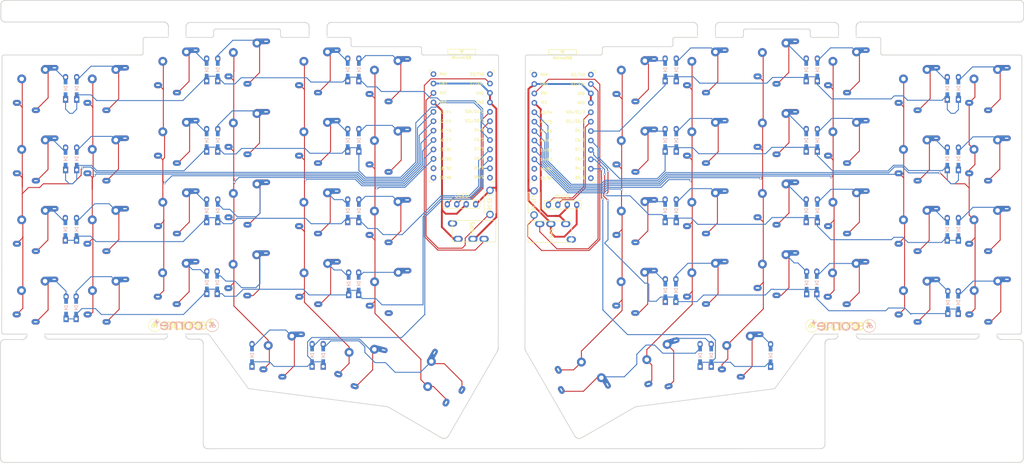
<source format=kicad_pcb>
(kicad_pcb (version 20240108) (generator "pcbnew") (generator_version "8.0")
  (title_block (title "Corne Light") (date "2020-11-12") (rev "2.0") (company "foostan"))
  (layers (0 "F.Cu" signal) (31 "B.Cu" signal) (34 "B.Paste" user) (35 "F.Paste" user) (36 "B.SilkS" user "B.Silkscreen") (37 "F.SilkS" user "F.Silkscreen") (38 "B.Mask" user) (39 "F.Mask" user) (44 "Edge.Cuts" user))
  (net 0 "")
  (net 1 "row0")
  (net 2 "row1")
  (net 3 "row2")
  (net 4 "row3")
  (net 5 "GND")
  (net 6 "VCC")
  (net 7 "col0")
  (net 8 "col1")
  (net 9 "col2")
  (net 10 "col3")
  (net 11 "col4")
  (net 12 "col5")
  (net 13 "data")
  (net 14 "reset")
  (net 15 "SCL")
  (net 16 "SDA")
  (net 17 "Net-(D1-A)")
  (net 18 "Net-(D2-A)")
  (net 19 "Net-(D3-A)")
  (net 20 "Net-(D4-A)")
  (net 21 "Net-(D5-A)")
  (net 22 "Net-(D6-A)")
  (net 23 "row0_r")
  (net 24 "row1_r")
  (net 25 "row2_r")
  (net 26 "row3_r")
  (net 27 "data_r")
  (net 28 "Net-(D7-A)")
  (net 29 "SDA_r")
  (net 30 "SCL_r")
  (net 31 "reset_r")
  (net 32 "col0_r")
  (net 33 "col1_r")
  (net 34 "col2_r")
  (net 35 "col3_r")
  (net 36 "col4_r")
  (net 37 "col5_r")
  (net 38 "Net-(D8-A)")
  (net 39 "Net-(D9-A)")
  (net 40 "Net-(D10-A)")
  (net 41 "Net-(D11-A)")
  (net 42 "Net-(D12-A)")
  (net 43 "VDD")
  (net 44 "GNDA")
  (net 45 "Net-(D13-A)")
  (net 46 "Net-(D14-A)")
  (net 47 "Net-(D15-A)")
  (net 48 "Net-(D16-A)")
  (net 49 "Net-(D17-A)")
  (net 50 "Net-(D18-A)")
  (net 51 "Net-(D19-A)")
  (net 52 "Net-(D20-A)")
  (net 53 "Net-(D21-A)")
  (net 54 "Net-(D22-A)")
  (net 55 "Net-(D23-A)")
  (net 56 "Net-(D24-A)")
  (net 57 "Net-(D25-A)")
  (net 58 "Net-(D26-A)")
  (net 59 "Net-(D27-A)")
  (net 60 "Net-(D28-A)")
  (net 61 "Net-(D29-A)")
  (net 62 "Net-(D30-A)")
  (net 63 "Net-(D31-A)")
  (net 64 "Net-(D32-A)")
  (net 65 "Net-(D33-A)")
  (net 66 "Net-(D34-A)")
  (net 67 "Net-(D35-A)")
  (net 68 "Net-(D36-A)")
  (net 69 "Net-(D37-A)")
  (net 70 "Net-(D38-A)")
  (net 71 "Net-(D39-A)")
  (net 72 "Net-(D40-A)")
  (net 73 "Net-(D41-A)")
  (net 74 "Net-(D42-A)")
  (net 75 "Net-(D43-A)")
  (net 76 "row4")
  (net 77 "Net-(D44-A)")
  (net 78 "Net-(D45-A)")
  (net 79 "Net-(D46-A)")
  (net 80 "Net-(D47-A)")
  (net 81 "Net-(D48-A)")
  (net 82 "row4_r")
  (net 83 "Net-(D49-A)")
  (net 84 "Net-(D50-A)")
  (net 85 "Net-(D51-A)")
  (net 86 "Net-(D52-A)")
  (net 87 "Net-(D53-A)")
  (net 88 "Net-(D54-A)")
  (footprint "kbd:MJ-4PP-9_1side" (layer "F.Cu") (at 145.9895 84.482 -90)
    (property "Reference" "J1")
    (property "Value" "MJ-4PP-9" (hide yes))
  )
  (footprint "kbd:MJ-4PP-9_1side" (layer "F.Cu") (at 154.382847 84.615432 90)
    (property "Reference" "J6")
    (property "Value" "MJ-4PP-9" (hide yes))
  )
  (footprint "kbd:ResetSW_1side" (layer "F.Cu") (at 156.149847 76.867432 -90)
    (property "Reference" "RSW2" (hide yes))
    (property "Value" "SW_PUSH")
  )
  (footprint "kbd:CherryMX_ChocV2_1u" (layer "F.Cu") (at 278.459847 45.970432)
    (property "Reference" "SW22" (hide yes))
    (property "Value" "SW_PUSH" (hide yes))
  )
  (footprint "kbd:CherryMX_ChocV2_1u" (layer "F.Cu") (at 259.459847 45.970432)
    (property "Reference" "SW23" (hide yes))
    (property "Value" "SW_PUSH" (hide yes))
  )
  (footprint "kbd:CherryMX_ChocV2_1u" (layer "F.Cu") (at 240.459847 41.220432)
    (property "Reference" "SW24" (hide yes))
    (property "Value" "SW_PUSH" (hide yes))
  )
  (footprint "kbd:CherryMX_ChocV2_1u" (layer "F.Cu") (at 221.459847 38.845432)
    (property "Reference" "SW25" (hide yes))
    (property "Value" "SW_PUSH" (hide yes))
  )
  (footprint "kbd:CherryMX_ChocV2_1u" (layer "F.Cu") (at 202.459847 41.220432)
    (property "Reference" "SW26" (hide yes))
    (property "Value" "SW_PUSH" (hide yes))
  )
  (footprint "kbd:CherryMX_ChocV2_1u" (layer "F.Cu") (at 183.459847 43.595432)
    (property "Reference" "SW27" (hide yes))
    (property "Value" "SW_PUSH" (hide yes))
  )
  (footprint "kbd:CherryMX_ChocV2_1u" (layer "F.Cu") (at 278.459847 64.970432)
    (property "Reference" "SW28" (hide yes))
    (property "Value" "SW_PUSH" (hide yes))
  )
  (footprint "kbd:CherryMX_ChocV2_1u" (layer "F.Cu") (at 259.459847 64.970432)
    (property "Reference" "SW29" (hide yes))
    (property "Value" "SW_PUSH" (hide yes))
  )
  (footprint "kbd:CherryMX_ChocV2_1u" (layer "F.Cu") (at 240.459847 60.220432)
    (property "Reference" "SW30" (hide yes))
    (property "Value" "SW_PUSH" (hide yes))
  )
  (footprint "kbd:CherryMX_ChocV2_1u" (layer "F.Cu") (at 221.459847 57.845432)
    (property "Reference" "SW31" (hide yes))
    (property "Value" "SW_PUSH" (hide yes))
  )
  (footprint "kbd:CherryMX_ChocV2_1u" (layer "F.Cu") (at 202.459847 60.220432)
    (property "Reference" "SW32" (hide yes))
    (property "Value" "SW_PUSH" (hide yes))
  )
  (footprint "kbd:CherryMX_ChocV2_1u" (layer "F.Cu") (at 183.459847 62.595432)
    (property "Reference" "SW33" (hide yes))
    (property "Value" "SW_PUSH" (hide yes))
  )
  (footprint "kbd:CherryMX_ChocV2_1u" (layer "F.Cu") (at 278.459847 83.970432)
    (property "Reference" "SW34" (hide yes))
    (property "Value" "SW_PUSH" (hide yes))
  )
  (footprint "kbd:CherryMX_ChocV2_1u" (layer "F.Cu") (at 259.459847 83.970432)
    (property "Reference" "SW35" (hide yes))
    (property "Value" "SW_PUSH" (hide yes))
  )
  (footprint "kbd:CherryMX_ChocV2_1u" (layer "F.Cu") (at 240.459847 79.220432)
    (property "Reference" "SW36" (hide yes))
    (property "Value" "SW_PUSH" (hide yes))
  )
  (footprint "kbd:CherryMX_ChocV2_1u" (layer "F.Cu") (at 221.459847 76.845432)
    (property "Reference" "SW37" (hide yes))
    (property "Value" "SW_PUSH" (hide yes))
  )
  (footprint "kbd:CherryMX_ChocV2_1u" (layer "F.Cu") (at 202.459847 79.220432)
    (property "Reference" "SW38" (hide yes))
    (property "Value" "SW_PUSH" (hide yes))
  )
  (footprint "kbd:CherryMX_ChocV2_1u" (layer "F.Cu") (at 211.859847 117.845432)
    (property "Reference" "SW40" (hide yes))
    (property "Value" "SW_PUSH" (hide yes))
  )
  (footprint "kbd:CherryMX_ChocV2_1u" (layer "F.Cu") (at 190.859847 120.595432 15)
    (property "Reference" "SW41" (hide yes))
    (property "Value" "SW_PUSH" (hide yes))
  )
  (footprint "kbd:CherryMX_ChocV2_1u" (layer "F.Cu") (at 183.459847 81.595432)
    (property "Reference" "SW39" (hide yes))
    (property "Value" "SW_PUSH" (hide yes))
  )
  (footprint "kbd:ProMicro_v3" (layer "F.Cu") (at 136.6675 56.61)
    (property "Reference" "U1" (hide yes))
    (property "Value" "ProMicro" (hide yes))
  )
  (footprint "kbd:ProMicro_v3" (layer "F.Cu") (at 163.837847 56.736432)
    (property "Reference" "U2" (hide yes))
    (property "Value" "ProMicro" (hide yes))
  )
  (footprint "kbd:CherryMX_ChocV2_1u" (layer "F.Cu") (at 116.9625 43.595)
    (property "Reference" "SW6" (hide yes))
    (property "Value" "SW_PUSH" (hide yes))
  )
  (footprint "kbd:CherryMX_ChocV2_1u" (layer "F.Cu") (at 97.9625 41.22)
    (property "Reference" "SW5" (hide yes))
    (property "Value" "SW_PUSH" (hide yes))
  )
  (footprint "kbd:CherryMX_ChocV2_1u" (layer "F.Cu") (at 78.9625 38.845)
    (property "Reference" "SW4" (hide yes))
    (property "Value" "SW_PUSH" (hide yes))
  )
  (footprint "kbd:CherryMX_ChocV2_1u" (layer "F.Cu") (at 59.9625 41.22)
    (property "Reference" "SW3" (hide yes))
    (property "Value" "SW_PUSH" (hide yes))
  )
  (footprint "kbd:CherryMX_ChocV2_1u" (layer "F.Cu") (at 40.9625 45.97)
    (property "Reference" "SW2" (hide yes))
    (property "Value" "SW_PUSH" (hide yes))
  )
  (footprint "kbd:CherryMX_ChocV2_1u" (layer "F.Cu") (at 116.9625 81.595)
    (property "Reference" "SW18" (hide yes))
    (property "Value" "SW_PUSH" (hide yes))
  )
  (footprint "kbd:CherryMX_ChocV2_1.5u" (layer "F.Cu") (at 131.6125 124.345 60)
    (property "Reference" "SW21" (hide yes))
    (property "Value" "SW_PUSH" (hide yes))
  )
  (footprint "kbd:CherryMX_ChocV2_1u" (layer "F.Cu") (at 21.9625 83.97)
    (property "Reference" "SW13" (hide yes))
    (property "Value" "SW_PUSH" (hide yes))
  )
  (footprint "kbd:CherryMX_ChocV2_1u" (layer "F.Cu") (at 109.3625 120.595 -15)
    (property "Reference" "SW20" (hide yes))
    (property "Value" "SW_PUSH" (hide yes))
  )
  (footprint "kbd:CherryMX_ChocV2_1u" (layer "F.Cu") (at 88.3625 117.845)
    (property "Reference" "SW19" (hide yes))
    (property "Value" "SW_PUSH" (hide yes))
  )
  (footprint "kbd:CherryMX_ChocV2_1u" (layer "F.Cu") (at 97.9625 79.22)
    (property "Reference" "SW17" (hide yes))
    (property "Value" "SW_PUSH" (hide yes))
  )
  (footprint "kbd:CherryMX_ChocV2_1u" (layer "F.Cu") (at 78.9625 76.845)
    (property "Reference" "SW16" (hide yes))
    (property "Value" "SW_PUSH" (hide yes))
  )
  (footprint "kbd:CherryMX_ChocV2_1u" (layer "F.Cu") (at 59.9625 79.22)
    (property "Reference" "SW15" (hide yes))
    (property "Value" "SW_PUSH" (hide yes))
  )
  (footprint "kbd:CherryMX_ChocV2_1u" (layer "F.Cu") (at 40.9625 83.97)
    (property "Reference" "SW14" (hide yes))
    (property "Value" "SW_PUSH" (hide yes))
  )
  (footprint "kbd:CherryMX_ChocV2_1u" (layer "F.Cu") (at 116.9625 62.595)
    (property "Reference" "SW12" (hide yes))
    (property "Value" "SW_PUSH" (hide yes))
  )
  (footprint "kbd:CherryMX_ChocV2_1u" (layer "F.Cu") (at 97.9625 60.22)
    (property "Reference" "SW11" (hide yes))
    (property "Value" "SW_PUSH" (hide yes))
  )
  (footprint "kbd:CherryMX_ChocV2_1u" (layer "F.Cu") (at 78.9625 57.845)
    (property "Reference" "SW10" (hide yes))
    (property "Value" "SW_PUSH" (hide yes))
  )
  (footprint "kbd:CherryMX_ChocV2_1u" (layer "F.Cu") (at 59.9625 60.22)
    (property "Reference" "SW9" (hide yes))
    (property "Value" "SW_PUSH" (hide yes))
  )
  (footprint "kbd:CherryMX_ChocV2_1u" (layer "F.Cu") (at 40.9625 64.97)
    (property "Reference" "SW8" (hide yes))
    (property "Value" "SW_PUSH" (hide yes))
  )
  (footprint "kbd:CherryMX_ChocV2_1u" (layer "F.Cu") (at 21.9625 64.97)
    (property "Reference" "SW7" (hide yes))
    (property "Value" "SW_PUSH" (hide yes))
  )
  (footprint "kbd:CherryMX_ChocV2_1u" (layer "F.Cu") (at 21.9625 45.97)
    (property "Reference" "SW1" (hide yes))
    (property "Value" "SW_PUSH" (hide yes))
  )
  (footprint "kbd:thread_m2" (layer "F.Cu") (at 156.105847 93.135432)
    (property "Reference" "Ref**" (hide yes))
    (property "Value" "Val**" (hide yes))
  )
  (footprint "kbd:thread_m2" (layer "F.Cu") (at 170.664847 84.592432)
    (property "Reference" "Ref**" (hide yes))
    (property "Value" "Val**" (hide yes))
  )
  (footprint "kbd:CherryMX_ChocV2_1.5u" (layer "F.Cu") (at 168.609847 124.345432 -60)
    (property "Reference" "SW42" (hide yes))
    (property "Value" "SW_PUSH" (hide yes))
  )
  (footprint "kbd:OLED_1side" (layer "F.Cu") (at 132.8035 77.218)
    (property "Reference" "J2")
    (property "Value" "OLED" (hide yes))
  )
  (footprint "kbd:ResetSW_1side" (layer "F.Cu") (at 144.2795 76.721 -90)
    (property "Reference" "RSW1" (hide yes))
    (property "Value" "SW_PUSH")
  )
  (footprint "kbd:Breakaway_Tabs" (layer "F.Cu") (at 21.87125 112.43)
    (property "Reference" "J5")
    (property "Value" "Breakaway_Tabs")
  )
  (footprint "kbd:Breakaway_Tabs" (layer "F.Cu") (at 59.8595 112.43)
    (property "Reference" "J5" (hide yes))
    (property "Value" "Breakaway_Tabs")
  )
  (footprint "kbd:Breakaway_Tabs" (layer "F.Cu") (at 60.0625 32.02)
    (property "Reference" "J5")
    (property "Value" "Breakaway_Tabs")
  )
  (footprint "kbd:Breakaway_Tabs" (layer "F.Cu") (at 98.0325 32.02)
    (property "Reference" "J5")
    (property "Value" "Breakaway_Tabs")
  )
  (footprint "kbd:Breakaway_Tabs" (layer "F.Cu") (at 202.5525 32.03)
    (property "Reference" "J5")
    (property "Value" "Breakaway_Tabs")
  )
  (footprint "kbd:Breakaway_Tabs" (layer "F.Cu") (at 240.5725 32.02)
    (property "Reference" "J5")
    (property "Value" "Breakaway_Tabs")
  )
  (footprint "kbd:Breakaway_Tabs" (layer "F.Cu") (at 278.5025 112.44)
    (property "Reference" "J5")
    (property "Value" "Breakaway_Tabs")
  )
  (footprint "kbd:Breakaway_Tabs" (layer "F.Cu") (at 240.5025 112.44)
    (property "Reference" "J5" (hide yes))
    (property "Value" "Breakaway_Tabs")
  )
  (footprint "kbd:OLED_1side" (layer "F.Cu") (at 160.0325 77.36)
    (property "Reference" "J7")
    (property "Value" "OLED" (hide yes))
  )
  (footprint "kbd:corne-logo-horizontal" (layer "F.Cu") (at 62.426286 110.045)
    (property "Reference" "G***" (hide yes))
    (property "Value" "LOGO" (hide yes))
  )
  (footprint "kbd:CherryMX_ChocV2_1u" (layer "F.Cu") (at 41.0125 103.045)
    (property "Reference" "SW44" (hide yes))
    (property "Value" "SW_PUSH" (hide yes))
  )
  (footprint "kbd:CherryMX_ChocV2_1u" (layer "F.Cu") (at 21.9025 103.031527)
    (property "Reference" "SW43" (hide yes))
    (property "Value" "SW_PUSH" (hide yes))
  )
  (footprint "kbd:CherryMX_ChocV2_1u" (layer "F.Cu") (at 117.0125 100.671527)
    (property "Reference" "SW48" (hide yes))
    (property "Value" "SW_PUSH" (hide yes))
  )
  (footprint "" (layer "F.Cu") (at 211.9625 86.445)
    (property "Reference" "")
    (property "Value" "")
  )
  (footprint "" (layer "F.Cu") (at 250.0125 74.445)
    (property "Reference" "")
    (property "Value" "")
  )
  (footprint "" (layer "F.Cu") (at 31.4625 93.495)
    (property "Reference" "")
    (property "Value" "")
  )
  (footprint "" (layer "F.Cu") (at 268.9625 93.495)
    (property "Reference" "")
    (property "Value" "")
  )
  (footprint "" (layer "F.Cu") (at 268.9625 93.495)
    (property "Reference" "")
    (property "Value" "")
  )
  (footprint "" (layer "F.Cu") (at 211.9625 86.445)
    (property "Reference" "")
    (property "Value" "")
  )
  (footprint "kbd:CherryMX_ChocV2_1u" (layer "F.Cu") (at 278.5125 103.021527)
    (property "Reference" "SW49" (hide yes))
    (property "Value" "SW_PUSH" (hide yes))
  )
  (footprint "" (layer "F.Cu") (at 193.0125 51.945)
    (property "Reference" "")
    (property "Value" "")
  )
  (footprint "kdkb_tools:plus" (layer "F.Cu") (at 245.9125 109.095)
    (property "Reference" "G***" (hide yes))
    (property "Value" "LOGO" (hide yes))
  )
  (footprint "" (layer "F.Cu") (at 268.9625 93.495)
    (property "Reference" "")
    (property "Value" "")
  )
  (footprint "" (layer "F.Cu") (at 269.0125 55.445)
    (property "Reference" "")
    (property "Value" "")
  )
  (footprint "" (layer "F.Cu") (at 74.5125 110.645)
    (property "Reference" "")
    (property "Value" "")
  )
  (footprint "kbd:CherryMX_ChocV2_1u" (layer "F.Cu") (at 240.3625 98.271527)
    (property "Reference" "SW51" (hide yes))
    (property "Value" "SW_PUSH" (hide yes))
  )
  (footprint "kbd:CherryMX_ChocV2_1u" (layer "F.Cu") (at 259.4625 103.045)
    (property "Reference" "SW50" (hide yes))
    (property "Value" "SW_PUSH" (hide yes))
  )
  (footprint "" (layer "F.Cu") (at 69.4625 48.345)
    (property "Reference" "")
    (property "Value" "")
  )
  (footprint "kbd:CherryMX_ChocV2_1u" (layer "F.Cu") (at 59.9125 98.245)
    (property "Reference" "SW45" (hide yes))
    (property "Value" "SW_PUSH" (hide yes))
  )
  (footprint "kbd:thread_m2" (layer "F.Cu") (at 120.986568 118.537904)
    (property "Reference" "Ref**" (hide yes))
    (property "Value" "Val**" (hide yes))
  )
  (footprint "" (layer "F.Cu") (at 179.2125 118.545)
    (property "Reference" "")
    (property "Value" "")
  )
  (footprint "" (layer "F.Cu") (at 31.5125 55.445)
    (property "Reference" "")
    (property "Value" "")
  )
  (footprint "" (layer "F.Cu") (at 225.7125 110.645)
    (property "Reference" "")
    (property "Value" "")
  )
  (footprint "" (layer "F.Cu") (at 211.9625 86.445)
    (property "Reference" "")
    (property "Value" "")
  )
  (footprint "" (layer "F.Cu") (at 107.4125 51.945)
    (property "Reference" "")
    (property "Value" "")
  )
  (footprint "kbd:corne-logo-horizontal" (layer "F.Cu") (at 239.426286 110.195)
    (property "Reference" "G***" (hide yes))
    (property "Value" "LOGO" (hide yes))
  )
  (footprint "" (layer "F.Cu") (at 88.4125 86.395)
    (property "Reference" "")
    (property "Value" "")
  )
  (footprint "" (layer "F.Cu") (at 69.4625 48.345)
    (property "Reference" "")
    (property "Value" "")
  )
  (footprint "kdkb_tools:plus" (layer "F.Cu") (at 68.9125 108.945)
    (property "Reference" "G***" (hide yes))
    (property "Value" "LOGO" (hide yes))
  )
  (footprint "" (layer "F.Cu") (at 88.4125 86.395)
    (property "Reference" "")
    (property "Value" "")
  )
  (footprint "kdkb_tools:logo-vsmall" (layer "F.Cu") (at 230.938582 109.959072)
    (property "Reference" "G***" (hide yes))
    (property "Value" "LOGO" (hide yes))
  )
  (footprint "" (layer "F.Cu") (at 88.4125 86.395)
    (property "Reference" "")
    (property "Value" "")
  )
  (footprint "" (layer "F.Cu") (at 50.5125 74.445)
    (property "Reference" "")
    (property "Value" "")
  )
  (footprint "" (layer "F.Cu") (at 230.9625 48.345)
    (property "Reference" "")
    (property "Value" "")
  )
  (footprint "kdkb_tools:logo-vsmall" (layer "F.Cu") (at 53.938582 109.809072)
    (property "Reference" "G***" (hide yes))
    (property "Value" "LOGO" (hide yes))
  )
  (footprint "" (layer "F.Cu") (at 69.4625 48.345)
    (property "Reference" "")
    (property "Value" "")
  )
  (footprint "kbd:CherryMX_ChocV2_1u" (layer "F.Cu") (at 78.9125 95.945)
    (property "Reference" "SW46" (hide yes))
    (property "Value" "SW_PUSH" (hide yes))
  )
  (footprint "kbd:CherryMX_ChocV2_1u" (layer "F.Cu") (at 183.4125 100.645)
    (property "Reference" "SW54" (hide yes))
    (property "Value" "SW_PUSH" (hide yes))
  )
  (footprint "" (layer "F.Cu") (at 31.4625 93.495)
    (property "Reference" "")
    (property "Value" "")
  )
  (footprint "kbd:CherryMX_ChocV2_1u" (layer "F.Cu") (at 221.4625 95.895)
    (property "Reference" "SW52" (hide yes))
    (property "Value" "SW_PUSH" (hide yes))
  )
  (footprint "kbd:CherryMX_ChocV2_1u" (layer "F.Cu") (at 98.0125 98.271527)
    (property "Reference" "SW47" (hide yes))
    (property "Value" "SW_PUSH" (hide yes))
  )
  (footprint "" (layer "F.Cu") (at 230.9625 48.345)
    (property "Reference" "")
    (property "Value" "")
  )
  (footprint "" (layer "F.Cu") (at 31.4625 93.495)
    (property "Reference" "")
    (property "Value" "")
  )
  (footprint "kbd:CherryMX_ChocV2_1u" (layer "F.Cu") (at 202.4625 98.221527)
    (property "Reference" "SW53" (hide yes))
    (property "Value" "SW_PUSH" (hide yes))
  )
  (footprint "" (layer "F.Cu") (at 230.9625 48.345)
    (property "Reference" "")
    (property "Value" "")
  )
  (footprint "kbd:D3_TH" (layer "B.Cu") (at 270.459847 83.970432 90)
    (property "Reference" "D34" (hide yes))
    (property "Value" "D" (hide yes))
  )
  (footprint "kbd:D3_TH" (layer "B.Cu") (at 232.459847 78.970432 90)
    (property "Reference" "D36" (hide yes))
    (property "Value" "D" (hide yes))
  )
  (footprint "kbd:D3_TH" (layer "B.Cu") (at 229.459847 78.965432 90)
    (property "Reference" "D37" (hide yes))
    (property "Value" "D" (hide yes))
  )
  (footprint "kbd:D3_TH" (layer "B.Cu") (at 194.459847 78.970432 90)
    (property "Reference" "D38" (hide yes))
    (property "Value" "D" (hide yes))
  )
  (footprint "kbd:D3_TH" (layer "B.Cu") (at 191.459847 78.970432 90)
    (property "Reference" "D39" (hide yes))
    (property "Value" "D" (hide yes))
  )
  (footprint "kbd:D3_TH" (layer "B.Cu") (at 219.859847 117.980432 90)
    (property "Reference" "D40" (hide yes))
    (property "Value" "D" (hide yes))
  )
  (footprint "kbd:D3_TH" (layer "B.Cu") (at 203.869847 117.965432 90)
    (property "Reference" "D41" (hide yes))
    (property "Value" "D" (hide yes))
  )
  (footprint "kbd:D3_TH" (layer "B.Cu") (at 200.869847 117.965432 90)
    (property "Reference" "D42" (hide yes))
    (property "Value" "D" (hide yes))
  )
  (footprint "kbd:D3_TH" (layer "B.Cu") (at 270.459847 45.970432 90)
    (property "Reference" "D22" (hide yes))
    (property "Value" "D" (hide yes))
  )
  (footprint "kbd:D3_TH" (layer "B.Cu") (at 267.459847 45.970432 90)
    (property "Reference" "D23" (hide yes))
    (property "Value" "D" (hide yes))
  )
  (footprint "kbd:D3_TH" (layer "B.Cu") (at 232.459847 40.970432 90)
    (property "Reference" "D24" (hide yes))
    (property "Value" "D" (hide yes))
  )
  (footprint "kbd:D3_TH" (layer "B.Cu") (at 229.459847 40.965432 90)
    (property "Reference" "D25" (hide yes))
    (property "Value" "D" (hide yes))
  )
  (footprint "kbd:D3_TH" (layer "B.Cu") (at 194.459847 40.970432 90)
    (property "Reference" "D26" (hide yes))
    (property "Value" "D" (hide yes))
  )
  (footprint "kbd:D3_TH" (layer "B.Cu") (at 191.459847 40.970432 90)
    (property "Reference" "D27" (hide yes))
    (property "Value" "D" (hide yes))
  )
  (footprint "kbd:D3_TH" (layer "B.Cu") (at 270.459847 64.970432 90)
    (property "Reference" "D28" (hide yes))
    (property "Value" "D" (hide yes))
  )
  (footprint "kbd:D3_TH" (layer "B.Cu") (at 267.459847 64.970432 90)
    (property "Reference" "D29" (hide yes))
    (property "Value" "D" (hide yes))
  )
  (footprint "kbd:D3_TH" (layer "B.Cu") (at 232.459847 59.970432 90)
    (property "Reference" "D30" (hide yes))
    (property "Value" "D" (hide yes))
  )
  (footprint "kbd:D3_TH" (layer "B.Cu") (at 229.459847 59.965432 90)
    (property "Reference" "D31" (hide yes))
    (property "Value" "D" (hide yes))
  )
  (footprint "kbd:D3_TH" (layer "B.Cu") (at 194.459847 59.970432 90)
    (property "Reference" "D32" (hide yes))
    (property "Value" "D" (hide yes))
  )
  (footprint "kbd:D3_TH" (layer "B.Cu") (at 32.9125 83.9575 90)
    (property "Reference" "D14" (hide yes))
    (property "Value" "D" (hide yes))
  )
  (footprint "kbd:D3_TH" (layer "B.Cu") (at 32.9625 64.97 90)
    (property "Reference" "D8" (hide yes))
    (property "Value" "D" (hide yes))
  )
  (footprint "kbd:D3_TH" (layer "B.Cu") (at 32.9625 45.97 90)
    (property "Reference" "D2" (hide yes))
    (property "Value" "D" (hide yes))
  )
  (footprint "kbd:D3_TH" (layer "B.Cu") (at 191.459847 59.970432 90)
    (property "Reference" "D33" (hide yes))
    (property "Value" "D" (hide yes))
  )
  (footprint "kbd:D3_TH" (layer "B.Cu") (at 99.3625 117.955 90)
    (property "Reference" "D21" (hide yes))
    (property "Value" "D" (hide yes))
  )
  (footprint "kbd:D3_TH" (layer "B.Cu") (at 96.3625 117.955 90)
    (property "Reference" "D20" (hide yes))
    (property "Value" "D" (hide yes))
  )
  (footprint "kbd:D3_TH" (layer "B.Cu") (at 80.1825 117.96 90)
    (property "Reference" "D19" (hide yes))
    (property "Value" "D" (hide yes))
  )
  (footprint "kbd:D3_TH" (layer "B.Cu") (at 108.9625 78.97 90)
    (property "Reference" "D18" (hide yes))
    (property "Value" "D" (hide yes))
  )
  (footprint "kbd:D3_TH" (layer "B.Cu") (at 105.9625 78.97 90)
    (property "Reference" "D17" (hide yes))
    (property "Value" "D" (hide yes))
  )
  (footprint "kbd:D3_TH" (layer "B.Cu") (at 70.9625 78.965 90)
    (property "Reference" "D16" (hide yes))
    (property "Value" "D" (hide yes))
  )
  (footprint "kbd:D3_TH" (layer "B.Cu") (at 67.9625 78.97 90)
    (property "Reference" "D15" (hide yes))
    (property "Value" "D" (hide yes))
  )
  (footprint "kbd:D3_TH" (layer "B.Cu") (at 29.9125 83.954375 90)
    (property "Reference" "D13" (hide yes))
    (property "Value" "D" (hide yes))
  )
  (footprint "kbd:D3_TH" (layer "B.Cu") (at 108.9625 59.97 90)
    (property "Reference" "D12" (hide yes))
    (property "Value" "D" (hide yes))
  )
  (footprint "kbd:D3_TH" (layer "B.Cu") (at 105.9625 59.97 90)
    (property "Reference" "D11" (hide yes))
    (property "Value" "D" (hide yes))
  )
  (footprint "kbd:D3_TH" (layer "B.Cu") (at 70.9625 59.965 90)
    (property "Reference" "D10" (hide yes))
    (property "Value" "D" (hide yes))
  )
  (footprint "kbd:D3_TH" (layer "B.Cu") (at 67.9625 59.97 90)
    (property "Reference" "D9" (hide yes))
    (property "Value" "D" (hide yes))
  )
  (footprint "kbd:D3_TH" (layer "B.Cu") (at 29.9625 64.966875 90)
    (property "Reference" "D7" (hide yes))
    (property "Value" "D" (hide yes))
  )
  (footprint "kbd:D3_TH" (layer "B.Cu") (at 108.9625 40.97 90)
    (property "Reference" "D6" (hide yes))
    (property "Value" "D" (hide yes))
  )
  (footprint "kbd:D3_TH" (layer "B.Cu") (at 105.9625 40.97 90)
    (property "Reference" "D5" (hide yes))
    (property "Value" "D" (hide yes))
  )
  (footprint "kbd:D3_TH" (layer "B.Cu") (at 70.9625 40.965 90)
    (property "Reference" "D4" (hide yes))
    (property "Value" "D" (hide yes))
  )
  (footprint "kbd:D3_TH" (layer "B.Cu") (at 67.9625 40.97 90)
    (property "Reference" "D3" (hide yes))
    (property "Value" "D" (hide yes))
  )
  (footprint "kbd:D3_TH" (layer "B.Cu") (at 29.9625 45.966875 90)
    (property "Reference" "D1" (hide yes))
    (property "Value" "D" (hide yes))
  )
  (footprint "kbd:D3_TH" (layer "B.Cu") (at 267.459847 83.970432 90)
    (property "Reference" "D35" (hide yes))
    (property "Value" "D" (hide yes))
  )
  (footprint "kbd:thread_m2" (layer "B.Cu") (at 129.7195 84.469 180)
    (property "Reference" "Ref**" (hide yes))
    (property "Value" "Val**" (hide yes))
  )
  (footprint "kbd:thread_m2" (layer "B.Cu") (at 144.1515 92.99 180)
    (property "Reference" "Ref**" (hide yes))
    (property "Value" "Val**" (hide yes))
  )
  (footprint "kbd:thread_m2" (layer "B.Cu") (at 225.7125 110.645 180)
    (property "Reference" "Ref**" (hide yes))
    (property "Value" "Val**" (hide yes))
  )
  (footprint "kbd:thread_m2" (layer "B.Cu") (at 74.5125 110.645 180)
    (property "Reference" "Ref**" (hide yes))
    (property "Value" "Val**" (hide yes))
  )
  (footprint "kbd:thread_m2" (layer "B.Cu") (at 268.9625 93.495 180)
    (property "Reference" "Ref**" (hide yes))
    (property "Value" "Val**" (hide yes))
  )
  (footprint "kbd:thread_m2" (layer "B.Cu") (at 107.4125 51.945 180)
    (property "Reference" "Ref**" (hide yes))
    (property "Value" "Val**" (hide yes))
  )
  (footprint "kbd:D3_TH" (layer "B.Cu") (at 232.3125 98.42 90)
    (property "Reference" "D51" (hide yes))
    (property "Value" "D" (hide yes))
  )
  (footprint "kbd:D3_TH" (layer "B.Cu") (at 106.2125 98.67 90)
    (property "Reference" "D47" (hide yes))
    (property "Value" "D" (hide yes))
  )
  (footprint "kdkb_tools:plus" (layer "B.Cu") (at 231.538582 109.130928 180)
    (property "Reference" "G***" (hide yes))
    (property "Value" "LOGO" (hide yes))
  )
  (footprint "kbd:D3_TH" (layer "B.Cu") (at 68.0125 98.345 90)
    (property "Reference" "D45" (hide yes))
    (property "Value" "D" (hide yes))
  )
  (footprint "kdkb_tools:logo-vsmall" (layer "B.Cu") (at 69.5125 109.845 180)
    (property "Reference" "G***" (hide yes))
    (property "Value" "LOGO" (hide yes))
  )
  (footprint "kbd:thread_m2" (layer "B.Cu") (at 50.5125 74.445 180)
    (property "Reference" "Ref**" (hide yes))
    (property "Value" "Val**" (hide yes))
  )
  (footprint "kbd:thread_m2" (layer "B.Cu") (at 211.9625 86.445 180)
    (property "Reference" "Ref**" (hide yes))
    (property "Value" "Val**" (hide yes))
  )
  (footprint "kbd:thread_m2" (layer "B.Cu") (at 193.0125 51.945 180)
    (property "Reference" "Ref**" (hide yes))
    (property "Value" "Val**" (hide yes))
  )
  (footprint "kbd:D3_TH" (layer "B.Cu") (at 270.4125 103.72 90)
    (property "Reference" "D49" (hide yes))
    (property "Value" "D" (hide yes))
  )
  (footprint "kbd:D3_TH" (layer "B.Cu") (at 194.3625 100.47 90)
    (property "Reference" "D53" (hide yes))
    (property "Value" "D" (hide yes))
  )
  (footprint "kbd:corne-logo-horizontal" (layer "B.Cu") (at 61.024796 110.080928 180)
    (property "Reference" "G***" (hide yes))
    (property "Value" "LOGO" (hide yes))
  )
  (footprint "kbd:corne-logo-horizontal" (layer "B.Cu") (at 238.024796 110.230928 180)
    (property "Reference" "G***" (hide yes))
    (property "Value" "LOGO" (hide yes))
  )
  (footprint "kbd:thread_m2" (layer "B.Cu") (at 31.4625 93.495 180)
    (property "Reference" "Ref**" (hide yes))
    (property "Value" "Val**" (hide yes))
  )
  (footprint "kbd:thread_m2" (layer "B.Cu") (at 88.4125 86.395 180)
    (property "Reference" "Ref**" (hide yes))
    (property "Value" "Val**" (hide yes))
  )
  (footprint "kbd:D3_TH" (layer "B.Cu") (at 32.8025 105.131527 90)
    (property "Reference" "D44" (hide yes))
    (property "Value" "D" (hide yes))
  )
  (footprint "kbd:thread_m2" (layer "B.Cu") (at 31.5125 55.445 180)
    (property "Reference" "Ref**" (hide yes))
    (property "Value" "Val**" (hide yes))
  )
  (footprint "kbd:D3_TH" (layer "B.Cu") (at 191.5125 100.47 90)
    (property "Reference" "D54" (hide yes))
    (property "Value" "D" (hide yes))
  )
  (footprint "kdkb_tools:plus" (layer "B.Cu") (at 54.538582 108.980928 180)
    (property "Reference" "G***" (hide yes))
    (property "Value" "LOGO" (hide yes))
  )
  (footprint "kbd:D3_TH" (layer "B.Cu") (at 108.9125 98.645 90)
    (property "Reference" "D48" (hide yes))
    (property "Value" "D" (hide yes))
  )
  (footprint "kbd:D3_TH" (layer "B.Cu") (at 229.5655 98.42 90)
    (property "Reference" "D52" (hide yes))
    (property "Value" "D" (hide yes))
  )
  (footprint "kbd:D3_TH" (layer "B.Cu") (at 267.6125 103.695 90)
    (property "Reference" "D50" (hide yes))
    (property "Value" "D" (hide yes))
  )
  (footprint "kdkb_tools:logo-vsmall" (layer "B.Cu") (at 246.5125 109.995 180)
    (property "Reference" "G***" (hide yes))
    (property "Value" "LOGO" (hide yes))
  )
  (footprint "kbd:thread_m2" (layer "B.Cu") (at 230.9625 48.345 180)
    (property "Reference" "Ref**" (hide yes))
    (property "Value" "Val**" (hide yes))
  )
  (footprint "kbd:D3_TH" (layer "B.Cu") (at 70.8125 98.345 90)
    (property "Reference" "D46" (hide yes))
    (property "Value" "D" (hide yes))
  )
  (footprint "kbd:thread_m2" (layer "B.Cu") (at 179.2125 118.545 180)
    (property "Reference" "Ref**" (hide yes))
    (property "Value" "Val**" (hide yes))
  )
  (footprint "kbd:D3_TH" (layer "B.Cu") (at 30.1025 105.131527 90)
    (property "Reference" "D43" (hide yes))
    (property "Value" "D" (hide yes))
  )
  (footprint "" (layer "B.Cu") (at 120.986568 118.537904 180)
    (property "Reference" "")
    (property "Value" "")
  )
  (footprint "kbd:thread_m2" (layer "B.Cu") (at 69.4625 48.345 180)
    (property "Reference" "Ref**" (hide yes))
    (property "Value" "Val**" (hide yes))
  )
  (footprint "kbd:thread_m2" (layer "B.Cu") (at 269.0125 55.445 180)
    (property "Reference" "Ref**" (hide yes))
    (property "Value" "Val**" (hide yes))
  )
  (footprint "kbd:thread_m2" (layer "B.Cu") (at 250.0125 74.445 180)
    (property "Reference" "Ref**" (hide yes))
    (property "Value" "Val**" (hide yes))
  )
  (gr_line (start 205.514515 28.379046) (end 205.344335 28.521286) (stroke (width 0.2)) (layer "Edge.Cuts"))
  (gr_line (start 281.804939 113.660281) (end 281.583959 113.594241) (stroke (width 0.2)) (layer "Edge.Cuts"))
  (gr_line (start 19.532418 112.702702) (end 19.463838 112.923681) (stroke (width 0.2)) (layer "Edge.Cuts"))
  (gr_line (start 125.959253 36.781358) (end 126.060853 36.880418) (stroke (width 0.2)) (layer "Edge.Cuts"))
  (gr_line (start 230.878929 32.206822) (end 230.74685 32.135702) (stroke (width 0.2)) (layer "Edge.Cuts"))
  (gr_line (start 56.324282 113.594241) (end 56.547802 113.571381) (stroke (width 0.2)) (layer "Edge.Cuts"))
  (gr_line (start 235.051205 113.7949) (end 235.254405 113.683141) (stroke (width 0.2)) (layer "Edge.Cuts"))
  (gr_line (start 68.61279 112.377582) (end 68.49595 112.291222) (stroke (width 0.2)) (layer "Edge.Cuts"))
  (gr_line (start 57.266621 113.086241) (end 57.370761 112.890661) (stroke (width 0.2)) (layer "Edge.Cuts"))
  (gr_line (start 87.658631 30.078304) (end 87.529091 30.009724) (stroke (width 0.2)) (layer "Edge.Cuts"))
  (gr_line (start 153.899225 37.187757) (end 154.000825 37.086157) (stroke (width 0.2)) (layer "Edge.Cuts"))
  (gr_line (start 193.518106 34.409) (end 193.446986 34.53854) (stroke (width 0.2)) (layer "Edge.Cuts"))
  (gr_line (start 243.116637 28.643206) (end 243.116637 28.643206) (stroke (width 0.2)) (layer "Edge.Cuts"))
  (gr_line (start 62.300896 112.21) (end 62.305976 112.456322) (stroke (width 0.2)) (layer "Edge.Cuts"))
  (gr_line (start 13.663424 22.257652) (end 13.439904 22.280512) (stroke (width 0.2)) (layer "Edge.Cuts"))
  (gr_line (start 62.428836 29.110565) (end 62.405976 29.334085) (stroke (width 0.2)) (layer "Edge.Cuts"))
  (gr_line (start 286.806194 146.835188) (end 287.029714 146.812328) (stroke (width 0.2)) (layer "Edge.Cuts"))
  (gr_line (start 100.490698 28.897206) (end 100.427198 29.110565) (stroke (width 0.2)) (layer "Edge.Cuts"))
  (gr_line (start 56.886561 28.186006) (end 56.886561 28.186006) (stroke (width 0.2)) (layer "Edge.Cuts"))
  (gr_line (start 57.099921 28.297766) (end 57.099921 28.297766) (stroke (width 0.2)) (layer "Edge.Cuts"))
  (gr_line (start 57.557121 28.848946) (end 57.557121 28.848946) (stroke (width 0.2)) (layer "Edge.Cuts"))
  (gr_line (start 276.041685 112.667142) (end 276.062005 112.446162) (stroke (width 0.2)) (layer "Edge.Cuts"))
  (gr_line (start 235.726845 113.584081) (end 235.726845 113.584081) (stroke (width 0.2)) (layer "Edge.Cuts"))
  (gr_line (start 95.220203 28.523826) (end 95.047484 28.384126) (stroke (width 0.2)) (layer "Edge.Cuts"))
  (gr_line (start 50.760087 36.778818) (end 50.831207 36.649278) (stroke (width 0.2)) (layer "Edge.Cuts"))
  (gr_line (start 67.563771 142.954072) (end 67.75935 143.058212) (stroke (width 0.2)) (layer "Edge.Cuts"))
  (gr_line (start 12.430585 145.712509) (end 12.453445 145.936029) (stroke (width 0.2)) (layer "Edge.Cuts"))
  (gr_line (start 69.360489 32.229682) (end 62.411056 32.229682) (stroke (width 0.2)) (layer "Edge.Cuts"))
  (gr_line (start 234.708306 114.1378) (end 234.710846 114.13526) (stroke (width 0.2)) (layer "Edge.Cuts"))
  (gr_line (start 174.346205 36.888038) (end 174.216665 36.959158) (stroke (width 0.2)) (layer "Edge.Cuts"))
  (gr_line (start 56.421742 28.094566) (end 56.424282 28.094566) (stroke (width 0.2)) (layer "Edge.Cuts"))
  (gr_line (start 19.550198 112.230262) (end 19.555278 112.458862) (stroke (width 0.2)) (layer "Edge.Cuts"))
  (gr_line (start 249.547911 36.486718) (end 249.547911 36.486718) (stroke (width 0.2)) (layer "Edge.Cuts"))
  (gr_line (start 56.657962 28.117426) (end 56.663042 28.119966) (stroke (width 0.2)) (layer "Edge.Cuts"))
  (gr_line (start 200.13988 29.092785) (end 200.07384 28.881966) (stroke (width 0.2)) (layer "Edge.Cuts"))
  (gr_line (start 213.048147 29.986864) (end 213.048147 29.986864) (stroke (width 0.2)) (layer "Edge.Cuts"))
  (gr_line (start 235.737005 113.584081) (end 236.925723 113.584081) (stroke (width 0.2)) (layer "Edge.Cuts"))
  (gr_line (start 88.059951 32.130622) (end 88.19203 32.201742) (stroke (width 0.2)) (layer "Edge.Cuts"))
  (gr_line (start 244.147876 28.084406) (end 244.147876 28.084406) (stroke (width 0.2)) (layer "Edge.Cuts"))
  (gr_line (start 287.536114 27.891367) (end 287.708833 27.749127) (stroke (width 0.2)) (layer "Edge.Cuts"))
  (gr_line (start 12.768405 146.512608) (end 12.938585 146.654848) (stroke (width 0.2)) (layer "Edge.Cuts"))
  (gr_line (start 57.656181 29.329005) (end 57.656181 29.329005) (stroke (width 0.2)) (layer "Edge.Cuts"))
  (gr_line (start 243.271577 28.450166) (end 243.276657 28.447626) (stroke (width 0.2)) (layer "Edge.Cuts"))
  (gr_line (start 146.481122 116.231282) (end 146.498902 116.048402) (stroke (width 0.2)) (layer "Edge.Cuts"))
  (gr_line (start 13.033505 22.450692) (end 12.860785 22.592932) (stroke (width 0.2)) (layer "Edge.Cuts"))
  (gr_line (start 249.519971 32.570042) (end 249.547911 32.737682) (stroke (width 0.2)) (layer "Edge.Cuts"))
  (gr_line (start 79.420479 126.972407) (end 79.509379 126.980027) (stroke (width 0.2)) (layer "Edge.Cuts"))
  (gr_line (start 88.19203 32.201742) (end 88.35967 32.229682) (stroke (width 0.2)) (layer "Edge.Cuts"))
  (gr_line (start 56.663042 28.119966) (end 56.886561 28.186006) (stroke (width 0.2)) (layer "Edge.Cuts"))
  (gr_line (start 230.21853 30.017344) (end 230.34807 30.088464) (stroke (width 0.2)) (layer "Edge.Cuts"))
  (gr_line (start 18.800899 113.596781) (end 18.798359 113.596781) (stroke (width 0.2)) (layer "Edge.Cuts"))
  (gr_line (start 249.746031 36.885498) (end 249.646971 36.786438) (stroke (width 0.2)) (layer "Edge.Cuts"))
  (gr_line (start 153.717946 116.238378) (end 153.700166 116.055498) (stroke (width 0.2)) (layer "Edge.Cuts"))
  (gr_line (start 146.402383 116.551322) (end 146.448102 116.396382) (stroke (width 0.2)) (layer "Edge.Cuts"))
  (gr_line (start 237.873142 113.076081) (end 237.977282 112.880501) (stroke (width 0.2)) (layer "Edge.Cuts"))
  (gr_line (start 287.022094 113.706001) (end 286.798574 113.685681) (stroke (width 0.2)) (layer "Edge.Cuts"))
  (gr_line (start 287.218614 37.017578) (end 287.348154 37.088697) (stroke (width 0.2)) (layer "Edge.Cuts"))
  (gr_line (start 287.048434 36.987098) (end 287.218614 37.017578) (stroke (width 0.2)) (layer "Edge.Cuts"))
  (gr_line (start 230.44713 30.187524) (end 230.51825 30.317064) (stroke (width 0.2)) (layer "Edge.Cuts"))
  (gr_line (start 287.748533 146.327188) (end 287.852673 146.131609) (stroke (width 0.2)) (layer "Edge.Cuts"))
  (gr_line (start 95.555483 29.331545) (end 95.555483 29.326465) (stroke (width 0.2)) (layer "Edge.Cuts"))
  (gr_line (start 280.91086 112.931301) (end 280.91086 112.931301) (stroke (width 0.2)) (layer "Edge.Cuts"))
  (gr_line (start 132.257507 140.332794) (end 132.409907 140.281994) (stroke (width 0.2)) (layer "Edge.Cuts"))
  (gr_line (start 153.797626 37.487477) (end 153.697626 115.958978) (stroke (width 0.2)) (layer "Edge.Cuts"))
  (gr_line (start 133.057606 139.761295) (end 146.283373 116.827657) (stroke (width 0.2)) (layer "Edge.Cuts"))
  (gr_line (start 243.618617 113.500261) (end 243.829437 113.563761) (stroke (width 0.2)) (layer "Edge.Cuts"))
  (gr_line (start 287.332914 22.333852) (end 287.122094 22.270352) (stroke (width 0.2)) (layer "Edge.Cuts"))
  (gr_line (start 66.842411 114.13526) (end 66.844951 114.14034) (stroke (width 0.2)) (layer "Edge.Cuts"))
  (gr_line (start 50.831207 36.649278) (end 50.859147 36.481638) (stroke (width 0.2)) (layer "Edge.Cuts"))
  (gr_line (start 106.360632 32.229682) (end 100.411958 32.229682) (stroke (width 0.2)) (layer "Edge.Cuts"))
  (gr_line (start 66.956711 114.34862) (end 66.956711 114.34862) (stroke (width 0.2)) (layer "Edge.Cuts"))
  (gr_line (start 57.102461 28.300306) (end 57.107541 28.302846) (stroke (width 0.2)) (layer "Edge.Cuts"))
  (gr_line (start 276.062005 112.446162) (end 276.069625 112.235342) (stroke (width 0.2)) (layer "Edge.Cuts"))
  (gr_line (start 287.847593 114.38164) (end 287.743453 114.18606) (stroke (width 0.2)) (layer "Edge.Cuts"))
  (gr_line (start 19.349538 113.142121) (end 19.346998 113.144661) (stroke (width 0.2)) (layer "Edge.Cuts"))
  (gr_line (start 50.889627 32.562422) (end 50.859147 32.730062) (stroke (width 0.2)) (layer "Edge.Cuts"))
  (gr_line (start 249.878111 36.956618) (end 249.746031 36.885498) (stroke (width 0.2)) (layer "Edge.Cuts"))
  (gr_line (start 205.344335 28.521286) (end 205.204635 28.694006) (stroke (width 0.2)) (layer "Edge.Cuts"))
  (gr_line (start 280.81434 112.461402) (end 280.81434 112.458862) (stroke (width 0.2)) (layer "Edge.Cuts"))
  (gr_line (start 57.562201 28.856566) (end 57.628241 29.077545) (stroke (width 0.2)) (layer "Edge.Cuts"))
  (gr_line (start 13.339904 113.716161) (end 13.129084 113.7822) (stroke (width 0.2)) (layer "Edge.Cuts"))
  (gr_line (start 249.575851 36.654358) (end 249.547911 36.486718) (stroke (width 0.2)) (layer "Edge.Cuts"))
  (gr_line (start 280.91086 112.931301) (end 280.91086 112.926221) (stroke (width 0.2)) (layer "Edge.Cuts"))
  (gr_line (start 175.047245 34.73412) (end 193.048207 34.73412) (stroke (width 0.2)) (layer "Edge.Cuts"))
  (gr_line (start 281.815099 113.662821) (end 281.810019 113.660281) (stroke (width 0.2)) (layer "Edge.Cuts"))
  (gr_line (start 67.055771 114.828679) (end 67.055771 114.828679) (stroke (width 0.2)) (layer "Edge.Cuts"))
  (gr_line (start 125.860193 36.479098) (end 125.890673 36.651818) (stroke (width 0.2)) (layer "Edge.Cuts"))
  (gr_line (start 281.573799 113.589161) (end 281.3706 113.479941) (stroke (width 0.2)) (layer "Edge.Cuts"))
  (gr_line (start 87.358911 29.979244) (end 87.358911 29.979244) (stroke (width 0.2)) (layer "Edge.Cuts"))
  (gr_line (start 67.055771 142.011733) (end 67.078631 142.235252) (stroke (width 0.2)) (layer "Edge.Cuts"))
  (gr_line (start 183.867716 131.778083) (end 184.027736 131.757763) (stroke (width 0.2)) (layer "Edge.Cuts"))
  (gr_line (start 65.823872 113.594241) (end 66.055012 113.617101) (stroke (width 0.2)) (layer "Edge.Cuts"))
  (gr_line (start 87.859291 30.479624) (end 87.831351 30.309444) (stroke (width 0.2)) (layer "Edge.Cuts"))
  (gr_line (start 212.547768 31.734383) (end 212.547768 30.484704) (stroke (width 0.2)) (layer "Edge.Cuts"))
  (gr_line (start 131.901907 140.378514) (end 132.089867 140.365814) (stroke (width 0.2)) (layer "Edge.Cuts"))
  (gr_line (start 243.898957 28.112346) (end 243.904037 28.109806) (stroke (width 0.2)) (layer "Edge.Cuts"))
  (gr_line (start 287.939033 114.815979) (end 287.913633 114.595) (stroke (width 0.2)) (layer "Edge.Cuts"))
  (gr_line (start 66.959251 114.35116) (end 66.961791 114.35624) (stroke (width 0.2)) (layer "Edge.Cuts"))
  (gr_line (start 50.358768 36.979478) (end 50.531488 36.951538) (stroke (width 0.2)) (layer "Edge.Cuts"))
  (gr_line (start 243.004877 28.856566) (end 243.004877 28.854026) (stroke (width 0.2)) (layer "Edge.Cuts"))
  (gr_line (start 57.440281 28.635586) (end 57.442821 28.635586) (stroke (width 0.2)) (layer "Edge.Cuts"))
  (gr_line (start 199.245801 28.206326) (end 199.024821 28.186006) (stroke (width 0.2)) (layer "Edge.Cuts"))
  (gr_line (start 116.512062 131.798403) (end 116.339342 131.770463) (stroke (width 0.2)) (layer "Edge.Cuts"))
  (gr_line (start 242.936298 29.087705) (end 242.936298 29.082625) (stroke (width 0.2)) (layer "Edge.Cuts"))
  (gr_line (start 19.009179 113.482481) (end 19.006639 113.485021) (stroke (width 0.2)) (layer "Edge.Cuts"))
  (gr_line (start 244.137716 28.084406) (end 244.137716 28.084406) (stroke (width 0.2)) (layer "Edge.Cuts"))
  (gr_line (start 131.393908 140.279454) (end 131.546307 140.330254) (stroke (width 0.2)) (layer "Edge.Cuts"))
  (gr_line (start 287.436114 146.639608) (end 287.608833 146.499908) (stroke (width 0.2)) (layer "Edge.Cuts"))
  (gr_line (start 57.287881 28.450166) (end 57.287881 28.450166) (stroke (width 0.2)) (layer "Edge.Cuts"))
  (gr_line (start 233.590707 143.111552) (end 233.804066 143.045512) (stroke (width 0.2)) (layer "Edge.Cuts"))
  (gr_line (start 231.947328 112.237882) (end 238.071262 112.237882) (stroke (width 0.2)) (layer "Edge.Cuts"))
  (gr_line (start 65.821332 113.594241) (end 65.823872 113.594241) (stroke (width 0.2)) (layer "Edge.Cuts"))
  (gr_line (start 230.74685 32.135702) (end 230.64779 32.036642) (stroke (width 0.2)) (layer "Edge.Cuts"))
  (gr_line (start 67.030371 114.57722) (end 67.030371 114.57976) (stroke (width 0.2)) (layer "Edge.Cuts"))
  (gr_line (start 12.760785 114.03112) (end 12.621085 114.2013) (stroke (width 0.2)) (layer "Edge.Cuts"))
  (gr_line (start 95.362443 28.696546) (end 95.220203 28.523826) (stroke (width 0.2)) (layer "Edge.Cuts"))
  (gr_line (start 19.192058 113.332621) (end 19.014259 113.479941) (stroke (width 0.2)) (layer "Edge.Cuts"))
  (gr_line (start 153.857645 116.703198) (end 153.796685 116.558418) (stroke (width 0.2)) (layer "Edge.Cuts"))
  (gr_line (start 24.393973 112.898281) (end 24.500653 113.091321) (stroke (width 0.2)) (layer "Edge.Cuts"))
  (gr_line (start 287.340534 27.995506) (end 287.536114 27.891367) (stroke (width 0.2)) (layer "Edge.Cuts"))
  (gr_line (start 12.859845 112.029602) (end 12.961445 112.131202) (stroke (width 0.2)) (layer "Edge.Cuts"))
  (gr_line (start 107.061672 34.62998) (end 107.191212 34.7011) (stroke (width 0.2)) (layer "Edge.Cuts"))
  (gr_line (start 101.316197 28.216486) (end 101.102838 28.282526) (stroke (width 0.2)) (layer "Edge.Cuts"))
  (gr_line (start 237.655643 28.376506) (end 237.460063 28.272366) (stroke (width 0.2)) (layer "Edge.Cuts"))
  (gr_line (start 63.543895 28.193626) (end 63.538815 28.193626) (stroke (width 0.2)) (layer "Edge.Cuts"))
  (gr_line (start 274.926626 113.584081) (end 274.931706 113.584081) (stroke (width 0.2)) (layer "Edge.Cuts"))
  (gr_line (start 66.286152 113.685681) (end 66.286152 113.685681) (stroke (width 0.2)) (layer "Edge.Cuts"))
  (gr_line (start 238.161102 32.234762) (end 238.163642 29.323925) (stroke (width 0.2)) (layer "Edge.Cuts"))
  (gr_line (start 235.493165 113.609481) (end 235.724305 113.584081) (stroke (width 0.2)) (layer "Edge.Cuts"))
  (gr_line (start 62.596476 28.701626) (end 62.492336 28.897206) (stroke (width 0.2)) (layer "Edge.Cuts"))
  (gr_line (start 286.948434 112.237882) (end 280.82196 112.237882) (stroke (width 0.2)) (layer "Edge.Cuts"))
  (gr_line (start 174.750065 34.83572) (end 174.879605 34.76714) (stroke (width 0.2)) (layer "Edge.Cuts"))
  (gr_line (start 242.938838 29.077545) (end 243.004877 28.856566) (stroke (width 0.2)) (layer "Edge.Cuts"))
  (gr_line (start 242.915037 112.446162) (end 242.915037 112.453782) (stroke (width 0.2)) (layer "Edge.Cuts"))
  (gr_line (start 168.307691 140.386134) (end 168.119731 140.373434) (stroke (width 0.2)) (layer "Edge.Cuts"))
  (gr_line (start 13.188444 37.009958) (end 13.058905 37.081077) (stroke (width 0.2)) (layer "Edge.Cuts"))
  (gr_line (start 62.394876 112.898281) (end 62.501556 113.091321) (stroke (width 0.2)) (layer "Edge.Cuts"))
  (gr_line (start 24.310153 112.235342) (end 24.305073 112.456322) (stroke (width 0.2)) (layer "Edge.Cuts"))
  (gr_line (start 68.49595 112.291222) (end 68.34863 112.237882) (stroke (width 0.2)) (layer "Edge.Cuts"))
  (gr_line (start 281.36552 113.477401) (end 281.36298 113.474861) (stroke (width 0.2)) (layer "Edge.Cuts"))
  (gr_line (start 249.217711 32.267782) (end 249.347251 32.338902) (stroke (width 0.2)) (layer "Edge.Cuts"))
  (gr_line (start 132.887056 139.959939) (end 132.983576 139.850719) (stroke (width 0.2)) (layer "Edge.Cuts"))
  (gr_line (start 235.043585 113.79998) (end 235.046125 113.79744) (stroke (width 0.2)) (layer "Edge.Cuts"))
  (gr_line (start 234.863245 113.9473) (end 235.043585 113.79998) (stroke (width 0.2)) (layer "Edge.Cuts"))
  (gr_line (start 146.507833 37.180137) (end 146.408773 37.078537) (stroke (width 0.2)) (layer "Edge.Cuts"))
  (gr_line (start 51.359527 32.229682) (end 51.189347 32.260162) (stroke (width 0.2)) (layer "Edge.Cuts"))
  (gr_line (start 57.630781 29.077545) (end 57.630781 29.082625) (stroke (width 0.2)) (layer "Edge.Cuts"))
  (gr_line (start 153.926225 116.835277) (end 153.857645 116.703198) (stroke (width 0.2)) (layer "Edge.Cuts"))
  (gr_line (start 25.445532 113.594241) (end 56.319202 113.594241) (stroke (width 0.2)) (layer "Edge.Cuts"))
  (gr_line (start 281.815099 113.662821) (end 281.815099 113.662821) (stroke (width 0.2)) (layer "Edge.Cuts"))
  (gr_line (start 101.544797 28.193626) (end 101.537177 28.193626) (stroke (width 0.2)) (layer "Edge.Cuts"))
  (gr_line (start 68.34863 112.237882) (end 68.25973 112.21) (stroke (width 0.2)) (layer "Edge.Cuts"))
  (gr_line (start 212.547768 30.487244) (end 212.578248 30.317064) (stroke (width 0.2)) (layer "Edge.Cuts"))
  (gr_line (start 237.367683 113.495181) (end 237.560723 113.391041) (stroke (width 0.2)) (layer "Edge.Cuts"))
  (gr_line (start 235.737005 113.584081) (end 235.737005 113.584081) (stroke (width 0.2)) (layer "Edge.Cuts"))
  (gr_line (start 199.82746 28.516206) (end 199.65474 28.376506) (stroke (width 0.2)) (layer "Edge.Cuts"))
  (gr_line (start 287.116074 112.207402) (end 286.948434 112.237882) (stroke (width 0.2)) (layer "Edge.Cuts"))
  (gr_line (start 56.655422 28.117426) (end 56.657962 28.117426) (stroke (width 0.2)) (layer "Edge.Cuts"))
  (gr_line (start 193.548586 34.23374) (end 193.548586 32.735142) (stroke (width 0.2)) (layer "Edge.Cuts"))
  (gr_line (start 282.048779 113.685681) (end 282.046239 113.685681) (stroke (width 0.2)) (layer "Edge.Cuts"))
  (gr_line (start 12.616945 22.961231) (end 12.553445 23.172051) (stroke (width 0.2)) (layer "Edge.Cuts"))
  (gr_line (start 69.860868 31.729303) (end 69.860868 31.729303) (stroke (width 0.2)) (layer "Edge.Cuts"))
  (gr_line (start 234.500026 114.818519) (end 234.522886 114.58738) (stroke (width 0.2)) (layer "Edge.Cuts"))
  (gr_line (start 57.290421 28.452706) (end 57.292961 28.457786) (stroke (width 0.2)) (layer "Edge.Cuts"))
  (gr_line (start 13.229084 22.346552) (end 13.033505 22.450692) (stroke (width 0.2)) (layer "Edge.Cuts"))
  (gr_line (start 56.652882 28.117426) (end 56.652882 28.117426) (stroke (width 0.2)) (layer "Edge.Cuts"))
  (gr_line (start 12.959845 37.182677) (end 12.888725 37.312217) (stroke (width 0.2)) (layer "Edge.Cuts"))
  (gr_line (start 57.292961 28.457786) (end 57.440281 28.635586) (stroke (width 0.2)) (layer "Edge.Cuts"))
  (gr_line (start 231.594269 112.382662) (end 221.050739 126.840328) (stroke (width 0.2)) (layer "Edge.Cuts"))
  (gr_line (start 87.529091 30.009724) (end 87.358911 29.979244) (stroke (width 0.2)) (layer "Edge.Cuts"))
  (gr_line (start 57.661261 32.229682) (end 51.359527 32.229682) (stroke (width 0.2)) (layer "Edge.Cuts"))
  (gr_line (start 18.330999 113.693301) (end 18.330999 113.693301) (stroke (width 0.2)) (layer "Edge.Cuts"))
  (gr_line (start 234.594006 114.35624) (end 234.594006 114.35624) (stroke (width 0.2)) (layer "Edge.Cuts"))
  (gr_line (start 281.3706 113.479941) (end 281.3706 113.479941) (stroke (width 0.2)) (layer "Edge.Cuts"))
  (gr_line (start 62.328836 112.684922) (end 62.394876 112.898281) (stroke (width 0.2)) (layer "Edge.Cuts"))
  (gr_line (start 242.920117 112.235342) (end 242.915037 112.446162) (stroke (width 0.2)) (layer "Edge.Cuts"))
  (gr_line (start 230.54873 30.487244) (end 230.54873 30.487244) (stroke (width 0.2)) (layer "Edge.Cuts"))
  (gr_line (start 280.81434 112.458862) (end 280.81434 112.458862) (stroke (width 0.2)) (layer "Edge.Cuts"))
  (gr_line (start 275.874045 113.076081) (end 275.975645 112.880501) (stroke (width 0.2)) (layer "Edge.Cuts"))
  (gr_line (start 193.548586 32.737682) (end 193.579066 32.567502) (stroke (width 0.2)) (layer "Edge.Cuts"))
  (gr_line (start 12.621085 114.2013) (end 12.516945 114.39688) (stroke (width 0.2)) (layer "Edge.Cuts"))
  (gr_line (start 287.743453 114.18606) (end 287.601213 114.01588) (stroke (width 0.2)) (layer "Edge.Cuts"))
  (gr_line (start 19.463838 112.923681) (end 19.461298 112.928761) (stroke (width 0.2)) (layer "Edge.Cuts"))
  (gr_line (start 174.447805 36.788978) (end 174.346205 36.888038) (stroke (width 0.2)) (layer "Edge.Cuts"))
  (gr_line (start 230.51825 30.317064) (end 230.54873 30.487244) (stroke (width 0.2)) (layer "Edge.Cuts"))
  (gr_line (start 238.063642 112.446162) (end 238.071262 112.237882) (stroke (width 0.2)) (layer "Edge.Cuts"))
  (gr_line (start 56.894181 28.188546) (end 57.099921 28.297766) (stroke (width 0.2)) (layer "Edge.Cuts"))
  (gr_line (start 12.553445 27.185247) (end 12.619485 27.398607) (stroke (width 0.2)) (layer "Edge.Cuts"))
  (gr_line (start 238.163642 29.323925) (end 238.163642 29.316305) (stroke (width 0.2)) (layer "Edge.Cuts"))
  (gr_line (start 238.140782 29.092785) (end 238.074742 28.881966) (stroke (width 0.2)) (layer "Edge.Cuts"))
  (gr_line (start 66.055012 113.617101) (end 66.055012 113.617101) (stroke (width 0.2)) (layer "Edge.Cuts"))
  (gr_line (start 244.137716 28.084406) (end 244.140256 28.084406) (stroke (width 0.2)) (layer "Edge.Cuts"))
  (gr_line (start 230.57667 31.904563) (end 230.54873 31.736923) (stroke (width 0.2)) (layer "Edge.Cuts"))
  (gr_line (start 243.116637 28.643206) (end 243.116637 28.643206) (stroke (width 0.2)) (layer "Edge.Cuts"))
  (gr_line (start 200.17036 32.234762) (end 200.16274 29.323925) (stroke (width 0.2)) (layer "Edge.Cuts"))
  (gr_line (start 275.155226 113.561221) (end 275.366045 113.495181) (stroke (width 0.2)) (layer "Edge.Cuts"))
  (gr_line (start 69.959928 30.182444) (end 69.888808 30.311984) (stroke (width 0.2)) (layer "Edge.Cuts"))
  (gr_line (start 281.815099 113.662821) (end 281.815099 113.662821) (stroke (width 0.2)) (layer "Edge.Cuts"))
  (gr_line (start 287.548814 37.487477) (end 287.448814 111.734963) (stroke (width 0.2)) (layer "Edge.Cuts"))
  (gr_line (start 132.539076 140.219018) (end 132.666076 140.145358) (stroke (width 0.2)) (layer "Edge.Cuts"))
  (gr_line (start 287.701213 22.577692) (end 287.531034 22.437992) (stroke (width 0.2)) (layer "Edge.Cuts"))
  (gr_line (start 69.860868 30.479624) (end 69.858328 31.729303) (stroke (width 0.2)) (layer "Edge.Cuts"))
  (gr_line (start 243.269037 28.452706) (end 243.271577 28.450166) (stroke (width 0.2)) (layer "Edge.Cuts"))
  (gr_line (start 57.099921 28.297766) (end 57.099921 28.297766) (stroke (width 0.2)) (layer "Edge.Cuts"))
  (gr_line (start 212.448708 32.039182) (end 212.347108 32.138242) (stroke (width 0.2)) (layer "Edge.Cuts"))
  (gr_line (start 243.116637 28.643206) (end 243.116637 28.640666) (stroke (width 0.2)) (layer "Edge.Cuts"))
  (gr_line (start 66.499512 113.79744) (end 66.499512 113.79744) (stroke (width 0.2)) (layer "Edge.Cuts"))
  (gr_line (start 242.921058 32.237302) (end 242.913438 29.321385) (stroke (width 0.2)) (layer "Edge.Cuts"))
  (gr_line (start 242.937897 112.677302) (end 243.003937 112.888121) (stroke (width 0.2)) (layer "Edge.Cuts"))
  (gr_line (start 281.3706 113.479941) (end 281.3706 113.479941) (stroke (width 0.2)) (layer "Edge.Cuts"))
  (gr_line (start 212.047388 32.237302) (end 212.047388 32.237302) (stroke (width 0.2)) (layer "Edge.Cuts"))
  (gr_line (start 70.188528 30.009724) (end 70.058988 30.080844) (stroke (width 0.2)) (layer "Edge.Cuts"))
  (gr_line (start 249.347251 32.338902) (end 249.448851 32.437962) (stroke (width 0.2)) (layer "Edge.Cuts"))
  (gr_line (start 13.668504 22.257652) (end 13.663424 22.257652) (stroke (width 0.2)) (layer "Edge.Cuts"))
  (gr_line (start 62.906355 28.389206) (end 62.736176 28.531446) (stroke (width 0.2)) (layer "Edge.Cuts"))
  (gr_line (start 12.726165 27.591647) (end 12.868405 27.764367) (stroke (width 0.2)) (layer "Edge.Cuts"))
  (gr_line (start 244.140256 28.084406) (end 244.142796 28.084406) (stroke (width 0.2)) (layer "Edge.Cuts"))
  (gr_line (start 57.656181 29.321385) (end 57.656181 29.323925) (stroke (width 0.2)) (layer "Edge.Cuts"))
  (gr_line (start 205.014135 29.323925) (end 205.011595 32.237302) (stroke (width 0.2)) (layer "Edge.Cuts"))
  (gr_line (start 68.61279 112.377582) (end 79.156319 126.832708) (stroke (width 0.2)) (layer "Edge.Cuts"))
  (gr_line (start 87.889771 31.902023) (end 87.960891 32.031562) (stroke (width 0.2)) (layer "Edge.Cuts"))
  (gr_line (start 281.583959 113.594241) (end 281.583959 113.594241) (stroke (width 0.2)) (layer "Edge.Cuts"))
  (gr_line (start 87.859291 31.729303) (end 87.859291 30.479624) (stroke (width 0.2)) (layer "Edge.Cuts"))
  (gr_line (start 230.54873 31.736923) (end 230.54873 31.736923) (stroke (width 0.2)) (layer "Edge.Cuts"))
  (gr_line (start 69.660209 32.130622) (end 69.761809 32.029022) (stroke (width 0.2)) (layer "Edge.Cuts"))
  (gr_line (start 66.956711 114.34862) (end 66.959251 114.35116) (stroke (width 0.2)) (layer "Edge.Cuts"))
  (gr_line (start 281.02516 113.139581) (end 281.02262 113.134501) (stroke (width 0.2)) (layer "Edge.Cuts"))
  (gr_line (start 193.446986 34.53854) (end 193.345387 34.6376) (stroke (width 0.2)) (layer "Edge.Cuts"))
  (gr_line (start 287.449754 37.187757) (end 287.518334 37.319837) (stroke (width 0.2)) (layer "Edge.Cuts"))
  (gr_line (start 167.149452 139.768915) (end 153.923685 116.835277) (stroke (width 0.2)) (layer "Edge.Cuts"))
  (gr_line (start 70.058988 30.080844) (end 69.959928 30.182444) (stroke (width 0.2)) (layer "Edge.Cuts"))
  (gr_line (start 243.667817 28.183466) (end 243.672897 28.180926) (stroke (width 0.2)) (layer "Edge.Cuts"))
  (gr_line (start 183.372416 131.887303) (end 169.07985 140.147374) (stroke (width 0.2)) (layer "Edge.Cuts"))
  (gr_line (start 234.522886 114.58738) (end 234.522886 114.58738) (stroke (width 0.2)) (layer "Edge.Cuts"))
  (gr_line (start 19.555278 112.458862) (end 19.555278 112.461402) (stroke (width 0.2)) (layer "Edge.Cuts"))
  (gr_line (start 88.35967 32.229682) (end 88.35967 32.229682) (stroke (width 0.2)) (layer "Edge.Cuts"))
  (gr_line (start 57.656181 29.318845) (end 57.656181 29.318845) (stroke (width 0.2)) (layer "Edge.Cuts"))
  (gr_line (start 280.83974 112.695082) (end 280.8372 112.692542) (stroke (width 0.2)) (layer "Edge.Cuts"))
  (gr_line (start 243.675437 28.180926) (end 243.896417 28.112346) (stroke (width 0.2)) (layer "Edge.Cuts"))
  (gr_line (start 24.305073 112.461402) (end 24.330473 112.684922) (stroke (width 0.2)) (layer "Edge.Cuts"))
  (gr_line (start 132.983576 139.850719) (end 133.044536 139.766899) (stroke (width 0.2)) (layer "Edge.Cuts"))
  (gr_line (start 66.687472 113.94984) (end 66.690012 113.95492) (stroke (width 0.2)) (layer "Edge.Cuts"))
  (gr_line (start 66.286152 113.685681) (end 66.291232 113.688221) (stroke (width 0.2)) (layer "Edge.Cuts"))
  (gr_line (start 19.532418 112.697622) (end 19.532418 112.702702) (stroke (width 0.2)) (layer "Edge.Cuts"))
  (gr_line (start 281.583959 113.594241) (end 281.578879 113.591701) (stroke (width 0.2)) (layer "Edge.Cuts"))
  (gr_line (start 235.264565 113.680601) (end 235.485545 113.612021) (stroke (width 0.2)) (layer "Edge.Cuts"))
  (gr_line (start 13.439904 22.280512) (end 13.229084 22.346552) (stroke (width 0.2)) (layer "Edge.Cuts"))
  (gr_line (start 106.759412 32.430342) (end 106.657812 32.328742) (stroke (width 0.2)) (layer "Edge.Cuts"))
  (gr_line (start 153.700166 116.055498) (end 153.697626 115.961518) (stroke (width 0.2)) (layer "Edge.Cuts"))
  (gr_line (start 282.046239 113.685681) (end 282.046239 113.685681) (stroke (width 0.2)) (layer "Edge.Cuts"))
  (gr_line (start 62.305976 112.456322) (end 62.305976 112.461402) (stroke (width 0.2)) (layer "Edge.Cuts"))
  (gr_line (start 146.276693 37.009958) (end 146.109053 36.979478) (stroke (width 0.2)) (layer "Edge.Cuts"))
  (gr_line (start 167.312012 139.967035) (end 167.215492 139.857815) (stroke (width 0.2)) (layer "Edge.Cuts"))
  (gr_line (start 281.0277 113.142121) (end 281.02516 113.139581) (stroke (width 0.2)) (layer "Edge.Cuts"))
  (gr_line (start 235.485545 113.612021) (end 235.490625 113.609481) (stroke (width 0.2)) (layer "Edge.Cuts"))
  (gr_line (start 56.954201 113.398661) (end 57.124381 113.258961) (stroke (width 0.2)) (layer "Edge.Cuts"))
  (gr_line (start 235.726845 113.584081) (end 235.729385 113.584081) (stroke (width 0.2)) (layer "Edge.Cuts"))
  (gr_line (start 19.199678 113.325001) (end 19.199678 113.325001) (stroke (width 0.2)) (layer "Edge.Cuts"))
  (gr_line (start 275.561625 113.391041) (end 275.731805 113.248801) (stroke (width 0.2)) (layer "Edge.Cuts"))
  (gr_line (start 67.055771 114.828679) (end 67.055771 142.006653) (stroke (width 0.2)) (layer "Edge.Cuts"))
  (gr_line (start 281.3706 113.479941) (end 281.36552 113.477401) (stroke (width 0.2)) (layer "Edge.Cuts"))
  (gr_line (start 125.527454 34.75952) (end 125.359814 34.72904) (stroke (width 0.2)) (layer "Edge.Cuts"))
  (gr_line (start 193.881326 32.265242) (end 194.048966 32.237302) (stroke (width 0.2)) (layer "Edge.Cuts"))
  (gr_line (start 281.815099 113.662821) (end 281.815099 113.662821) (stroke (width 0.2)) (layer "Edge.Cuts"))
  (gr_line (start 12.519485 146.146849) (end 12.626165 146.342428) (stroke (width 0.2)) (layer "Edge.Cuts"))
  (gr_line (start 69.888808 30.311984) (end 69.860868 30.479624) (stroke (width 0.2)) (layer "Edge.Cuts"))
  (gr_line (start 287.418334 111.907682) (end 287.347214 112.037222) (stroke (width 0.2)) (layer "Edge.Cuts"))
  (gr_line (start 280.81434 112.456322) (end 280.81434 112.451242) (stroke (width 0.2)) (layer "Edge.Cuts"))
  (gr_line (start 146.410373 116.550798) (end 146.458633 116.393318) (stroke (width 0.2)) (layer "Edge.Cuts"))
  (gr_line (start 146.283373 116.827657) (end 146.351953 116.693038) (stroke (width 0.2)) (layer "Edge.Cuts"))
  (gr_line (start 13.261164 112.230262) (end 13.261164 112.230262) (stroke (width 0.2)) (layer "Edge.Cuts"))
  (gr_line (start 281.0277 113.142121) (end 281.0277 113.142121) (stroke (width 0.2)) (layer "Edge.Cuts"))
  (gr_line (start 243.276657 28.447626) (end 243.454457 28.300306) (stroke (width 0.2)) (layer "Edge.Cuts"))
  (gr_line (start 146.498902 116.048402) (end 146.501442 115.954422) (stroke (width 0.2)) (layer "Edge.Cuts"))
  (gr_line (start 238.163642 29.316305) (end 238.140782 29.092785) (stroke (width 0.2)) (layer "Edge.Cuts"))
  (gr_line (start 167.797152 140.289614) (end 167.659992 140.226114) (stroke (width 0.2)) (layer "Edge.Cuts"))
  (gr_line (start 193.345387 34.6376) (end 193.215847 34.70872) (stroke (width 0.2)) (layer "Edge.Cuts"))
  (gr_line (start 62.501556 113.091321) (end 62.641256 113.264041) (stroke (width 0.2)) (layer "Edge.Cuts"))
  (gr_line (start 234.705766 114.14288) (end 234.705766 114.14034) (stroke (width 0.2)) (layer "Edge.Cuts"))
  (gr_line (start 243.667817 28.183466) (end 243.667817 28.183466) (stroke (width 0.2)) (layer "Edge.Cuts"))
  (gr_line (start 106.960072 34.53092) (end 107.061672 34.62998) (stroke (width 0.2)) (layer "Edge.Cuts"))
  (gr_line (start 231.594269 112.382662) (end 231.708569 112.298842) (stroke (width 0.2)) (layer "Edge.Cuts"))
  (gr_line (start 57.656181 29.318845) (end 57.656181 29.321385) (stroke (width 0.2)) (layer "Edge.Cuts"))
  (gr_line (start 233.362107 143.134411) (end 233.369727 143.134411) (stroke (width 0.2)) (layer "Edge.Cuts"))
  (gr_line (start 101.537177 28.193626) (end 101.316197 28.216486) (stroke (width 0.2)) (layer "Edge.Cuts"))
  (gr_line (start 154.298005 36.984558) (end 174.049026 36.987098) (stroke (width 0.2)) (layer "Edge.Cuts"))
  (gr_line (start 234.479706 142.217472) (end 234.500026 141.993953) (stroke (width 0.2)) (layer "Edge.Cuts"))
  (gr_line (start 287.240534 146.746288) (end 287.436114 146.639608) (stroke (width 0.2)) (layer "Edge.Cuts"))
  (gr_line (start 243.896417 28.112346) (end 243.896417 28.112346) (stroke (width 0.2)) (layer "Edge.Cuts"))
  (gr_line (start 56.886561 28.186006) (end 56.889101 28.188546) (stroke (width 0.2)) (layer "Edge.Cuts"))
  (gr_line (start 25.011193 113.507881) (end 25.222012 113.571381) (stroke (width 0.2)) (layer "Edge.Cuts"))
  (gr_line (start 193.749246 32.336362) (end 193.881326 32.265242) (stroke (width 0.2)) (layer "Edge.Cuts"))
  (gr_line (start 69.860868 30.479624) (end 69.860868 30.479624) (stroke (width 0.2)) (layer "Edge.Cuts"))
  (gr_line (start 12.626165 146.342428) (end 12.768405 146.512608) (stroke (width 0.2)) (layer "Edge.Cuts"))
  (gr_line (start 286.801114 146.835188) (end 286.806194 146.835188) (stroke (width 0.2)) (layer "Edge.Cuts"))
  (gr_line (start 126.060853 36.880418) (end 126.190393 36.951538) (stroke (width 0.2)) (layer "Edge.Cuts"))
  (gr_line (start 87.358911 29.979244) (end 70.358708 29.979244) (stroke (width 0.2)) (layer "Edge.Cuts"))
  (gr_line (start 281.02262 113.134501) (end 280.91086 112.931301) (stroke (width 0.2)) (layer "Edge.Cuts"))
  (gr_line (start 13.058905 37.081077) (end 12.959845 37.182677) (stroke (width 0.2)) (layer "Edge.Cuts"))
  (gr_line (start 19.346998 113.144661) (end 19.199678 113.325001) (stroke (width 0.2)) (layer "Edge.Cuts"))
  (gr_line (start 234.413666 142.430832) (end 234.479706 142.217472) (stroke (width 0.2)) (layer "Edge.Cuts"))
  (gr_line (start 234.525426 114.57722) (end 234.594006 114.35624) (stroke (width 0.2)) (layer "Edge.Cuts"))
  (gr_line (start 68.25973 112.21) (end 62.300896 112.21) (stroke (width 0.2)) (layer "Edge.Cuts"))
  (gr_line (start 280.83974 112.700162) (end 280.83974 112.700162) (stroke (width 0.2)) (layer "Edge.Cuts"))
  (gr_line (start 287.947593 22.943451) (end 287.843453 22.750412) (stroke (width 0.2)) (layer "Edge.Cuts"))
  (gr_line (start 249.448851 32.437962) (end 249.519971 32.570042) (stroke (width 0.2)) (layer "Edge.Cuts"))
  (gr_line (start 250.048291 36.984558) (end 287.048434 36.987098) (stroke (width 0.2)) (layer "Edge.Cuts"))
  (gr_line (start 146.351953 116.693038) (end 146.410373 116.550798) (stroke (width 0.2)) (layer "Edge.Cuts"))
  (gr_line (start 146.509433 116.040258) (end 146.509433 115.956438) (stroke (width 0.2)) (layer "Edge.Cuts"))
  (gr_line (start 174.216665 36.959158) (end 174.049026 36.987098) (stroke (width 0.2)) (layer "Edge.Cuts"))
  (gr_line (start 66.842411 114.13526) (end 66.842411 114.13526) (stroke (width 0.2)) (layer "Edge.Cuts"))
  (gr_line (start 67.055771 114.821059) (end 67.055771 114.823599) (stroke (width 0.2)) (layer "Edge.Cuts"))
  (gr_line (start 249.646971 36.786438) (end 249.575851 36.654358) (stroke (width 0.2)) (layer "Edge.Cuts"))
  (gr_line (start 235.043585 113.79998) (end 235.043585 113.79998) (stroke (width 0.2)) (layer "Edge.Cuts"))
  (gr_line (start 13.447524 28.071706) (end 13.671044 28.094566) (stroke (width 0.2)) (layer "Edge.Cuts"))
  (gr_line (start 249.547911 32.735142) (end 249.547911 36.484178) (stroke (width 0.2)) (layer "Edge.Cuts"))
  (gr_line (start 167.952092 140.340414) (end 167.797152 140.289614) (stroke (width 0.2)) (layer "Edge.Cuts"))
  (gr_line (start 287.601213 114.01588) (end 287.431034 113.87618) (stroke (width 0.2)) (layer "Edge.Cuts"))
  (gr_line (start 19.532418 112.692542) (end 19.532418 112.697622) (stroke (width 0.2)) (layer "Edge.Cuts"))
  (gr_line (start 243.667817 28.183466) (end 243.667817 28.183466) (stroke (width 0.2)) (layer "Edge.Cuts"))
  (gr_line (start 51.059807 32.331282) (end 50.958207 32.432882) (stroke (width 0.2)) (layer "Edge.Cuts"))
  (gr_line (start 193.548586 34.23628) (end 193.518106 34.409) (stroke (width 0.2)) (layer "Edge.Cuts"))
  (gr_line (start 169.07985 140.147374) (end 168.952851 140.223574) (stroke (width 0.2)) (layer "Edge.Cuts"))
  (gr_line (start 95.047484 28.384126) (end 94.851904 28.279986) (stroke (width 0.2)) (layer "Edge.Cuts"))
  (gr_line (start 57.434261 112.677302) (end 57.457121 112.453782) (stroke (width 0.2)) (layer "Edge.Cuts"))
  (gr_line (start 193.215847 34.70872) (end 193.048207 34.73666) (stroke (width 0.2)) (layer "Edge.Cuts"))
  (gr_line (start 66.055012 113.617101) (end 66.060092 113.617101) (stroke (width 0.2)) (layer "Edge.Cuts"))
  (gr_line (start 287.548814 37.487477) (end 287.548814 37.487477) (stroke (width 0.2)) (layer "Edge.Cuts"))
  (gr_line (start 62.405976 29.334085) (end 62.411056 32.229682) (stroke (width 0.2)) (layer "Edge.Cuts"))
  (gr_line (start 57.099921 28.297766) (end 57.099921 28.297766) (stroke (width 0.2)) (layer "Edge.Cuts"))
  (gr_line (start 243.904037 28.109806) (end 243.906577 28.109806) (stroke (width 0.2)) (layer "Edge.Cuts"))
  (gr_line (start 18.320839 113.693301) (end 18.320839 113.693301) (stroke (width 0.2)) (layer "Edge.Cuts"))
  (gr_line (start 235.729385 113.584081) (end 235.737005 113.584081) (stroke (width 0.2)) (layer "Edge.Cuts"))
  (gr_line (start 19.199678 113.325001) (end 19.197138 113.330081) (stroke (width 0.2)) (layer "Edge.Cuts"))
  (gr_line (start 24.305073 112.456322) (end 24.305073 112.461402) (stroke (width 0.2)) (layer "Edge.Cuts"))
  (gr_line (start 205.204635 28.694006) (end 205.100495 28.889586) (stroke (width 0.2)) (layer "Edge.Cuts"))
  (gr_line (start 106.830532 32.559882) (end 106.759412 32.430342) (stroke (width 0.2)) (layer "Edge.Cuts"))
  (gr_line (start 287.448814 111.737503) (end 287.418334 111.907682) (stroke (width 0.2)) (layer "Edge.Cuts"))
  (gr_line (start 12.619485 27.398607) (end 12.726165 27.591647) (stroke (width 0.2)) (layer "Edge.Cuts"))
  (gr_line (start 132.905206 139.951795) (end 132.999186 139.842575) (stroke (width 0.2)) (layer "Edge.Cuts"))
  (gr_line (start 57.445361 28.640666) (end 57.447901 28.643206) (stroke (width 0.2)) (layer "Edge.Cuts"))
  (gr_line (start 18.803439 113.594241) (end 18.800899 113.596781) (stroke (width 0.2)) (layer "Edge.Cuts"))
  (gr_line (start 132.246976 140.333318) (end 132.401916 140.282518) (stroke (width 0.2)) (layer "Edge.Cuts"))
  (gr_line (start 100.907258 28.389206) (end 100.737078 28.531446) (stroke (width 0.2)) (layer "Edge.Cuts"))
  (gr_line (start 19.463838 112.923681) (end 19.463838 112.923681) (stroke (width 0.2)) (layer "Edge.Cuts"))
  (gr_line (start 280.91086 112.926221) (end 280.90832 112.921141) (stroke (width 0.2)) (layer "Edge.Cuts"))
  (gr_line (start 212.877967 30.017344) (end 213.048147 29.986864) (stroke (width 0.2)) (layer "Edge.Cuts"))
  (gr_line (start 12.860785 22.592932) (end 12.721085 22.765652) (stroke (width 0.2)) (layer "Edge.Cuts"))
  (gr_line (start 174.049026 36.987098) (end 174.049026 36.987098) (stroke (width 0.2)) (layer "Edge.Cuts"))
  (gr_line (start 281.810019 113.660281) (end 281.804939 113.660281) (stroke (width 0.2)) (layer "Edge.Cuts"))
  (gr_line (start 281.578879 113.591701) (end 281.573799 113.589161) (stroke (width 0.2)) (layer "Edge.Cuts"))
  (gr_line (start 132.782916 140.058999) (end 132.887056 139.959939) (stroke (width 0.2)) (layer "Edge.Cuts"))
  (gr_line (start 63.315295 28.216486) (end 63.101935 28.282526) (stroke (width 0.2)) (layer "Edge.Cuts"))
  (gr_line (start 168.952851 140.223574) (end 168.815691 140.287074) (stroke (width 0.2)) (layer "Edge.Cuts"))
  (gr_line (start 132.554686 140.215954) (end 132.679146 140.142294) (stroke (width 0.2)) (layer "Edge.Cuts"))
  (gr_line (start 153.828106 37.317297) (end 153.899225 37.187757) (stroke (width 0.2)) (layer "Edge.Cuts"))
  (gr_line (start 19.006639 113.485021) (end 18.803439 113.594241) (stroke (width 0.2)) (layer "Edge.Cuts"))
  (gr_line (start 243.667817 28.183466) (end 243.667817 28.183466) (stroke (width 0.2)) (layer "Edge.Cuts"))
  (gr_line (start 233.804066 143.045512) (end 233.999646 142.938832) (stroke (width 0.2)) (layer "Edge.Cuts"))
  (gr_line (start 174.879605 34.76714) (end 175.047245 34.73666) (stroke (width 0.2)) (layer "Edge.Cuts"))
  (gr_line (start 221.050739 126.840328) (end 220.936439 126.926688) (stroke (width 0.2)) (layer "Edge.Cuts"))
  (gr_line (start 234.522886 114.58738) (end 234.522886 114.58738) (stroke (width 0.2)) (layer "Edge.Cuts"))
  (gr_line (start 183.529896 131.844123) (end 183.694996 131.806023) (stroke (width 0.2)) (layer "Edge.Cuts"))
  (gr_line (start 288.039033 23.385411) (end 288.039033 23.380331) (stroke (width 0.2)) (layer "Edge.Cuts"))
  (gr_line (start 212.578248 30.317064) (end 212.649367 30.187524) (stroke (width 0.2)) (layer "Edge.Cuts"))
  (gr_line (start 286.906194 28.084406) (end 287.129714 28.061546) (stroke (width 0.2)) (layer "Edge.Cuts"))
  (gr_line (start 234.312066 142.626412) (end 234.413666 142.430832) (stroke (width 0.2)) (layer "Edge.Cuts"))
  (gr_line (start 153.750966 116.403478) (end 153.717946 116.238378) (stroke (width 0.2)) (layer "Edge.Cuts"))
  (gr_line (start 234.705766 114.14288) (end 234.705766 114.14288) (stroke (width 0.2)) (layer "Edge.Cuts"))
  (gr_line (start 57.370761 112.890661) (end 57.434261 112.677302) (stroke (width 0.2)) (layer "Edge.Cuts"))
  (gr_line (start 87.859291 31.729303) (end 87.889771 31.902023) (stroke (width 0.2)) (layer "Edge.Cuts"))
  (gr_line (start 66.055012 113.617101) (end 66.055012 113.617101) (stroke (width 0.2)) (layer "Edge.Cuts"))
  (gr_line (start 287.431034 113.87618) (end 287.232914 113.77204) (stroke (width 0.2)) (layer "Edge.Cuts"))
  (gr_line (start 13.4725 36.979478) (end 13.188444 37.009958) (stroke (width 0.2)) (layer "Edge.Cuts"))
  (gr_line (start 243.423037 113.396121) (end 243.618617 113.500261) (stroke (width 0.2)) (layer "Edge.Cuts"))
  (gr_line (start 25.222012 113.571381) (end 25.445532 113.594241) (stroke (width 0.2)) (layer "Edge.Cuts"))
  (gr_line (start 205.920914 28.208866) (end 205.710094 28.274906) (stroke (width 0.2)) (layer "Edge.Cuts"))
  (gr_line (start 13.671044 28.094566) (end 56.421742 28.094566) (stroke (width 0.2)) (layer "Edge.Cuts"))
  (gr_line (start 57.557121 28.848946) (end 57.557121 28.848946) (stroke (width 0.2)) (layer "Edge.Cuts"))
  (gr_line (start 212.547768 31.736923) (end 212.517288 31.907103) (stroke (width 0.2)) (layer "Edge.Cuts"))
  (gr_line (start 66.692552 113.95746) (end 66.842411 114.13526) (stroke (width 0.2)) (layer "Edge.Cuts"))
  (gr_line (start 56.889101 28.188546) (end 56.894181 28.188546) (stroke (width 0.2)) (layer "Edge.Cuts"))
  (gr_line (start 24.813073 113.403741) (end 25.011193 113.507881) (stroke (width 0.2)) (layer "Edge.Cuts"))
  (gr_line (start 18.320839 113.693301) (end 13.568504 113.693301) (stroke (width 0.2)) (layer "Edge.Cuts"))
  (gr_line (start 57.628241 29.077545) (end 57.630781 29.077545) (stroke (width 0.2)) (layer "Edge.Cuts"))
  (gr_line (start 235.485545 113.612021) (end 235.485545 113.612021) (stroke (width 0.2)) (layer "Edge.Cuts"))
  (gr_line (start 220.697679 126.987647) (end 184.027736 131.757763) (stroke (width 0.2)) (layer "Edge.Cuts"))
  (gr_line (start 288.016173 27.167467) (end 288.039033 26.946487) (stroke (width 0.2)) (layer "Edge.Cuts"))
  (gr_line (start 244.142796 28.084406) (end 244.147876 28.084406) (stroke (width 0.2)) (layer "Edge.Cuts"))
  (gr_line (start 234.522886 114.58484) (end 234.525426 114.5823) (stroke (width 0.2)) (layer "Edge.Cuts"))
  (gr_line (start 275.975645 112.880501) (end 276.041685 112.667142) (stroke (width 0.2)) (layer "Edge.Cuts"))
  (gr_line (start 95.466583 28.892126) (end 95.362443 28.696546) (stroke (width 0.2)) (layer "Edge.Cuts"))
  (gr_line (start 95.560563 32.229682) (end 88.35967 32.229682) (stroke (width 0.2)) (layer "Edge.Cuts"))
  (gr_line (start 234.522886 114.58738) (end 234.522886 114.58484) (stroke (width 0.2)) (layer "Edge.Cuts"))
  (gr_line (start 66.499512 113.79744) (end 66.499512 113.79744) (stroke (width 0.2)) (layer "Edge.Cuts"))
  (gr_line (start 174.648465 34.93732) (end 174.750065 34.83572) (stroke (width 0.2)) (layer "Edge.Cuts"))
  (gr_line (start 205.034455 29.102945) (end 205.014135 29.323925) (stroke (width 0.2)) (layer "Edge.Cuts"))
  (gr_line (start 66.291232 113.688221) (end 66.293772 113.688221) (stroke (width 0.2)) (layer "Edge.Cuts"))
  (gr_line (start 56.652882 28.117426) (end 56.652882 28.117426) (stroke (width 0.2)) (layer "Edge.Cuts"))
  (gr_line (start 62.305976 112.461402) (end 62.328836 112.684922) (stroke (width 0.2)) (layer "Edge.Cuts"))
  (gr_line (start 67.97271 143.121712) (end 68.19623 143.144571) (stroke (width 0.2)) (layer "Edge.Cuts"))
  (gr_line (start 280.8118 112.451242) (end 280.82196 112.237882) (stroke (width 0.2)) (layer "Edge.Cuts"))
  (gr_line (start 19.199678 113.325001) (end 19.199678 113.325001) (stroke (width 0.2)) (layer "Edge.Cuts"))
  (gr_line (start 287.913633 114.595) (end 287.847593 114.38164) (stroke (width 0.2)) (layer "Edge.Cuts"))
  (gr_line (start 12.860785 37.479857) (end 12.760785 111.729883) (stroke (width 0.2)) (layer "Edge.Cuts"))
  (gr_line (start 237.154323 113.561221) (end 237.367683 113.495181) (stroke (width 0.2)) (layer "Edge.Cuts"))
  (gr_line (start 220.936439 126.926688) (end 220.789119 126.980027) (stroke (width 0.2)) (layer "Edge.Cuts"))
  (gr_line (start 79.509379 126.980027) (end 116.179323 131.750143) (stroke (width 0.2)) (layer "Edge.Cuts"))
  (gr_line (start 287.129714 28.061546) (end 287.340534 27.995506) (stroke (width 0.2)) (layer "Edge.Cuts"))
  (gr_line (start 131.129748 140.142294) (end 131.254208 140.215954) (stroke (width 0.2)) (layer "Edge.Cuts"))
  (gr_line (start 66.687472 113.94984) (end 66.687472 113.94984) (stroke (width 0.2)) (layer "Edge.Cuts"))
  (gr_line (start 281.17756 113.325001) (end 281.17502 113.322461) (stroke (width 0.2)) (layer "Edge.Cuts"))
  (gr_line (start 287.029714 146.812328) (end 287.240534 146.746288) (stroke (width 0.2)) (layer "Edge.Cuts"))
  (gr_line (start 242.936298 29.082625) (end 242.938838 29.077545) (stroke (width 0.2)) (layer "Edge.Cuts"))
  (gr_line (start 101.102838 28.282526) (end 100.907258 28.389206) (stroke (width 0.2)) (layer "Edge.Cuts"))
  (gr_line (start 234.594006 114.35116) (end 234.596546 114.34608) (stroke (width 0.2)) (layer "Edge.Cuts"))
  (gr_line (start 212.649367 30.187524) (end 212.748427 30.085924) (stroke (width 0.2)) (layer "Edge.Cuts"))
  (gr_line (start 234.705766 114.14034) (end 234.708306 114.1378) (stroke (width 0.2)) (layer "Edge.Cuts"))
  (gr_line (start 56.758621 113.505341) (end 56.954201 113.398661) (stroke (width 0.2)) (layer "Edge.Cuts"))
  (gr_line (start 131.246217 140.216478) (end 131.383377 140.279978) (stroke (width 0.2)) (layer "Edge.Cuts"))
  (gr_line (start 94.638544 28.216486) (end 94.415024 28.193626) (stroke (width 0.2)) (layer "Edge.Cuts"))
  (gr_line (start 280.8372 112.692542) (end 280.81434 112.461402) (stroke (width 0.2)) (layer "Edge.Cuts"))
  (gr_line (start 132.666076 140.145358) (end 132.782916 140.058999) (stroke (width 0.2)) (layer "Edge.Cuts"))
  (gr_line (start 50.859147 36.481638) (end 50.859147 36.479098) (stroke (width 0.2)) (layer "Edge.Cuts"))
  (gr_line (start 19.352078 113.137041) (end 19.349538 113.142121) (stroke (width 0.2)) (layer "Edge.Cuts"))
  (gr_line (start 212.347108 32.138242) (end 212.217568 32.209362) (stroke (width 0.2)) (layer "Edge.Cuts"))
  (gr_line (start 13.038585 27.904067) (end 13.234164 28.008206) (stroke (width 0.2)) (layer "Edge.Cuts"))
  (gr_line (start 67.251351 142.641652) (end 67.391051 142.811832) (stroke (width 0.2)) (layer "Edge.Cuts"))
  (gr_line (start 146.609433 37.479857) (end 146.509433 115.956438) (stroke (width 0.2)) (layer "Edge.Cuts"))
  (gr_line (start 131.891377 140.379038) (end 132.079337 140.366338) (stroke (width 0.2)) (layer "Edge.Cuts"))
  (gr_line (start 153.796685 116.558418) (end 153.750966 116.403478) (stroke (width 0.2)) (layer "Edge.Cuts"))
  (gr_line (start 243.456997 28.300306) (end 243.459537 28.297766) (stroke (width 0.2)) (layer "Edge.Cuts"))
  (gr_line (start 233.369727 143.134411) (end 233.590707 143.111552) (stroke (width 0.2)) (layer "Edge.Cuts"))
  (gr_line (start 100.594838 28.701626) (end 100.490698 28.897206) (stroke (width 0.2)) (layer "Edge.Cuts"))
  (gr_line (start 287.916173 145.918249) (end 287.939033 145.694729) (stroke (width 0.2)) (layer "Edge.Cuts"))
  (gr_line (start 67.144671 142.446072) (end 67.251351 142.641652) (stroke (width 0.2)) (layer "Edge.Cuts"))
  (gr_line (start 237.977282 112.880501) (end 238.040782 112.667142) (stroke (width 0.2)) (layer "Edge.Cuts"))
  (gr_line (start 281.36298 113.474861) (end 281.18264 113.330081) (stroke (width 0.2)) (layer "Edge.Cuts"))
  (gr_line (start 199.65474 28.376506) (end 199.45916 28.272366) (stroke (width 0.2)) (layer "Edge.Cuts"))
  (gr_line (start 281.18264 113.330081) (end 281.18264 113.330081) (stroke (width 0.2)) (layer "Edge.Cuts"))
  (gr_line (start 69.830389 31.899483) (end 69.860868 31.729303) (stroke (width 0.2)) (layer "Edge.Cuts"))
  (gr_line (start 67.078631 142.235252) (end 67.144671 142.446072) (stroke (width 0.2)) (layer "Edge.Cuts"))
  (gr_line (start 12.868405 27.764367) (end 13.038585 27.904067) (stroke (width 0.2)) (layer "Edge.Cuts"))
  (gr_line (start 107.191212 34.7011) (end 107.358851 34.72904) (stroke (width 0.2)) (layer "Edge.Cuts"))
  (gr_line (start 70.358708 29.979244) (end 70.188528 30.009724) (stroke (width 0.2)) (layer "Edge.Cuts"))
  (gr_line (start 234.860705 113.94984) (end 234.863245 113.9473) (stroke (width 0.2)) (layer "Edge.Cuts"))
  (gr_line (start 50.958207 32.432882) (end 50.889627 32.562422) (stroke (width 0.2)) (layer "Edge.Cuts"))
  (gr_line (start 69.761809 32.029022) (end 69.830389 31.899483) (stroke (width 0.2)) (layer "Edge.Cuts"))
  (gr_line (start 174.518925 36.659438) (end 174.447805 36.788978) (stroke (width 0.2)) (layer "Edge.Cuts"))
  (gr_line (start 213.048147 29.984324) (end 230.04835 29.984324) (stroke (width 0.2)) (layer "Edge.Cuts"))
  (gr_line (start 126.360573 36.979478) (end 126.360573 36.979478) (stroke (width 0.2)) (layer "Edge.Cuts"))
  (gr_line (start 230.34807 30.088464) (end 230.44713 30.187524) (stroke (width 0.2)) (layer "Edge.Cuts"))
  (gr_line (start 66.847491 114.14288) (end 66.956711 114.34862) (stroke (width 0.2)) (layer "Edge.Cuts"))
  (gr_line (start 106.888952 34.40138) (end 106.960072 34.53092) (stroke (width 0.2)) (layer "Edge.Cuts"))
  (gr_line (start 288.013633 23.156811) (end 287.947593 22.943451) (stroke (width 0.2)) (layer "Edge.Cuts"))
  (gr_line (start 62.736176 28.531446) (end 62.596476 28.701626) (stroke (width 0.2)) (layer "Edge.Cuts"))
  (gr_line (start 116.834642 131.879683) (end 116.677162 131.836503) (stroke (width 0.2)) (layer "Edge.Cuts"))
  (gr_line (start 280.91086 112.931301) (end 280.91086 112.931301) (stroke (width 0.2)) (layer "Edge.Cuts"))
  (gr_line (start 18.567219 113.667901) (end 18.562139 113.667901) (stroke (width 0.2)) (layer "Edge.Cuts"))
  (gr_line (start 116.677162 131.836503) (end 116.512062 131.798403) (stroke (width 0.2)) (layer "Edge.Cuts"))
  (gr_line (start 231.708569 112.298842) (end 231.855888 112.245502) (stroke (width 0.2)) (layer "Edge.Cuts"))
  (gr_line (start 57.656181 29.323925) (end 57.656181 29.329005) (stroke (width 0.2)) (layer "Edge.Cuts"))
  (gr_line (start 56.424282 28.094566) (end 56.424282 28.094566) (stroke (width 0.2)) (layer "Edge.Cuts"))
  (gr_line (start 19.014259 113.479941) (end 19.009179 113.482481) (stroke (width 0.2)) (layer "Edge.Cuts"))
  (gr_line (start 63.101935 28.282526) (end 62.906355 28.389206) (stroke (width 0.2)) (layer "Edge.Cuts"))
  (gr_line (start 287.347214 112.037222) (end 287.245614 112.138822) (stroke (width 0.2)) (layer "Edge.Cuts"))
  (gr_line (start 67.055771 114.818519) (end 67.055771 114.821059) (stroke (width 0.2)) (layer "Edge.Cuts"))
  (gr_line (start 200.16274 29.323925) (end 200.16274 29.316305) (stroke (width 0.2)) (layer "Edge.Cuts"))
  (gr_line (start 193.579066 32.567502) (end 193.647646 32.437962) (stroke (width 0.2)) (layer "Edge.Cuts"))
  (gr_line (start 206.144434 28.186006) (end 205.920914 28.208866) (stroke (width 0.2)) (layer "Edge.Cuts"))
  (gr_line (start 62.641256 113.264041) (end 62.813975 113.403741) (stroke (width 0.2)) (layer "Edge.Cuts"))
  (gr_line (start 63.009555 113.507881) (end 63.222915 113.571381) (stroke (width 0.2)) (layer "Edge.Cuts"))
  (gr_line (start 275.731805 113.248801) (end 275.874045 113.076081) (stroke (width 0.2)) (layer "Edge.Cuts"))
  (gr_line (start 146.491653 116.225678) (end 146.509433 116.040258) (stroke (width 0.2)) (layer "Edge.Cuts"))
  (gr_line (start 106.861012 34.2312) (end 106.861012 32.730062) (stroke (width 0.2)) (layer "Edge.Cuts"))
  (gr_line (start 286.901114 28.084406) (end 286.906194 28.084406) (stroke (width 0.2)) (layer "Edge.Cuts"))
  (gr_line (start 154.000825 37.086157) (end 154.130365 37.015038) (stroke (width 0.2)) (layer "Edge.Cuts"))
  (gr_line (start 167.416152 140.066095) (end 167.312012 139.967035) (stroke (width 0.2)) (layer "Edge.Cuts"))
  (gr_line (start 18.328459 113.693301) (end 18.325919 113.693301) (stroke (width 0.2)) (layer "Edge.Cuts"))
  (gr_line (start 243.121717 28.633046) (end 243.269037 28.455246) (stroke (width 0.2)) (layer "Edge.Cuts"))
  (gr_line (start 116.339342 131.770463) (end 116.179323 131.750143) (stroke (width 0.2)) (layer "Edge.Cuts"))
  (gr_line (start 57.124381 113.258961) (end 57.266621 113.086241) (stroke (width 0.2)) (layer "Edge.Cuts"))
  (gr_line (start 237.460063 28.272366) (end 237.246703 28.206326) (stroke (width 0.2)) (layer "Edge.Cuts"))
  (gr_line (start 131.713947 140.365814) (end 131.901907 140.378514) (stroke (width 0.2)) (layer "Edge.Cuts"))
  (gr_line (start 235.046125 113.79744) (end 235.051205 113.7949) (stroke (width 0.2)) (layer "Edge.Cuts"))
  (gr_line (start 287.708833 27.749127) (end 287.848533 27.576407) (stroke (width 0.2)) (layer "Edge.Cuts"))
  (gr_line (start 287.608833 146.499908) (end 287.748533 146.327188) (stroke (width 0.2)) (layer "Edge.Cuts"))
  (gr_line (start 67.030371 114.58738) (end 67.055771 114.818519) (stroke (width 0.2)) (layer "Edge.Cuts"))
  (gr_line (start 281.17502 113.322461) (end 281.0277 113.142121) (stroke (width 0.2)) (layer "Edge.Cuts"))
  (gr_line (start 57.099921 28.297766) (end 57.102461 28.300306) (stroke (width 0.2)) (layer "Edge.Cuts"))
  (gr_line (start 234.710846 114.13526) (end 234.855625 113.95492) (stroke (width 0.2)) (layer "Edge.Cuts"))
  (gr_line (start 280.81434 112.458862) (end 280.81434 112.456322) (stroke (width 0.2)) (layer "Edge.Cuts"))
  (gr_line (start 286.948434 112.237882) (end 286.948434 112.237882) (stroke (width 0.2)) (layer "Edge.Cuts"))
  (gr_line (start 243.009957 28.846406) (end 243.116637 28.643206) (stroke (width 0.2)) (layer "Edge.Cuts"))
  (gr_line (start 199.024821 28.186006) (end 101.544797 28.193626) (stroke (width 0.2)) (layer "Edge.Cuts"))
  (gr_line (start 234.858165 113.95492) (end 234.860705 113.94984) (stroke (width 0.2)) (layer "Edge.Cuts"))
  (gr_line (start 18.803439 113.594241) (end 18.803439 113.594241) (stroke (width 0.2)) (layer "Edge.Cuts"))
  (gr_line (start 287.852673 146.131609) (end 287.916173 145.918249) (stroke (width 0.2)) (layer "Edge.Cuts"))
  (gr_line (start 199.9697 28.686386) (end 199.82746 28.516206) (stroke (width 0.2)) (layer "Edge.Cuts"))
  (gr_line (start 243.250317 113.253881) (end 243.423037 113.396121) (stroke (width 0.2)) (layer "Edge.Cuts"))
  (gr_line (start 287.518334 37.319837) (end 287.548814 37.487477) (stroke (width 0.2)) (layer "Edge.Cuts"))
  (gr_line (start 125.359814 34.72904) (end 107.358851 34.72904) (stroke (width 0.2)) (layer "Edge.Cuts"))
  (gr_line (start 242.936298 29.087705) (end 242.936298 29.087705) (stroke (width 0.2)) (layer "Edge.Cuts"))
  (gr_line (start 125.860193 35.229419) (end 125.829713 35.059239) (stroke (width 0.2)) (layer "Edge.Cuts"))
  (gr_line (start 66.690012 113.95492) (end 66.692552 113.95746) (stroke (width 0.2)) (layer "Edge.Cuts"))
  (gr_line (start 69.530669 32.201742) (end 69.660209 32.130622) (stroke (width 0.2)) (layer "Edge.Cuts"))
  (gr_line (start 12.938585 146.654848) (end 13.134164 146.758988) (stroke (width 0.2)) (layer "Edge.Cuts"))
  (gr_line (start 125.890673 36.651818) (end 125.959253 36.781358) (stroke (width 0.2)) (layer "Edge.Cuts"))
  (gr_line (start 65.823872 113.594241) (end 65.823872 113.594241) (stroke (width 0.2)) (layer "Edge.Cuts"))
  (gr_line (start 67.055771 114.818519) (end 67.055771 114.818519) (stroke (width 0.2)) (layer "Edge.Cuts"))
  (gr_line (start 243.906577 28.109806) (end 244.137716 28.084406) (stroke (width 0.2)) (layer "Edge.Cuts"))
  (gr_line (start 12.430585 114.833759) (end 12.430585 145.704889) (stroke (width 0.2)) (layer "Edge.Cuts"))
  (gr_line (start 234.705766 114.14288) (end 234.705766 114.14288) (stroke (width 0.2)) (layer "Edge.Cuts"))
  (gr_line (start 236.925723 113.584081) (end 236.930803 113.584081) (stroke (width 0.2)) (layer "Edge.Cuts"))
  (gr_line (start 231.049109 32.237302) (end 230.878929 32.206822) (stroke (width 0.2)) (layer "Edge.Cuts"))
  (gr_line (start 235.724305 113.584081) (end 235.726845 113.584081) (stroke (width 0.2)) (layer "Edge.Cuts"))
  (gr_line (start 146.578953 37.309677) (end 146.507833 37.180137) (stroke (width 0.2)) (layer "Edge.Cuts"))
  (gr_line (start 280.91086 112.931301) (end 280.91086 112.931301) (stroke (width 0.2)) (layer "Edge.Cuts"))
  (gr_line (start 287.848533 27.576407) (end 287.952673 27.380827) (stroke (width 0.2)) (layer "Edge.Cuts"))
  (gr_line (start 199.45916 28.272366) (end 199.245801 28.206326) (stroke (width 0.2)) (layer "Edge.Cuts"))
  (gr_line (start 66.293772 113.688221) (end 66.499512 113.79744) (stroke (width 0.2)) (layer "Edge.Cuts"))
  (gr_line (start 234.500026 141.993953) (end 234.500026 114.821059) (stroke (width 0.2)) (layer "Edge.Cuts"))
  (gr_line (start 234.500026 114.818519) (end 234.500026 114.818519) (stroke (width 0.2)) (layer "Edge.Cuts"))
  (gr_line (start 234.169826 142.799132) (end 234.312066 142.626412) (stroke (width 0.2)) (layer "Edge.Cuts"))
  (gr_line (start 57.287881 28.450166) (end 57.290421 28.452706) (stroke (width 0.2)) (layer "Edge.Cuts"))
  (gr_line (start 287.939033 114.815979) (end 287.939033 145.694729) (stroke (width 0.2)) (layer "Edge.Cuts"))
  (gr_line (start 19.532418 112.692542) (end 19.532418 112.692542) (stroke (width 0.2)) (layer "Edge.Cuts"))
  (gr_line (start 56.319202 113.594241) (end 56.324282 113.594241) (stroke (width 0.2)) (layer "Edge.Cuts"))
  (gr_line (start 63.446435 113.594241) (end 65.821332 113.594241) (stroke (width 0.2)) (layer "Edge.Cuts"))
  (gr_line (start 287.348154 37.088697) (end 287.449754 37.187757) (stroke (width 0.2)) (layer "Edge.Cuts"))
  (gr_line (start 193.647646 32.437962) (end 193.749246 32.336362) (stroke (width 0.2)) (layer "Edge.Cuts"))
  (gr_line (start 19.532418 112.692542) (end 19.532418 112.692542) (stroke (width 0.2)) (layer "Edge.Cuts"))
  (gr_line (start 234.594006 114.35624) (end 234.594006 114.35116) (stroke (width 0.2)) (layer "Edge.Cuts"))
  (gr_line (start 13.129084 113.7822) (end 12.933505 113.88888) (stroke (width 0.2)) (layer "Edge.Cuts"))
  (gr_line (start 235.485545 113.612021) (end 235.485545 113.612021) (stroke (width 0.2)) (layer "Edge.Cuts"))
  (gr_line (start 12.530585 26.961727) (end 12.553445 27.185247) (stroke (width 0.2)) (layer "Edge.Cuts"))
  (gr_line (start 67.055771 142.006653) (end 67.055771 142.011733) (stroke (width 0.2)) (layer "Edge.Cuts"))
  (gr_line (start 62.813975 113.403741) (end 63.009555 113.507881) (stroke (width 0.2)) (layer "Edge.Cuts"))
  (gr_line (start 106.657812 32.328742) (end 106.528272 32.260162) (stroke (width 0.2)) (layer "Edge.Cuts"))
  (gr_line (start 242.913438 29.321385) (end 242.913438 29.318845) (stroke (width 0.2)) (layer "Edge.Cuts"))
  (gr_line (start 79.156319 126.832708) (end 79.270619 126.919068) (stroke (width 0.2)) (layer "Edge.Cuts"))
  (gr_line (start 274.931706 113.584081) (end 275.155226 113.561221) (stroke (width 0.2)) (layer "Edge.Cuts"))
  (gr_line (start 13.134164 146.758988) (end 13.347524 146.822488) (stroke (width 0.2)) (layer "Edge.Cuts"))
  (gr_line (start 146.609433 37.479857) (end 146.578953 37.309677) (stroke (width 0.2)) (layer "Edge.Cuts"))
  (gr_line (start 66.504592 113.79998) (end 66.507132 113.80506) (stroke (width 0.2)) (layer "Edge.Cuts"))
  (gr_line (start 281.18264 113.330081) (end 281.18264 113.330081) (stroke (width 0.2)) (layer "Edge.Cuts"))
  (gr_line (start 18.798359 113.596781) (end 18.793279 113.599321) (stroke (width 0.2)) (layer "Edge.Cuts"))
  (gr_line (start 66.956711 114.34862) (end 66.956711 114.34862) (stroke (width 0.2)) (layer "Edge.Cuts"))
  (gr_line (start 132.079337 140.366338) (end 132.246976 140.333318) (stroke (width 0.2)) (layer "Edge.Cuts"))
  (gr_line (start 132.679146 140.142294) (end 132.801066 140.048315) (stroke (width 0.2)) (layer "Edge.Cuts"))
  (gr_line (start 18.562139 113.667901) (end 18.330999 113.693301) (stroke (width 0.2)) (layer "Edge.Cuts"))
  (gr_line (start 95.532623 29.102945) (end 95.466583 28.892126) (stroke (width 0.2)) (layer "Edge.Cuts"))
  (gr_line (start 154.130365 37.015038) (end 154.298005 36.987098) (stroke (width 0.2)) (layer "Edge.Cuts"))
  (gr_line (start 194.048966 32.234762) (end 200.17036 32.234762) (stroke (width 0.2)) (layer "Edge.Cuts"))
  (gr_line (start 12.721085 22.765652) (end 12.616945 22.961231) (stroke (width 0.2)) (layer "Edge.Cuts"))
  (gr_line (start 57.447901 28.643206) (end 57.557121 28.848946) (stroke (width 0.2)) (layer "Edge.Cuts"))
  (gr_line (start 237.968062 28.686386) (end 237.825823 28.516206) (stroke (width 0.2)) (layer "Edge.Cuts"))
  (gr_line (start 132.089867 140.365814) (end 132.257507 140.332794) (stroke (width 0.2)) (layer "Edge.Cuts"))
  (gr_line (start 18.793279 113.599321) (end 18.572299 113.667901) (stroke (width 0.2)) (layer "Edge.Cuts"))
  (gr_line (start 50.661027 36.880418) (end 50.760087 36.778818) (stroke (width 0.2)) (layer "Edge.Cuts"))
  (gr_line (start 200.16274 29.316305) (end 200.13988 29.092785) (stroke (width 0.2)) (layer "Edge.Cuts"))
  (gr_line (start 57.656181 29.329005) (end 57.661261 32.229682) (stroke (width 0.2)) (layer "Edge.Cuts"))
  (gr_line (start 56.424282 28.094566) (end 56.652882 28.117426) (stroke (width 0.2)) (layer "Edge.Cuts"))
  (gr_line (start 238.074742 28.881966) (end 237.968062 28.686386) (stroke (width 0.2)) (layer "Edge.Cuts"))
  (gr_line (start 167.659992 140.226114) (end 167.532992 140.152454) (stroke (width 0.2)) (layer "Edge.Cuts"))
  (gr_line (start 231.049109 32.234762) (end 238.161102 32.234762) (stroke (width 0.2)) (layer "Edge.Cuts"))
  (gr_line (start 18.325919 113.693301) (end 18.320839 113.693301) (stroke (width 0.2)) (layer "Edge.Cuts"))
  (gr_line (start 237.733443 113.248801) (end 237.873142 113.076081) (stroke (width 0.2)) (layer "Edge.Cuts"))
  (gr_line (start 168.495651 140.370894) (end 168.307691 140.386134) (stroke (width 0.2)) (layer "Edge.Cuts"))
  (gr_line (start 287.245614 112.138822) (end 287.116074 112.207402) (stroke (width 0.2)) (layer "Edge.Cuts"))
  (gr_line (start 131.546307 140.330254) (end 131.713947 140.365814) (stroke (width 0.2)) (layer "Edge.Cuts"))
  (gr_line (start 67.030371 114.57976) (end 67.030371 114.5823) (stroke (width 0.2)) (layer "Edge.Cuts"))
  (gr_line (start 95.560563 32.229682) (end 95.555483 29.331545) (stroke (width 0.2)) (layer "Edge.Cuts"))
  (gr_line (start 132.801066 140.048315) (end 132.905206 139.951795) (stroke (width 0.2)) (layer "Edge.Cuts"))
  (gr_line (start 230.64779 32.036642) (end 230.57667 31.904563) (stroke (width 0.2)) (layer "Edge.Cuts"))
  (gr_line (start 24.330473 112.684922) (end 24.393973 112.898281) (stroke (width 0.2)) (layer "Edge.Cuts"))
  (gr_line (start 18.803439 113.594241) (end 18.803439 113.594241) (stroke (width 0.2)) (layer "Edge.Cuts"))
  (gr_line (start 87.831351 30.309444) (end 87.760231 30.179904) (stroke (width 0.2)) (layer "Edge.Cuts"))
  (gr_line (start 56.652882 28.117426) (end 56.655422 28.117426) (stroke (width 0.2)) (layer "Edge.Cuts"))
  (gr_line (start 12.961445 112.131202) (end 13.090984 112.199782) (stroke (width 0.2)) (layer "Edge.Cuts"))
  (gr_line (start 146.458633 116.393318) (end 146.491653 116.225678) (stroke (width 0.2)) (layer "Edge.Cuts"))
  (gr_line (start 243.672897 28.180926) (end 243.675437 28.180926) (stroke (width 0.2)) (layer "Edge.Cuts"))
  (gr_line (start 19.014259 113.479941) (end 19.014259 113.479941) (stroke (width 0.2)) (layer "Edge.Cuts"))
  (gr_line (start 235.490625 113.609481) (end 235.493165 113.609481) (stroke (width 0.2)) (layer "Edge.Cuts"))
  (gr_line (start 168.663291 140.337874) (end 168.495651 140.370894) (stroke (width 0.2)) (layer "Edge.Cuts"))
  (gr_line (start 242.936298 29.087705) (end 242.936298 29.087705) (stroke (width 0.2)) (layer "Edge.Cuts"))
  (gr_line (start 57.630781 29.087705) (end 57.656181 29.318845) (stroke (width 0.2)) (layer "Edge.Cuts"))
  (gr_line (start 12.453445 114.61024) (end 12.430585 114.833759) (stroke (width 0.2)) (layer "Edge.Cuts"))
  (gr_line (start 174.546865 35.237039) (end 174.546865 36.486718) (stroke (width 0.2)) (layer "Edge.Cuts"))
  (gr_line (start 132.401916 140.282518) (end 132.539076 140.219018) (stroke (width 0.2)) (layer "Edge.Cuts"))
  (gr_line (start 63.538815 28.193626) (end 63.315295 28.216486) (stroke (width 0.2)) (layer "Edge.Cuts"))
  (gr_line (start 146.341423 116.696102) (end 146.402383 116.551322) (stroke (width 0.2)) (layer "Edge.Cuts"))
  (gr_line (start 287.232914 113.77204) (end 287.022094 113.706001) (stroke (width 0.2)) (layer "Edge.Cuts"))
  (gr_line (start 13.571044 146.842808) (end 286.801114 146.835188) (stroke (width 0.2)) (layer "Edge.Cuts"))
  (gr_line (start 79.270619 126.919068) (end 79.420479 126.972407) (stroke (width 0.2)) (layer "Edge.Cuts"))
  (gr_line (start 18.572299 113.667901) (end 18.567219 113.667901) (stroke (width 0.2)) (layer "Edge.Cuts"))
  (gr_line (start 131.703417 140.363798) (end 131.891377 140.379038) (stroke (width 0.2)) (layer "Edge.Cuts"))
  (gr_line (start 167.154532 139.773995) (end 167.149452 139.768915) (stroke (width 0.2)) (layer "Edge.Cuts"))
  (gr_line (start 286.798574 113.685681) (end 282.048779 113.685681) (stroke (width 0.2)) (layer "Edge.Cuts"))
  (gr_line (start 244.052956 113.584081) (end 274.926626 113.584081) (stroke (width 0.2)) (layer "Edge.Cuts"))
  (gr_line (start 243.896417 28.112346) (end 243.898957 28.112346) (stroke (width 0.2)) (layer "Edge.Cuts"))
  (gr_line (start 125.758593 34.9297) (end 125.659533 34.83064) (stroke (width 0.2)) (layer "Edge.Cuts"))
  (gr_line (start 281.18264 113.327541) (end 281.17756 113.325001) (stroke (width 0.2)) (layer "Edge.Cuts"))
  (gr_line (start 12.516945 114.39688) (end 12.453445 114.61024) (stroke (width 0.2)) (layer "Edge.Cuts"))
  (gr_line (start 67.391051 142.811832) (end 67.563771 142.954072) (stroke (width 0.2)) (layer "Edge.Cuts"))
  (gr_line (start 244.147876 28.084406) (end 286.901114 28.084406) (stroke (width 0.2)) (layer "Edge.Cuts"))
  (gr_line (start 94.851904 28.279986) (end 94.638544 28.216486) (stroke (width 0.2)) (layer "Edge.Cuts"))
  (gr_line (start 230.04835 29.986864) (end 230.21853 30.017344) (stroke (width 0.2)) (layer "Edge.Cuts"))
  (gr_line (start 243.121717 28.638126) (end 243.121717 28.633046) (stroke (width 0.2)) (layer "Edge.Cuts"))
  (gr_line (start 212.217568 32.209362) (end 212.047388 32.237302) (stroke (width 0.2)) (layer "Edge.Cuts"))
  (gr_line (start 94.415024 28.193626) (end 63.543895 28.193626) (stroke (width 0.2)) (layer "Edge.Cuts"))
  (gr_line (start 19.352078 113.137041) (end 19.352078 113.137041) (stroke (width 0.2)) (layer "Edge.Cuts"))
  (gr_line (start 131.119218 140.140278) (end 131.246217 140.216478) (stroke (width 0.2)) (layer "Edge.Cuts"))
  (gr_line (start 57.559661 28.851486) (end 57.562201 28.856566) (stroke (width 0.2)) (layer "Edge.Cuts"))
  (gr_line (start 50.859147 32.730062) (end 50.859147 36.479098) (stroke (width 0.2)) (layer "Edge.Cuts"))
  (gr_line (start 230.54873 30.484704) (end 230.54873 31.734383) (stroke (width 0.2)) (layer "Edge.Cuts"))
  (gr_line (start 67.055771 114.823599) (end 67.055771 114.828679) (stroke (width 0.2)) (layer "Edge.Cuts"))
  (gr_line (start 125.860193 35.229419) (end 125.860193 36.479098) (stroke (width 0.2)) (layer "Edge.Cuts"))
  (gr_line (start 280.81434 112.451242) (end 280.8118 112.451242) (stroke (width 0.2)) (layer "Edge.Cuts"))
  (gr_line (start 106.861012 34.2312) (end 106.888952 34.40138) (stroke (width 0.2)) (layer "Edge.Cuts"))
  (gr_line (start 24.310153 112.235342) (end 57.462201 112.235342) (stroke (width 0.2)) (layer "Edge.Cuts"))
  (gr_line (start 57.557121 28.848946) (end 57.559661 28.851486) (stroke (width 0.2)) (layer "Edge.Cuts"))
  (gr_line (start 50.531488 36.951538) (end 50.661027 36.880418) (stroke (width 0.2)) (layer "Edge.Cuts"))
  (gr_line (start 18.330999 113.693301) (end 18.328459 113.693301) (stroke (width 0.2)) (layer "Edge.Cuts"))
  (gr_line (start 57.630781 29.082625) (end 57.630781 29.087705) (stroke (width 0.2)) (layer "Edge.Cuts"))
  (gr_line (start 12.530585 26.956647) (end 12.530585 26.961727) (stroke (width 0.2)) (layer "Edge.Cuts"))
  (gr_line (start 19.532418 112.692542) (end 19.532418 112.692542) (stroke (width 0.2)) (layer "Edge.Cuts"))
  (gr_line (start 286.898574 22.247492) (end 13.668504 22.257652) (stroke (width 0.2)) (layer "Edge.Cuts"))
  (gr_line (start 243.454457 28.300306) (end 243.456997 28.300306) (stroke (width 0.2)) (layer "Edge.Cuts"))
  (gr_line (start 243.004877 28.854026) (end 243.007417 28.851486) (stroke (width 0.2)) (layer "Edge.Cuts"))
  (gr_line (start 242.936298 29.087705) (end 242.936298 29.087705) (stroke (width 0.2)) (layer "Edge.Cuts"))
  (gr_line (start 19.555278 112.461402) (end 19.532418 112.692542) (stroke (width 0.2)) (layer "Edge.Cuts"))
  (gr_line (start 287.122094 22.270352) (end 286.898574 22.247492) (stroke (width 0.2)) (layer "Edge.Cuts"))
  (gr_line (start 288.039033 26.946487) (end 288.039033 23.385411) (stroke (width 0.2)) (layer "Edge.Cuts"))
  (gr_line (start 250.048291 36.987098) (end 249.878111 36.956618) (stroke (width 0.2)) (layer "Edge.Cuts"))
  (gr_line (start 220.789119 126.980027) (end 220.697679 126.987647) (stroke (width 0.2)) (layer "Edge.Cuts"))
  (gr_line (start 236.930803 113.584081) (end 237.154323 113.561221) (stroke (width 0.2)) (layer "Edge.Cuts"))
  (gr_line (start 200.07384 28.881966) (end 199.9697 28.686386) (stroke (width 0.2)) (layer "Edge.Cuts"))
  (gr_line (start 12.760785 111.729883) (end 12.788725 111.900062) (stroke (width 0.2)) (layer "Edge.Cuts"))
  (gr_line (start 57.442821 28.635586) (end 57.445361 28.640666) (stroke (width 0.2)) (layer "Edge.Cuts"))
  (gr_line (start 238.040782 112.667142) (end 238.063642 112.446162) (stroke (width 0.2)) (layer "Edge.Cuts"))
  (gr_line (start 95.555483 29.326465) (end 95.532623 29.102945) (stroke (width 0.2)) (layer "Edge.Cuts"))
  (gr_line (start 12.453445 145.936029) (end 12.519485 146.146849) (stroke (width 0.2)) (layer "Edge.Cuts"))
  (gr_line (start 66.499512 113.79998) (end 66.504592 113.79998) (stroke (width 0.2)) (layer "Edge.Cuts"))
  (gr_line (start 243.003937 112.888121) (end 243.108077 113.083701) (stroke (width 0.2)) (layer "Edge.Cuts"))
  (gr_line (start 167.215492 139.857815) (end 167.154532 139.773995) (stroke (width 0.2)) (layer "Edge.Cuts"))
  (gr_line (start 24.642893 113.264041) (end 24.813073 113.403741) (stroke (width 0.2)) (layer "Edge.Cuts"))
  (gr_line (start 66.844951 114.14034) (end 66.847491 114.14288) (stroke (width 0.2)) (layer "Edge.Cuts"))
  (gr_line (start 66.961791 114.35624) (end 67.030371 114.57722) (stroke (width 0.2)) (layer "Edge.Cuts"))
  (gr_line (start 234.855625 113.95492) (end 234.858165 113.95492) (stroke (width 0.2)) (layer "Edge.Cuts"))
  (gr_line (start 62.492336 28.897206) (end 62.428836 29.110565) (stroke (width 0.2)) (layer "Edge.Cuts"))
  (gr_line (start 100.406878 29.334085) (end 100.411958 32.229682) (stroke (width 0.2)) (layer "Edge.Cuts"))
  (gr_line (start 125.829713 35.059239) (end 125.758593 34.9297) (stroke (width 0.2)) (layer "Edge.Cuts"))
  (gr_line (start 243.459537 28.297766) (end 243.462077 28.295226) (stroke (width 0.2)) (layer "Edge.Cuts"))
  (gr_line (start 125.659533 34.83064) (end 125.527454 34.75952) (stroke (width 0.2)) (layer "Edge.Cuts"))
  (gr_line (start 57.557121 28.848946) (end 57.557121 28.848946) (stroke (width 0.2)) (layer "Edge.Cuts"))
  (gr_line (start 12.788725 111.900062) (end 12.859845 112.029602) (stroke (width 0.2)) (layer "Edge.Cuts"))
  (gr_line (start 51.189347 32.260162) (end 51.059807 32.331282) (stroke (width 0.2)) (layer "Edge.Cuts"))
  (gr_line (start 234.525426 114.5823) (end 234.525426 114.57722) (stroke (width 0.2)) (layer "Edge.Cuts"))
  (gr_line (start 12.860785 37.479857) (end 12.860785 37.479857) (stroke (width 0.2)) (layer "Edge.Cuts"))
  (gr_line (start 66.062632 113.619641) (end 66.286152 113.685681) (stroke (width 0.2)) (layer "Edge.Cuts"))
  (gr_line (start 13.090984 112.199782) (end 13.261164 112.230262) (stroke (width 0.2)) (layer "Edge.Cuts"))
  (gr_line (start 282.046239 113.685681) (end 281.815099 113.662821) (stroke (width 0.2)) (layer "Edge.Cuts"))
  (gr_line (start 50.358768 36.979478) (end 13.4725 36.979478) (stroke (width 0.2)) (layer "Edge.Cuts"))
  (gr_line (start 69.360489 32.229682) (end 69.530669 32.201742) (stroke (width 0.2)) (layer "Edge.Cuts"))
  (gr_line (start 168.119731 140.373434) (end 167.952092 140.340414) (stroke (width 0.2)) (layer "Edge.Cuts"))
  (gr_line (start 235.254405 113.683141) (end 235.259485 113.683141) (stroke (width 0.2)) (layer "Edge.Cuts"))
  (gr_line (start 242.913438 29.318845) (end 242.936298 29.087705) (stroke (width 0.2)) (layer "Edge.Cuts"))
  (gr_line (start 249.047532 32.237302) (end 242.921058 32.237302) (stroke (width 0.2)) (layer "Edge.Cuts"))
  (gr_line (start 19.461298 112.933841) (end 19.352078 113.137041) (stroke (width 0.2)) (layer "Edge.Cuts"))
  (gr_line (start 174.577345 35.066859) (end 174.648465 34.93732) (stroke (width 0.2)) (layer "Edge.Cuts"))
  (gr_line (start 68.19623 143.144571) (end 233.362107 143.134411) (stroke (width 0.2)) (layer "Edge.Cuts"))
  (gr_line (start 133.055066 139.766375) (end 133.057606 139.761295) (stroke (width 0.2)) (layer "Edge.Cuts"))
  (gr_line (start 288.039033 23.380331) (end 288.013633 23.156811) (stroke (width 0.2)) (layer "Edge.Cuts"))
  (gr_line (start 167.532992 140.152454) (end 167.416152 140.066095) (stroke (width 0.2)) (layer "Edge.Cuts"))
  (gr_line (start 19.461298 112.928761) (end 19.461298 112.933841) (stroke (width 0.2)) (layer "Edge.Cuts"))
  (gr_line (start 13.234164 28.008206) (end 13.447524 28.071706) (stroke (width 0.2)) (layer "Edge.Cuts"))
  (gr_line (start 242.920117 112.235342) (end 276.069625 112.235342) (stroke (width 0.2)) (layer "Edge.Cuts"))
  (gr_line (start 237.246703 28.206326) (end 237.023183 28.186006) (stroke (width 0.2)) (layer "Edge.Cuts"))
  (gr_line (start 63.222915 113.571381) (end 63.446435 113.594241) (stroke (width 0.2)) (layer "Edge.Cuts"))
  (gr_line (start 249.047532 32.237302) (end 249.217711 32.267782) (stroke (width 0.2)) (layer "Edge.Cuts"))
  (gr_line (start 24.500653 113.091321) (end 24.642893 113.264041) (stroke (width 0.2)) (layer "Edge.Cuts"))
  (gr_line (start 131.254208 140.215954) (end 131.393908 140.279454) (stroke (width 0.2)) (layer "Edge.Cuts"))
  (gr_line (start 212.748427 30.085924) (end 212.877967 30.017344) (stroke (width 0.2)) (layer "Edge.Cuts"))
  (gr_line (start 287.843453 22.750412) (end 287.701213 22.577692) (stroke (width 0.2)) (layer "Edge.Cuts"))
  (gr_line (start 66.507132 113.80506) (end 66.687472 113.94984) (stroke (width 0.2)) (layer "Edge.Cuts"))
  (gr_line (start 174.546865 36.486718) (end 174.518925 36.659438) (stroke (width 0.2)) (layer "Edge.Cuts"))
  (gr_line (start 234.596546 114.34608) (end 234.705766 114.14288) (stroke (width 0.2)) (layer "Edge.Cuts"))
  (gr_line (start 57.107541 28.302846) (end 57.287881 28.450166) (stroke (width 0.2)) (layer "Edge.Cuts"))
  (gr_line (start 183.372416 131.887303) (end 183.529896 131.844123) (stroke (width 0.2)) (layer "Edge.Cuts"))
  (gr_line (start 243.007417 28.851486) (end 243.009957 28.846406) (stroke (width 0.2)) (layer "Edge.Cuts"))
  (gr_line (start 153.797626 37.487477) (end 153.828106 37.317297) (stroke (width 0.2)) (layer "Edge.Cuts"))
  (gr_line (start 67.75935 143.058212) (end 67.97271 143.121712) (stroke (width 0.2)) (layer "Edge.Cuts"))
  (gr_line (start 206.152054 28.186006) (end 206.144434 28.186006) (stroke (width 0.2)) (layer "Edge.Cuts"))
  (gr_line (start 235.254405 113.683141) (end 235.254405 113.683141) (stroke (width 0.2)) (layer "Edge.Cuts"))
  (gr_line (start 116.834642 131.879683) (end 131.129748 140.142294) (stroke (width 0.2)) (layer "Edge.Cuts"))
  (gr_line (start 87.760231 30.179904) (end 87.658631 30.078304) (stroke (width 0.2)) (layer "Edge.Cuts"))
  (gr_line (start 18.572299 113.667901) (end 18.572299 113.667901) (stroke (width 0.2)) (layer "Edge.Cuts"))
  (gr_line (start 131.535777 140.330778) (end 131.703417 140.363798) (stroke (width 0.2)) (layer "Edge.Cuts"))
  (gr_line (start 66.956711 114.34862) (end 66.956711 114.34862) (stroke (width 0.2)) (layer "Edge.Cuts"))
  (gr_line (start 146.272843 116.828181) (end 146.341423 116.696102) (stroke (width 0.2)) (layer "Edge.Cuts"))
  (gr_line (start 280.90832 112.921141) (end 280.83974 112.700162) (stroke (width 0.2)) (layer "Edge.Cuts"))
  (gr_line (start 13.347524 146.822488) (end 13.571044 146.842808) (stroke (width 0.2)) (layer "Edge.Cuts"))
  (gr_line (start 12.553445 23.172051) (end 12.530585 23.395571) (stroke (width 0.2)) (layer "Edge.Cuts"))
  (gr_line (start 183.694996 131.806023) (end 183.867716 131.778083) (stroke (width 0.2)) (layer "Edge.Cuts"))
  (gr_line (start 168.815691 140.287074) (end 168.663291 140.337874) (stroke (width 0.2)) (layer "Edge.Cuts"))
  (gr_line (start 12.430585 145.704889) (end 12.430585 145.712509) (stroke (width 0.2)) (layer "Edge.Cuts"))
  (gr_line (start 19.197138 113.330081) (end 19.192058 113.332621) (stroke (width 0.2)) (layer "Edge.Cuts"))
  (gr_line (start 66.499512 113.79744) (end 66.499512 113.79998) (stroke (width 0.2)) (layer "Edge.Cuts"))
  (gr_line (start 132.409907 140.281994) (end 132.554686 140.215954) (stroke (width 0.2)) (layer "Edge.Cuts"))
  (gr_line (start 174.546865 35.237039) (end 174.577345 35.066859) (stroke (width 0.2)) (layer "Edge.Cuts"))
  (gr_line (start 133.044536 139.766899) (end 133.049616 139.761819) (stroke (width 0.2)) (layer "Edge.Cuts"))
  (gr_line (start 13.568504 113.693301) (end 13.563424 113.693301) (stroke (width 0.2)) (layer "Edge.Cuts"))
  (gr_line (start 146.408773 37.078537) (end 146.276693 37.009958) (stroke (width 0.2)) (layer "Edge.Cuts"))
  (gr_line (start 56.547802 113.571381) (end 56.758621 113.505341) (stroke (width 0.2)) (layer "Edge.Cuts"))
  (gr_line (start 146.109053 36.979478) (end 126.360573 36.979478) (stroke (width 0.2)) (layer "Edge.Cuts"))
  (gr_line (start 19.199678 113.325001) (end 19.199678 113.325001) (stroke (width 0.2)) (layer "Edge.Cuts"))
  (gr_line (start 280.83974 112.700162) (end 280.83974 112.695082) (stroke (width 0.2)) (layer "Edge.Cuts"))
  (gr_line (start 13.563424 113.693301) (end 13.339904 113.716161) (stroke (width 0.2)) (layer "Edge.Cuts"))
  (gr_line (start 235.259485 113.683141) (end 235.264565 113.680601) (stroke (width 0.2)) (layer "Edge.Cuts"))
  (gr_line (start 67.030371 114.5823) (end 67.030371 114.58738) (stroke (width 0.2)) (layer "Edge.Cuts"))
  (gr_line (start 12.530585 23.395571) (end 12.530585 26.956647) (stroke (width 0.2)) (layer "Edge.Cuts"))
  (gr_line (start 100.427198 29.110565) (end 100.406878 29.334085) (stroke (width 0.2)) (layer "Edge.Cuts"))
  (gr_line (start 287.952673 27.380827) (end 288.016173 27.167467) (stroke (width 0.2)) (layer "Edge.Cuts"))
  (gr_line (start 212.047388 32.237302) (end 205.011595 32.237302) (stroke (width 0.2)) (layer "Edge.Cuts"))
  (gr_line (start 19.550198 112.230262) (end 13.261164 112.230262) (stroke (width 0.2)) (layer "Edge.Cuts"))
  (gr_line (start 234.500026 114.821059) (end 234.500026 114.818519) (stroke (width 0.2)) (layer "Edge.Cuts"))
  (gr_line (start 57.457121 112.453782) (end 57.462201 112.235342) (stroke (width 0.2)) (layer "Edge.Cuts"))
  (gr_line (start 281.18264 113.330081) (end 281.18264 113.327541) (stroke (width 0.2)) (layer "Edge.Cuts"))
  (gr_line (start 132.999186 139.842575) (end 133.055066 139.766375) (stroke (width 0.2)) (layer "Edge.Cuts"))
  (gr_line (start 205.710094 28.274906) (end 205.514515 28.379046) (stroke (width 0.2)) (layer "Edge.Cuts"))
  (gr_line (start 131.383377 140.279978) (end 131.535777 140.330778) (stroke (width 0.2)) (layer "Edge.Cuts"))
  (gr_line (start 242.915037 112.453782) (end 242.937897 112.677302) (stroke (width 0.2)) (layer "Edge.Cuts"))
  (gr_line (start 237.023183 28.186006) (end 206.152054 28.186006) (stroke (width 0.2)) (layer "Edge.Cuts"))
  (gr_line (start 19.555278 112.461402) (end 19.555278 112.461402) (stroke (width 0.2)) (layer "Edge.Cuts"))
  (gr_line (start 243.108077 113.083701) (end 243.250317 113.253881) (stroke (width 0.2)) (layer "Edge.Cuts"))
  (gr_line (start 235.254405 113.683141) (end 235.254405 113.683141) (stroke (width 0.2)) (layer "Edge.Cuts"))
  (gr_line (start 235.254405 113.683141) (end 235.254405 113.683141) (stroke (width 0.2)) (layer "Edge.Cuts"))
  (gr_line (start 243.269037 28.455246) (end 243.269037 28.452706) (stroke (width 0.2)) (layer "Edge.Cuts"))
  (gr_line (start 106.861012 32.730062) (end 106.830532 32.559882) (stroke (width 0.2)) (layer "Edge.Cuts"))
  (gr_line (start 237.560723 113.391041) (end 237.733443 113.248801) (stroke (width 0.2)) (layer "Edge.Cuts"))
  (gr_line (start 100.737078 28.531446) (end 100.594838 28.701626) (stroke (width 0.2)) (layer "Edge.Cuts"))
  (gr_line (start 66.060092 113.617101) (end 66.062632 113.619641) (stroke (width 0.2)) (layer "Edge.Cuts"))
  (gr_line (start 275.366045 113.495181) (end 275.561625 113.391041) (stroke (width 0.2)) (layer "Edge.Cuts"))
  (gr_line (start 12.888725 37.312217) (end 12.860785 37.479857) (stroke (width 0.2)) (layer "Edge.Cuts"))
  (gr_line (start 233.999646 142.938832) (end 234.169826 142.799132) (stroke (width 0.2)) (layer "Edge.Cuts"))
  (gr_line (start 237.825823 28.516206) (end 237.655643 28.376506) (stroke (width 0.2)) (layer "Edge.Cuts"))
  (gr_line (start 146.448102 116.396382) (end 146.481122 116.231282) (stroke (width 0.2)) (layer "Edge.Cuts"))
  (gr_line (start 66.055012 113.617101) (end 66.055012 113.617101) (stroke (width 0.2)) (layer "Edge.Cuts"))
  (gr_line (start 243.829437 113.563761) (end 244.052956 113.584081) (stroke (width 0.2)) (layer "Edge.Cuts"))
  (gr_line (start 12.933505 113.88888) (end 12.760785 114.03112) (stroke (width 0.2)) (layer "Edge.Cuts"))
  (gr_line (start 287.531034 22.437992) (end 287.332914 22.333852) (stroke (width 0.2)) (layer "Edge.Cuts"))
  (gr_line (start 243.462077 28.295226) (end 243.667817 28.183466) (stroke (width 0.2)) (layer "Edge.Cuts"))
  (gr_line (start 126.190393 36.951538) (end 126.360573 36.979478) (stroke (width 0.2)) (layer "Edge.Cuts"))
  (gr_line (start 205.100495 28.889586) (end 205.034455 29.102945) (stroke (width 0.2)) (layer "Edge.Cuts"))
  (gr_line (start 106.528272 32.260162) (end 106.360632 32.229682) (stroke (width 0.2)) (layer "Edge.Cuts"))
  (gr_line (start 212.517288 31.907103) (end 212.448708 32.039182) (stroke (width 0.2)) (layer "Edge.Cuts"))
  (gr_line (start 231.855888 112.245502) (end 231.947328 112.237882) (stroke (width 0.2)) (layer "Edge.Cuts"))
  (gr_line (start 243.116637 28.640666) (end 243.121717 28.638126) (stroke (width 0.2)) (layer "Edge.Cuts"))
  (gr_line (start 87.960891 32.031562) (end 88.059951 32.130622) (stroke (width 0.2)) (layer "Edge.Cuts"))
  (segment (start 32.9625 48.97) (end 32.9725 48.98) (width 0.25) (layer "B.Cu") (net 1))
  (segment (start 130.0495 48.534) (end 130.8595 49.344) (width 0.254) (layer "B.Cu") (net 1))
  (segment (start 130.8595 49.344) (end 140.1595 49.344) (width 0.254) (layer "B.Cu") (net 1))
  (segment (start 70.7225 42.71) (end 72.7765 44.764) (width 0.254) (layer "B.Cu") (net 1))
  (segment (start 32.9725 48.98) (end 32.9725 51.597631) (width 0.25) (layer "B.Cu") (net 1))
  (segment (start 32.9625 48.97) (end 32.9625 47.745) (width 0.25) (layer "B.Cu") (net 1))
  (segment (start 111.2015 45.564) (end 113.7695 45.564) (width 0.254) (layer "B.Cu") (net 1))
  (segment (start 142.323511 51.508011) (end 142.323511 55.416611) (width 0.254) (layer "B.Cu") (net 1))
  (segment (start 108.9725 42.96) (end 108.9725 43.335) (width 0.254) (layer "B.Cu") (net 1))
  (segment (start 106.0975 42.96) (end 108.9625 42.96) (width 0.254) (layer "B.Cu") (net 1))
  (segment (start 38.3495 49.264) (end 61.5435 49.264) (width 0.254) (layer "B.Cu") (net 1))
  (segment (start 113.7695 45.564) (end 115.0295 46.824) (width 0.254) (layer "B.Cu") (net 1))
  (segment (start 143.516901 56.610001) (end 144.2789 57.372) (width 0.254) (layer "B.Cu") (net 1))
  (segment (start 140.1595 49.344) (end 142.323511 51.508011) (width 0.254) (layer "B.Cu") (net 1))
  (segment (start 108.9625 43.97) (end 108.9625 42.745) (width 0.25) (layer "B.Cu") (net 1))
  (segment (start 72.7765 44.764) (end 75.6095 44.764) (width 0.254) (layer "B.Cu") (net 1))
  (segment (start 32.959375 48.966875) (end 32.9625 48.97) (width 0.254) (layer "B.Cu") (net 1))
  (segment (start 108.9725 43.335) (end 111.2015 45.564) (width 0.254) (layer "B.Cu") (net 1))
  (segment (start 29.9725 48.976875) (end 29.9625 48.966875) (width 0.25) (layer "B.Cu") (net 1))
  (segment (start 32.9725 51.597631) (end 31.860131 52.71) (width 0.25) (layer "B.Cu") (net 1))
  (segment (start 96.0695 44.274) (end 104.6585 44.274) (width 0.254) (layer "B.Cu") (net 1))
  (segment (start 105.9725 42.835) (end 106.0975 42.96) (width 0.254) (layer "B.Cu") (net 1))
  (segment (start 115.0295 46.824) (end 126.4495 46.824) (width 0.254) (layer "B.Cu") (net 1))
  (segment (start 32.9725 47.71) (end 36.7955 47.71) (width 0.254) (layer "B.Cu") (net 1))
  (segment (start 105.9625 43.97) (end 105.9625 42.745) (width 0.25) (layer "B.Cu") (net 1))
  (segment (start 67.9625 43.97) (end 67.9625 42.745) (width 0.25) (layer "B.Cu") (net 1))
  (segment (start 70.9625 43.965) (end 70.9625 42.74) (width 0.25) (layer "B.Cu") (net 1))
  (segment (start 142.323511 55.416611) (end 143.516901 56.610001) (width 0.254) (layer "B.Cu") (net 1))
  (segment (start 36.7955 47.71) (end 38.3495 49.264) (width 0.254) (layer "B.Cu") (net 1))
  (segment (start 68.0975 42.71) (end 70.7225 42.71) (width 0.254) (layer "B.Cu") (net 1))
  (segment (start 29.9725 51.597631) (end 29.9725 48.976875) (width 0.25) (layer "B.Cu") (net 1))
  (segment (start 61.5435 49.264) (end 68.0975 42.71) (width 0.254) (layer "B.Cu") (net 1))
  (segment (start 104.6585 44.274) (end 105.9725 42.96) (width 0.254) (layer "B.Cu") (net 1))
  (segment (start 29.9625 48.966875) (end 29.9625 47.741875) (width 0.25) (layer "B.Cu") (net 1))
  (segment (start 31.084869 52.71) (end 29.9725 51.597631) (width 0.25) (layer "B.Cu") (net 1))
  (segment (start 31.860131 52.71) (end 31.084869 52.71) (width 0.25) (layer "B.Cu") (net 1))
  (segment (start 94.9095 43.114) (end 96.0695 44.274) (width 0.254) (layer "B.Cu") (net 1))
  (segment (start 126.4495 46.824) (end 128.1595 48.534) (width 0.254) (layer "B.Cu") (net 1))
  (segment (start 77.2595 43.114) (end 94.9095 43.114) (width 0.254) (layer "B.Cu") (net 1))
  (segment (start 128.1595 48.534) (end 130.0495 48.534) (width 0.254) (layer "B.Cu") (net 1))
  (segment (start 75.6095 44.764) (end 77.2595 43.114) (width 0.254) (layer "B.Cu") (net 1))
  (segment (start 32.9625 67.97) (end 32.9725 67.98) (width 0.25) (layer "B.Cu") (net 2))
  (segment (start 67.9625 62.97) (end 67.9625 61.745) (width 0.25) (layer "B.Cu") (net 2))
  (segment (start 32.9725 70.610262) (end 31.872762 71.71) (width 0.25) (layer "B.Cu") (net 2))
  (segment (start 38.383459 68.177959) (end 61.879541 68.177959) (width 0.254) (layer "B.Cu") (net 2))
  (segment (start 61.879541 68.177959) (end 68.2225 61.835) (width 0.254) (layer "B.Cu") (net 2))
  (segment (start 130.8595 49.844) (end 139.9595 49.844) (width 0.254) (layer "B.Cu") (net 2))
  (segment (start 32.9725 67.98) (end 32.9725 70.610262) (width 0.25) (layer "B.Cu") (net 2))
  (segment (start 70.9625 62.965) (end 70.9625 61.74) (width 0.25) (layer "B.Cu") (net 2))
  (segment (start 30.9725 71.71) (end 29.9725 70.71) (width 0.25) (layer "B.Cu") (net 2))
  (segment (start 143.516901 59.150001) (end 144.2789 59.912) (width 0.254) (layer "B.Cu") (net 2))
  (segment (start 32.959375 67.966875) (end 32.9625 67.97) (width 0.254) (layer "B.Cu") (net 2))
  (segment (start 105.9625 62.97) (end 105.9625 61.745) (width 0.25) (layer "B.Cu") (net 2))
  (segment (start 110.77144 69.95594) (end 108.9625 68.147) (width 0.25) (layer "B.Cu") (net 2))
  (segment (start 108.9625 68.147) (end 108.9625 64.109) (width 0.25) (layer "B.Cu") (net 2))
  (segment (start 36.963489 66.757989) (end 38.383459 68.177959) (width 0.254) (layer "B.Cu") (net 2))
  (segment (start 108.9625 62.97) (end 108.9625 61.745) (width 0.25) (layer "B.Cu") (net 2))
  (segment (start 121.9295 68.244) (end 120.21756 69.95594) (width 0.25) (layer "B.Cu") (net 2))
  (segment (start 29.9725 67.976875) (end 29.9625 67.966875) (width 0.25) (layer "B.Cu") (net 2))
  (segment (start 124.295489 65.878011) (end 124.29549 55.24801) (width 0.254) (layer "B.Cu") (net 2))
  (segment (start 31.872762 71.71) (end 30.9725 71.71) (width 0.25) (layer "B.Cu") (net 2))
  (segment (start 70.9725 61.835) (end 70.9725 61.96) (width 0.254) (layer "B.Cu") (net 2))
  (segment (start 29.9625 67.966875) (end 29.9625 66.741875) (width 0.25) (layer "B.Cu") (net 2))
  (segment (start 32.9625 66.827) (end 33.031511 66.757989) (width 0.254) (layer "B.Cu") (net 2))
  (segment (start 33.031511 66.757989) (end 36.963489 66.757989) (width 0.254) (layer "B.Cu") (net 2))
  (segment (start 124.29549 55.24801) (end 128.4895 51.054) (width 0.254) (layer "B.Cu") (net 2))
  (segment (start 121.9295 68.244) (end 124.295489 65.878011) (width 0.254) (layer "B.Cu") (net 2))
  (segment (start 129.6495 51.054) (end 130.8595 49.844) (width 0.254) (layer "B.Cu") (net 2))
  (segment (start 70.9725 61.96) (end 72.6865 63.674) (width 0.254) (layer "B.Cu") (net 2))
  (segment (start 29.9725 70.71) (end 29.9725 67.976875) (width 0.25) (layer "B.Cu") (net 2))
  (segment (start 108.9625 64.109) (end 108.9625 62.97) (width 0.25) (layer "B.Cu") (net 2))
  (segment (start 32.9625 67.97) (end 32.9625 66.827) (width 0.254) (layer "B.Cu") (net 2))
  (segment (start 72.6865 63.674) (end 75.8795 63.674) (width 0.254) (layer "B.Cu") (net 2))
  (segment (start 141.8695 51.754) (end 141.8695 57.5026) (width 0.254) (layer "B.Cu") (net 2))
  (segment (start 94.4795 62.174) (end 95.7695 63.464) (width 0.254) (layer "B.Cu") (net 2))
  (segment (start 77.3795 62.174) (end 94.4795 62.174) (width 0.254) (layer "B.Cu") (net 2))
  (segment (start 95.7695 63.464) (end 104.4685 63.464) (width 0.254) (layer "B.Cu") (net 2))
  (segment (start 139.9595 49.844) (end 141.8695 51.754) (width 0.254) (layer "B.Cu") (net 2))
  (segment (start 141.8695 57.5026) (end 143.516901 59.150001) (width 0.254) (layer "B.Cu") (net 2))
  (segment (start 68.2225 61.835) (end 70.9725 61.835) (width 0.254) (layer "B.Cu") (net 2))
  (segment (start 75.8795 63.674) (end 77.3795 62.174) (width 0.254) (layer "B.Cu") (net 2))
  (segment (start 108.9625 61.96) (end 108.9625 62.97) (width 0.254) (layer "B.Cu") (net 2))
  (segment (start 32.9625 67.97) (end 32.9625 66.745) (width 0.25) (layer "B.Cu") (net 2))
  (segment (start 105.9725 61.96) (end 108.9625 61.96) (width 0.254) (layer "B.Cu") (net 2))
  (segment (start 120.21756 69.95594) (end 110.77144 69.95594) (width 0.25) (layer "B.Cu") (net 2))
  (segment (start 128.4895 51.054) (end 129.6495 51.054) (width 0.254) (layer "B.Cu") (net 2))
  (segment (start 104.4685 63.464) (end 105.9725 61.96) (width 0.254) (layer "B.Cu") (net 2))
  (segment (start 74.7185 82.464) (end 76.1685 81.014) (width 0.254) (layer "B.Cu") (net 3))
  (segment (start 138.6625 74.945) (end 141.2125 72.395) (width 0.254) (layer "B.Cu") (net 3))
  (segment (start 115.5025 85.4) (end 115.6125 85.4) (width 0.25) (layer "B.Cu") (net 3))
  (segment (start 67.8475 81.085) (end 67.8475 80.835) (width 0.254) (layer "B.Cu") (net 3))
  (segment (start 67.9525 80.98) (end 68.0975 80.835) (width 0.254) (layer "B.Cu") (net 3))
  (segment (start 96.1095 82.474) (end 104.2085 82.474) (width 0.254) (layer "B.Cu") (net 3))
  (segment (start 70.9625 81.965) (end 70.9625 80.74) (width 0.25) (layer "B.Cu") (net 3))
  (segment (start 115.6225 85.4) (end 120.6575 85.4) (width 0.254) (layer "B.Cu") (net 3))
  (segment (start 61.6485 87.284) (end 67.8475 81.085) (width 0.254) (layer "B.Cu") (net 3))
  (segment (start 108.9725 81.21) (end 109.0975 81.21) (width 0.254) (layer "B.Cu") (net 3))
  (segment (start 76.1685 81.014) (end 94.6495 81.014) (width 0.254) (layer "B.Cu") (net 3))
  (segment (start 29.9125 86.954375) (end 32.909375 86.954375) (width 0.25) (layer "B.Cu") (net 3))
  (segment (start 141.2125 65.5184) (end 144.2789 62.452) (width 0.254) (layer "B.Cu") (net 3))
  (segment (start 67.9625 81.97) (end 67.9625 80.745) (width 0.25) (layer "B.Cu") (net 3))
  (segment (start 68.0975 80.835) (end 70.8475 80.835) (width 0.254) (layer "B.Cu") (net 3))
  (segment (start 33.1725 85.8225) (end 36.6605 85.8225) (width 0.254) (layer "B.Cu") (net 3))
  (segment (start 70.8475 80.835) (end 72.4765 82.464) (width 0.254) (layer "B.Cu") (net 3))
  (segment (start 111.3975 83.76) (end 113.8625 83.76) (width 0.25) (layer "B.Cu") (net 3))
  (segment (start 120.6575 85.4) (end 131.1125 74.945) (width 0.254) (layer "B.Cu") (net 3))
  (segment (start 104.2085 82.474) (end 105.7225 80.96) (width 0.254) (layer "B.Cu") (net 3))
  (segment (start 105.9625 80.745) (end 105.9625 81.97) (width 0.25) (layer "B.Cu") (net 3))
  (segment (start 32.9125 86.9575) (end 32.9125 85.7325) (width 0.25) (layer "B.Cu") (net 3))
  (segment (start 113.8625 83.76) (end 115.5025 85.4) (width 0.25) (layer "B.Cu") (net 3))
  (segment (start 36.7105 85.835) (end 38.1595 87.284) (width 0.254) (layer "B.Cu") (net 3))
  (segment (start 29.9125 86.954375) (end 29.9125 85.729375) (width 0.25) (layer "B.Cu") (net 3))
  (segment (start 131.1125 74.945) (end 138.6625 74.945) (width 0.254) (layer "B.Cu") (net 3))
  (segment (start 108.7225 80.96) (end 108.9725 81.21) (width 0.254) (layer "B.Cu") (net 3))
  (segment (start 141.2125 72.395) (end 141.2125 65.5184) (width 0.254) (layer "B.Cu") (net 3))
  (segment (start 72.4765 82.464) (end 74.7185 82.464) (width 0.254) (layer "B.Cu") (net 3))
  (segment (start 33.0475 85.9475) (end 33.1725 85.8225) (width 0.254) (layer "B.Cu") (net 3))
  (segment (start 38.1595 87.284) (end 61.6485 87.284) (width 0.254) (layer "B.Cu") (net 3))
  (segment (start 108.9625 81.97) (end 108.9625 80.745) (width 0.25) (layer "B.Cu") (net 3))
  (segment (start 108.9725 81.085) (end 108.9725 81.335) (width 0.25) (layer "B.Cu") (net 3))
  (segment (start 94.6495 81.014) (end 96.1095 82.474) (width 0.254) (layer "B.Cu") (net 3))
  (segment (start 105.7225 80.96) (end 108.7225 80.96) (width 0.254) (layer "B.Cu") (net 3))
  (segment (start 32.909375 86.954375) (end 32.9125 86.9575) (width 0.25) (layer "B.Cu") (net 3))
  (segment (start 108.9725 81.335) (end 111.3975 83.76) (width 0.25) (layer "B.Cu") (net 3))
  (segment (start 96.3135 113.144) (end 100.877192 113.144) (width 0.254) (layer "B.Cu") (net 4))
  (segment (start 96.3725 119.71) (end 99.2475 119.71) (width 0.254) (layer "B.Cu") (net 4))
  (segment (start 95.1595 114.298) (end 96.3135 113.144) (width 0.254) (layer "B.Cu") (net 4))
  (segment (start 120.5135 113.144) (end 126.7105 106.947) (width 0.254) (layer "B.Cu") (net 4))
  (segment (start 95.1275 120.955) (end 96.3725 119.71) (width 0.254) (layer "B.Cu") (net 4))
  (segment (start 96.3625 119.325) (end 95.1595 118.122) (width 0.254) (layer "B.Cu") (net 4))
  (segment (start 138.988949 75.897) (end 142.3125 72.573449) (width 0.254) (layer "B.Cu") (net 4))
  (segment (start 96.3625 120.955) (end 96.3625 119.73) (width 0.25) (layer "B.Cu") (net 4))
  (segment (start 126.7105 106.947) (end 126.7145 106.947) (width 0.254) (layer "B.Cu") (net 4))
  (segment (start 80.1825 120.96) (end 80.1825 119.735) (width 0.25) (layer "B.Cu") (net 4))
  (segment (start 126.7145 80.747) (end 131.5645 75.897) (width 0.254) (layer "B.Cu") (net 4))
  (segment (start 142.3125 67.995) (end 142.7755 67.532) (width 0.254) (layer "B.Cu") (net 4))
  (segment (start 99.3625 120.955) (end 99.3625 119.73) (width 0.25) (layer "B.Cu") (net 4))
  (segment (start 142.3125 72.573449) (end 142.3125 67.995) (width 0.254) (layer "B.Cu") (net 4))
  (segment (start 100.885212 113.13598) (end 109.670547 113.135979) (width 0.254) (layer "B.Cu") (net 4))
  (segment (start 95.1595 118.122) (end 95.1595 114.298) (width 0.254) (layer "B.Cu") (net 4))
  (segment (start 126.7145 106.947) (end 126.7145 80.747) (width 0.254) (layer "B.Cu") (net 4))
  (segment (start 131.5645 75.897) (end 138.988949 75.897) (width 0.254) (layer "B.Cu") (net 4))
  (segment (start 142.7755 67.532) (end 144.2789 67.532) (width 0.254) (layer "B.Cu") (net 4))
  (segment (start 80.2475 119.71) (end 84.8955 119.71) (width 0.254) (layer "B.Cu") (net 4))
  (segment (start 84.8955 119.71) (end 86.1405 120.955) (width 0.254) (layer "B.Cu") (net 4))
  (segment (start 86.1405 120.955) (end 95.1275 120.955) (width 0.254) (layer "B.Cu") (net 4))
  (segment (start 109.678568 113.144) (end 120.5135 113.144) (width 0.254) (layer "B.Cu") (net 4))
  (segment (start 109.670547 113.135979) (end 109.678568 113.144) (width 0.254) (layer "B.Cu") (net 4))
  (segment (start 99.2475 119.71) (end 99.3725 119.835) (width 0.254) (layer "B.Cu") (net 4))
  (segment (start 100.877192 113.144) (end 100.885212 113.13598) (width 0.254) (layer "B.Cu") (net 4))
  (segment (start 144.9895 72.761) (end 144.2795 73.471) (width 0.508) (layer "F.Cu") (net 5))
  (segment (start 145.9895 72.761) (end 144.9895 72.761) (width 0.508) (layer "F.Cu") (net 5))
  (segment (start 144.2789 49.752) (end 145.9895 51.4626) (width 0.508) (layer "F.Cu") (net 5))
  (segment (start 144.2789 47.212) (end 144.2789 49.752) (width 0.508) (layer "F.Cu") (net 5))
  (segment (start 145.9895 72.761) (end 145.9895 80.704) (width 0.508) (layer "F.Cu") (net 5))
  (segment (start 140.1575 86.582) (end 140.4235 86.848) (width 0.508) (layer "F.Cu") (net 5))
  (segment (start 140.5325 77.218) (end 140.4235 77.218) (width 0.508) (layer "F.Cu") (net 5))
  (segment (start 145.9895 51.4626) (end 145.9895 72.761) (width 0.508) (layer "F.Cu") (net 5))
  (segment (start 140.1115 86.582) (end 140.1575 86.582) (width 0.508) (layer "F.Cu") (net 5))
  (segment (start 145.9895 80.704) (end 140.1115 86.582) (width 0.508) (layer "F.Cu") (net 5))
  (segment (start 144.2795 73.471) (end 140.5325 77.218) (width 0.508) (layer "F.Cu") (net 5))
  (segment (start 141.7389 44.672) (end 144.2789 47.212) (width 0.508) (layer "B.Cu") (net 5))
  (segment (start 129.0589 44.672) (end 141.7389 44.672) (width 0.508) (layer "B.Cu") (net 5))
  (segment (start 131.3595 78.804) (end 132.3295 79.774) (width 0.508) (layer "F.Cu") (net 6))
  (segment (start 131.3595 52.004) (end 131.3595 78.804) (width 0.508) (layer "F.Cu") (net 6))
  (segment (start 135.3275 79.774) (end 137.8835 77.218) (width 0.508) (layer "F.Cu") (net 6))
  (segment (start 131.3195 83.364) (end 131.3195 78.844) (width 0.508) (layer "F.Cu") (net 6))
  (segment (start 134.5375 86.582) (end 131.3195 83.364) (width 0.508) (layer "F.Cu") (net 6))
  (segment (start 129.0589 49.752) (end 130.274901 50.968001) (width 0.508) (layer "F.Cu") (net 6))
  (segment (start 131.3195 78.844) (end 131.3595 78.804) (width 0.508) (layer "F.Cu") (net 6))
  (segment (start 130.274901 50.968001) (end 130.323501 50.968001) (width 0.508) (layer "F.Cu") (net 6))
  (segment (start 135.6895 86.582) (end 134.5375 86.582) (width 0.508) (layer "F.Cu") (net 6))
  (segment (start 132.3295 79.774) (end 135.3275 79.774) (width 0.508) (layer "F.Cu") (net 6))
  (segment (start 130.323501 50.968001) (end 131.3595 52.004) (width 0.508) (layer "F.Cu") (net 6))
  (segment (start 34.172501 69.384999) (end 31.8475 71.71) (width 0.25) (layer "F.Cu") (net 7))
  (segment (start 22.9725 72.71) (end 19.9725 72.71) (width 0.25) (layer "F.Cu") (net 7))
  (segment (start 18.4495 85.995) (end 18.4495 105.284527) (width 0.25) (layer "F.Cu") (net 7))
  (segment (start 16.8625 87.811) (end 18.4495 86.224) (width 0.25) (layer "F.Cu") (net 7))
  (segment (start 16.8625 87.87) (end 16.8625 87.811) (width 0.25) (layer "F.Cu") (net 7))
  (segment (start 18.4495 85.995) (end 18.4495 81.727) (width 0.25) (layer "F.Cu") (net 7))
  (segment (start 18.4495 105.284527) (end 16.8025 106.931527) (width 0.25) (layer "F.Cu") (net 7))
  (segment (start 18.3095 72.524) (end 18.3095 68.894) (width 0.254) (layer "F.Cu") (net 7))
  (segment (start 18.1525 62.43) (end 18.3095 62.587) (width 0.254) (layer "F.Cu") (net 7))
  (segment (start 18.1525 43.43) (end 18.2995 43.577) (width 0.254) (layer "F.Cu") (net 7))
  (segment (start 19.9725 72.71) (end 18.3095 74.373) (width 0.25) (layer "F.Cu") (net 7))
  (segment (start 18.2995 51.064) (end 18.2995 62.283) (width 0.254) (layer "F.Cu") (net 7))
  (segment (start 18.3095 81.273) (end 18.1525 81.43) (width 0.254) (layer "F.Cu") (net 7))
  (segment (start 18.3095 62.587) (end 18.3095 70.074) (width 0.254) (layer "F.Cu") (net 7))
  (segment (start 18.4495 81.727) (end 18.1525 81.43) (width 0.25) (layer "F.Cu") (net 7))
  (segment (start 18.2995 43.577) (end 18.2995 51.064) (width 0.254) (layer "F.Cu") (net 7))
  (segment (start 34.4725 67.46) (end 34.172501 67.759999) (width 0.25) (layer "F.Cu") (net 7))
  (segment (start 18.3095 70.074) (end 18.3095 81.273) (width 0.254) (layer "F.Cu") (net 7))
  (segment (start 18.2995 62.283) (end 18.1525 62.43) (width 0.254) (layer "F.Cu") (net 7))
  (segment (start 16.8625 49.87) (end 17.1055 49.87) (width 0.25) (layer "F.Cu") (net 7))
  (segment (start 31.8475 71.71) (end 23.9725 71.71) (width 0.25) (layer "F.Cu") (net 7))
  (segment (start 18.3095 74.373) (end 18.3095 74.422) (width 0.25) (layer "F.Cu") (net 7))
  (segment (start 18.4495 86.224) (end 18.4495 85.995) (width 0.25) (layer "F.Cu") (net 7))
  (segment (start 18.1525 81.43) (end 18.2995 81.577) (width 0.254) (layer "F.Cu") (net 7))
  (segment (start 17.1055 49.87) (end 18.2995 51.064) (width 0.25) (layer "F.Cu") (net 7))
  (segment (start 23.9725 71.71) (end 22.9725 72.71) (width 0.25) (layer "F.Cu") (net 7))
  (segment (start 16.8625 68.87) (end 17.1055 68.87) (width 0.25) (layer "F.Cu") (net 7))
  (segment (start 17.1055 68.87) (end 18.3095 70.074) (width 0.25) (layer "F.Cu") (net 7))
  (segment (start 34.172501 67.759999) (end 34.172501 69.384999) (width 0.25) (layer "F.Cu") (net 7))
  (via (at 34.4725 67.46) (size 0.6) (drill 0.4) (layers "F.Cu" "B.Cu") (net 7))
  (segment (start 124.7495 56.6014) (end 124.7495 66.09106) (width 0.254) (layer "B.Cu") (net 7))
  (segment (start 108.755496 68.62997) (end 38.19623 68.62997) (width 0.25) (layer "B.Cu") (net 7))
  (segment (start 129.0589 52.292) (end 124.7495 56.6014) (width 0.254) (layer "B.Cu") (net 7))
  (segment (start 34.7225 67.21) (end 34.4725 67.46) (width 0.25) (layer "B.Cu") (net 7))
  (segment (start 108.85874 68.724) (end 108.8495 68.724) (width 0.25) (layer "B.Cu") (net 7))
  (segment (start 122.096573 68.743987) (end 120.434611 70.405949) (width 0.25) (layer "B.Cu") (net 7))
  (segment (start 124.7495 66.09106) (end 122.096573 68.743987) (width 0.254) (layer "B.Cu") (net 7))
  (segment (start 108.851535 68.726009) (end 108.755496 68.62997) (width 0.25) (layer "B.Cu") (net 7))
  (segment (start 120.434611 70.405949) (end 110.540689 70.405949) (width 0.25) (layer "B.Cu") (net 7))
  (segment (start 36.77626 67.21) (end 34.7225 67.21) (width 0.25) (layer "B.Cu") (net 7))
  (segment (start 38.19623 68.62997) (end 36.77626 67.21) (width 0.25) (layer "B.Cu") (net 7))
  (segment (start 110.540689 70.405949) (end 108.85874 68.724) (width 0.25) (layer "B.Cu") (net 7))
  (segment (start 37.1595 81.423) (end 37.1595 73.144) (width 0.254) (layer "F.Cu") (net 8))
  (segment (start 36.6765 106.945) (end 35.9125 106.945) (width 0.25) (layer "F.Cu") (net 8))
  (segment (start 37.2995 51.014) (end 37.2995 62.283) (width 0.254) (layer "F.Cu") (net 8))
  (segment (start 37.3195 86.413) (end 37.3195 106.302) (width 0.25) (layer "F.Cu") (net 8))
  (segment (start 36.0555 68.87) (end 37.1595 69.974) (width 0.25) (layer "F.Cu") (net 8))
  (segment (start 37.1595 70.144) (end 37.459501 69.843999) (width 0.254) (layer "F.Cu") (net 8))
  (segment (start 35.8625 68.87) (end 36.0555 68.87) (width 0.25) (layer "F.Cu") (net 8))
  (segment (start 37.3195 86.413) (end 37.3195 81.597) (width 0.25) (layer "F.Cu") (net 8))
  (segment (start 37.3895 62.667) (end 37.3895 69.744) (width 0.254) (layer "F.Cu") (net 8))
  (segment (start 37.1595 69.974) (end 37.1595 73.144) (width 0.254) (layer "F.Cu") (net 8))
  (segment (start 37.459501 69.843999) (end 37.7595 69.544) (width 0.254) (layer "F.Cu") (net 8))
  (segment (start 37.1595 73.144) (end 37.1595 70.144) (width 0.254) (layer "F.Cu") (net 8))
  (segment (start 35.8625 87.87) (end 37.3195 86.413) (width 0.25) (layer "F.Cu") (net 8))
  (segment (start 37.3195 81.597) (end 37.1525 81.43) (width 0.25) (layer "F.Cu") (net 8))
  (segment (start 36.1555 49.87) (end 37.2995 51.014) (width 0.25) (layer "F.Cu") (net 8))
  (segment (start 37.3895 69.744) (end 37.1595 69.974) (width 0.254) (layer "F.Cu") (net 8))
  (segment (start 35.8625 49.87) (end 36.1555 49.87) (width 0.25) (layer "F.Cu") (net 8))
  (segment (start 37.3195 106.302) (end 36.6765 106.945) (width 0.25) (layer "F.Cu") (net 8))
  (segment (start 37.1525 62.43) (end 37.3895 62.667) (width 0.254) (layer "F.Cu") (net 8))
  (segment (start 37.1525 81.43) (end 37.2995 81.577) (width 0.254) (layer "F.Cu") (net 8))
  (segment (start 37.1525 43.43) (end 37.2995 43.577) (width 0.254) (layer "F.Cu") (net 8))
  (segment (start 37.1525 81.43) (end 37.1595 81.423) (width 0.254) (layer "F.Cu") (net 8))
  (segment (start 37.2995 43.577) (end 37.2995 51.014) (width 0.254) (layer "F.Cu") (net 8))
  (segment (start 37.2995 62.283) (end 37.1525 62.43) (width 0.254) (layer "F.Cu") (net 8))
  (via (at 37.7595 69.544) (size 0.6) (drill 0.4) (layers "F.Cu" "B.Cu") (net 8))
  (segment (start 125.203511 58.687389) (end 125.20351 66.279115) (width 0.254) (layer "B.Cu") (net 8))
  (segment (start 110.334219 70.857959) (end 108.558238 69.081978) (width 0.254) (layer "B.Cu") (net 8))
  (segment (start 38.059499 69.244001) (end 37.7595 69.544) (width 0.254) (layer "B.Cu") (net 8))
  (segment (start 125.20351 66.279115) (end 120.624665 70.857959) (width 0.254) (layer "B.Cu") (net 8))
  (segment (start 108.558238 69.081978) (end 38.221522 69.081978) (width 0.254) (layer "B.Cu") (net 8))
  (segment (start 129.0589 54.832) (end 125.203511 58.687389) (width 0.254) (layer "B.Cu") (net 8))
  (segment (start 38.221522 69.081978) (end 38.059499 69.244001) (width 0.254) (layer "B.Cu") (net 8))
  (segment (start 120.624665 70.857959) (end 110.334219 70.857959) (width 0.254) (layer "B.Cu") (net 8))
  (segment (start 54.8125 102.095) (end 54.8125 102.145) (width 0.25) (layer "F.Cu") (net 9))
  (segment (start 54.8625 64.12) (end 55.0255 64.12) (width 0.25) (layer "F.Cu") (net 9))
  (segment (start 56.1595 65.254) (end 56.1595 65.314) (width 0.25) (layer "F.Cu") (net 9))
  (segment (start 54.8625 45.12) (end 55.1355 45.12) (width 0.25) (layer "F.Cu") (net 9))
  (segment (start 56.4095 76.937) (end 56.1525 76.68) (width 0.25) (layer "F.Cu") (net 9))
  (segment (start 56.6295 64.684) (end 56.1595 65.154) (width 0.254) (layer "F.Cu") (net 9))
  (segment (start 56.1525 76.68) (end 56.2995 76.827) (width 0.254) (layer "F.Cu") (net 9))
  (segment (start 56.6295 58.157) (end 56.6295 64.684) (width 0.254) (layer "F.Cu") (net 9))
  (segment (start 56.2995 38.827) (end 56.2995 46.284) (width 0.254) (layer "F.Cu") (net 9))
  (segment (start 56.4095 81.495) (end 56.4095 76.937) (width 0.25) (layer "F.Cu") (net 9))
  (segment (start 55.0255 64.12) (end 56.1595 65.254) (width 0.25) (layer "F.Cu") (net 9))
  (segment (start 56.2995 57.533) (end 56.1525 57.68) (width 0.254) (layer "F.Cu") (net 9))
  (segment (start 56.1595 65.314) (end 56.1595 69.1155) (width 0.254) (layer "F.Cu") (net 9))
  (segment (start 55.1125 83.12) (end 56.4095 81.823) (width 0.25) (layer "F.Cu") (net 9))
  (segment (start 56.4095 81.495) (end 56.4095 100.498) (width 0.25) (layer "F.Cu") (net 9))
  (segment (start 56.1525 57.68) (end 56.6295 58.157) (width 0.254) (layer "F.Cu") (net 9))
  (segment (start 56.1595 65.154) (end 56.1595 65.314) (width 0.254) (layer "F.Cu") (net 9))
  (segment (start 56.2995 46.284) (end 56.2995 57.533) (width 0.254) (layer "F.Cu") (net 9))
  (segment (start 56.1595 69.344) (end 56.1595 71.01101) (width 0.254) (layer "F.Cu") (net 9))
  (segment (start 56.1595 71.01101) (end 56.359501 71.211011) (width 0.254) (layer "F.Cu") (net 9))
  (segment (start 56.1595 69.1155) (end 56.1595 69.344) (width 0.254) (layer "F.Cu") (net 9))
  (segment (start 55.1355 45.12) (end 56.2995 46.284) (width 0.25) (layer "F.Cu") (net 9))
  (segment (start 56.1525 38.68) (end 56.2995 38.827) (width 0.254) (layer "F.Cu") (net 9))
  (segment (start 56.1595 69.344) (end 56.1595 76.673) (width 0.254) (layer "F.Cu") (net 9))
  (segment (start 56.4095 100.498) (end 54.8125 102.095) (width 0.25) (layer "F.Cu") (net 9))
  (segment (start 56.4095 81.823) (end 56.4095 81.495) (width 0.25) (layer "F.Cu") (net 9))
  (segment (start 54.8625 83.12) (end 55.1125 83.12) (width 0.25) (layer "F.Cu") (net 9))
  (segment (start 56.359501 71.211011) (end 56.6595 71.51101) (width 0.254) (layer "F.Cu") (net 9))
  (segment (start 56.1595 76.673) (end 56.1525 76.68) (width 0.254) (layer "F.Cu") (net 9))
  (via (at 56.6595 71.51101) (size 0.6) (drill 0.4) (layers "F.Cu" "B.Cu") (net 9))
  (segment (start 120.812723 71.31197) (end 110.146161 71.311969) (width 0.254) (layer "B.Cu") (net 9))
  (segment (start 125.657521 60.773379) (end 125.65752 66.467173) (width 0.254) (layer "B.Cu") (net 9))
  (segment (start 56.959499 71.211011) (end 56.6595 71.51101) (width 0.254) (layer "B.Cu") (net 9))
  (segment (start 110.146161 71.311969) (end 108.370181 69.535989) (width 0.254) (layer "B.Cu") (net 9))
  (segment (start 129.0589 57.372) (end 125.657521 60.773379) (width 0.254) (layer "B.Cu") (net 9))
  (segment (start 108.370181 69.535989) (end 58.634521 69.535989) (width 0.254) (layer "B.Cu") (net 9))
  (segment (start 58.634521 69.535989) (end 56.959499 71.211011) (width 0.254) (layer "B.Cu") (net 9))
  (segment (start 125.65752 66.467173) (end 120.812723 71.31197) (width 0.254) (layer "B.Cu") (net 9))
  (segment (start 75.1525 36.305) (end 75.2995 36.452) (width 0.254) (layer "F.Cu") (net 10))
  (segment (start 75.1525 55.305) (end 75.2595 55.412) (width 0.254) (layer "F.Cu") (net 10))
  (segment (start 73.8625 80.745) (end 74.1705 80.745) (width 0.25) (layer "F.Cu") (net 10))
  (segment (start 75.2995 74.452) (end 75.2995 81.874) (width 0.254) (layer "F.Cu") (net 10))
  (segment (start 75.2995 104.639) (end 75.309 104.6485) (width 0.254) (layer "F.Cu") (net 10))
  (segment (start 75.2595 43.904) (end 75.2595 55.198) (width 0.254) (layer "F.Cu") (net 10))
  (segment (start 84.5525 113.892) (end 84.5525 115.305) (width 0.254) (layer "F.Cu") (net 10))
  (segment (start 75.2595 41.348) (end 75.2595 43.904) (width 0.254) (layer "F.Cu") (net 10))
  (segment (start 75.2995 98.358) (end 73.8125 99.845) (width 0.254) (layer "F.Cu") (net 10))
  (segment (start 75.2995 98.145) (end 75.2995 98.358) (width 0.254) (layer "F.Cu") (net 10))
  (segment (start 75.1525 74.305) (end 75.2995 74.452) (width 0.254) (layer "F.Cu") (net 10))
  (segment (start 75.2995 41.308) (end 75.2595 41.348) (width 0.254) (layer "F.Cu") (net 10))
  (segment (start 84.8495 120.158) (end 84.8495 115.602) (width 0.25) (layer "F.Cu") (net 10))
  (segment (start 84.8495 115.602) (end 84.5525 115.305) (width 0.25) (layer "F.Cu") (net 10))
  (segment (start 75.2595 74.198) (end 75.1525 74.305) (width 0.254) (layer "F.Cu") (net 10))
  (segment (start 75.2595 62.964) (end 75.2595 74.198) (width 0.254) (layer "F.Cu") (net 10))
  (segment (start 75.2995 36.452) (end 75.2995 41.308) (width 0.254) (layer "F.Cu") (net 10))
  (segment (start 75.2595 55.412) (end 75.2595 62.964) (width 0.254) (layer "F.Cu") (net 10))
  (segment (start 75.309 104.6485) (end 84.5525 113.892) (width 0.254) (layer "F.Cu") (net 10))
  (segment (start 75.359501 71.607011) (end 75.359501 70.244001) (width 0.254) (layer "F.Cu") (net 10))
  (segment (start 74.1005 42.745) (end 75.2595 43.904) (width 0.25) (layer "F.Cu") (net 10))
  (segment (start 83.2625 121.745) (end 84.8495 120.158) (width 0.25) (layer "F.Cu") (net 10))
  (segment (start 75.4125 71.24) (end 75.38811 71.63562) (width 0.254) (layer "F.Cu") (net 10))
  (segment (start 75.38811 71.63562) (end 75.359501 71.607011) (width 0.254) (layer "F.Cu") (net 10))
  (segment (start 74.0405 61.745) (end 75.2595 62.964) (width 0.25) (layer "F.Cu") (net 10))
  (segment (start 75.2995 81.874) (end 75.2995 98.145) (width 0.254) (layer "F.Cu") (net 10))
  (segment (start 73.8625 42.745) (end 74.1005 42.745) (width 0.25) (layer "F.Cu") (net 10))
  (segment (start 75.1525 55.305) (end 75.2995 55.452) (width 0.254) (layer "F.Cu") (net 10))
  (segment (start 74.1705 80.745) (end 75.2995 81.874) (width 0.25) (layer "F.Cu") (net 10))
  (segment (start 73.8625 61.745) (end 74.0405 61.745) (width 0.25) (layer "F.Cu") (net 10))
  (segment (start 75.2995 98.145) (end 75.2995 104.639) (width 0.254) (layer "F.Cu") (net 10))
  (segment (start 75.2595 55.198) (end 75.1525 55.305) (width 0.254) (layer "F.Cu") (net 10))
  (segment (start 84.5525 115.305) (end 84.6995 115.452) (width 0.254) (layer "F.Cu") (net 10))
  (via (at 75.4125 71.24) (size 0.6) (drill 0.4) (layers "F.Cu" "B.Cu") (net 10))
  (segment (start 126.11153 66.655234) (end 126.111531 62.859369) (width 0.254) (layer "B.Cu") (net 10))
  (segment (start 121.000781 71.765981) (end 126.11153 66.655234) (width 0.254) (layer "B.Cu") (net 10))
  (segment (start 126.111531 62.859369) (end 129.0589 59.912) (width 0.254) (layer "B.Cu") (net 10))
  (segment (start 109.958103 71.765979) (end 121.000781 71.765981) (width 0.254) (layer "B.Cu") (net 10))
  (segment (start 76.6625 69.99) (end 108.182124 69.99) (width 0.254) (layer "B.Cu") (net 10))
  (segment (start 108.182124 69.99) (end 109.958103 71.765979) (width 0.254) (layer "B.Cu") (net 10))
  (segment (start 75.4125 71.24) (end 76.6625 69.99) (width 0.254) (layer "B.Cu") (net 10))
  (segment (start 93.1055 64.12) (end 94.3095 65.324) (width 0.25) (layer "F.Cu") (net 11))
  (segment (start 94.2995 38.827) (end 94.2995 46.284) (width 0.254) (layer "F.Cu") (net 11))
  (segment (start 94.2995 57.533) (end 94.1525 57.68) (width 0.254) (layer "F.Cu") (net 11))
  (segment (start 94.2995 46.284) (end 94.2995 57.533) (width 0.254) (layer "F.Cu") (net 11))
  (segment (start 94.2995 84.345) (end 94.2995 84.544) (width 0.254) (layer "F.Cu") (net 11))
  (segment (start 92.8625 83.137) (end 94.2695 84.544) (width 0.25) (layer "F.Cu") (net 11))
  (segment (start 94.2995 84.544) (end 94.2995 84.557) (width 0.254) (layer "F.Cu") (net 11))
  (segment (start 94.2995 101.045) (end 94.2995 101.058) (width 0.254) (layer "F.Cu") (net 11))
  (segment (start 92.8625 64.12) (end 93.1055 64.12) (width 0.25) (layer "F.Cu") (net 11))
  (segment (start 94.1525 38.68) (end 94.2995 38.827) (width 0.254) (layer "F.Cu") (net 11))
  (segment (start 106.339723 115.697223) (end 106.339723 117.155448) (width 0.254) (layer "F.Cu") (net 11))
  (segment (start 93.185973 102.171527) (end 92.9125 102.171527) (width 0.254) (layer "F.Cu") (net 11))
  (segment (start 94.2995 76.827) (end 94.2995 84.345) (width 0.254) (layer "F.Cu") (net 11))
  (segment (start 94.2695 84.544) (end 94.2995 84.544) (width 0.25) (layer "F.Cu") (net 11))
  (segment (start 106.339723 117.155448) (end 106.339723 120.129295) (width 0.25) (layer "F.Cu") (net 11))
  (segment (start 94.3095 57.837) (end 94.3095 65.324) (width 0.254) (layer "F.Cu") (net 11))
  (segment (start 92.8625 83.12) (end 92.8625 83.137) (width 0.25) (layer "F.Cu") (net 11))
  (segment (start 94.1525 57.68) (end 94.3095 57.837) (width 0.254) (layer "F.Cu") (net 11))
  (segment (start 106.339723 120.129295) (end 103.426884 123.042134) (width 0.25) (layer "F.Cu") (net 11))
  (segment (start 93.1355 45.12) (end 94.2995 46.284) (width 0.25) (layer "F.Cu") (net 11))
  (segment (start 94.4965 70.67) (end 94.5725 70.67) (width 0.254) (layer "F.Cu") (net 11))
  (segment (start 94.3095 65.324) (end 94.3095 76.523) (width 0.254) (layer "F.Cu") (net 11))
  (segment (start 94.1525 57.68) (end 94.2995 57.827) (width 0.254) (layer "F.Cu") (net 11))
  (segment (start 94.3095 76.523) (end 94.1525 76.68) (width 0.254) (layer "F.Cu") (net 11))
  (segment (start 94.2995 101.058) (end 93.185973 102.171527) (width 0.254) (layer "F.Cu") (net 11))
  (segment (start 94.375 103.7325) (end 106.339723 115.697223) (width 0.254) (layer "F.Cu") (net 11))
  (segment (start 94.2995 103.657) (end 94.375 103.7325) (width 0.254) (layer "F.Cu") (net 11))
  (segment (start 92.8625 45.12) (end 93.1355 45.12) (width 0.25) (layer "F.Cu") (net 11))
  (segment (start 94.3095 70.857) (end 94.4965 70.67) (width 0.254) (layer "F.Cu") (net 11))
  (segment (start 94.3095 71.824) (end 94.3095 70.857) (width 0.254) (layer "F.Cu") (net 11))
  (segment (start 94.1525 76.68) (end 94.2995 76.827) (width 0.254) (layer "F.Cu") (net 11))
  (segment (start 94.2995 101.045) (end 94.2995 103.657) (width 0.254) (layer "F.Cu") (net 11))
  (segment (start 94.2995 84.345) (end 94.2995 101.045) (width 0.254) (layer "F.Cu") (net 11))
  (segment (start 94.2595 76.573) (end 94.1525 76.68) (width 0.254) (layer "F.Cu") (net 11))
  (via (at 94.5725 70.67) (size 0.6) (drill 0.4) (layers "F.Cu" "B.Cu") (net 11))
  (segment (start 109.752489 72.219989) (end 107.9825 70.45) (width 0.254) (layer "B.Cu") (net 11))
  (segment (start 94.7925 70.45) (end 94.5725 70.67) (width 0.254) (layer "B.Cu") (net 11))
  (segment (start 107.9825 70.45) (end 94.7925 70.45) (width 0.254) (layer "B.Cu") (net 11))
  (segment (start 121.188843 72.219989) (end 109.752489 72.219989) (width 0.254) (layer "B.Cu") (net 11))
  (segment (start 129.0589 62.452) (end 126.565541 64.945359) (width 0.254) (layer "B.Cu") (net 11))
  (segment (start 126.565541 64.945359) (end 126.56554 66.843292) (width 0.254) (layer "B.Cu") (net 11))
  (segment (start 126.56554 66.843292) (end 121.188843 72.219989) (width 0.254) (layer "B.Cu") (net 11))
  (segment (start 113.2995 103.445) (end 113.225764 103.445) (width 0.25) (layer "F.Cu") (net 12))
  (segment (start 113.2995 60.202) (end 113.2995 67.674) (width 0.254) (layer "F.Cu") (net 12))
  (segment (start 113.2995 78.908) (end 113.1525 79.055) (width 0.254) (layer "F.Cu") (net 12))
  (segment (start 113.225764 103.445) (end 112.099237 104.571527) (width 0.25) (layer "F.Cu") (net 12))
  (segment (start 113.1525 41.055) (end 113.2995 41.202) (width 0.254) (layer "F.Cu") (net 12))
  (segment (start 113.2995 79.202) (end 113.2995 86.932) (width 0.254) (layer "F.Cu") (net 12))
  (segment (start 113.2995 72.920798) (end 113.335236 72.885062) (width 0.254) (layer "F.Cu") (net 12))
  (segment (start 113.2995 86.932) (end 111.8625 85.495) (width 0.25) (layer "F.Cu") (net 12))
  (segment (start 113.2395 67.674) (end 113.2995 67.674) (width 0.25) (layer "F.Cu") (net 12))
  (segment (start 113.2995 72.984) (end 113.2995 72.920798) (width 0.254) (layer "F.Cu") (net 12))
  (segment (start 125.6595 124.526262) (end 127.507795 126.374557) (width 0.254) (layer "F.Cu") (net 12))
  (segment (start 113.2995 41.202) (end 113.2995 48.714) (width 0.254) (layer "F.Cu") (net 12))
  (segment (start 113.335236 72.885062) (end 113.7595 72.885062) (width 0.254) (layer "F.Cu") (net 12))
  (segment (start 113.1525 79.055) (end 113.2995 79.202) (width 0.254) (layer "F.Cu") (net 12))
  (segment (start 111.8625 47.495) (end 112.0805 47.495) (width 0.25) (layer "F.Cu") (net 12))
  (segment (start 113.1525 60.055) (end 113.2995 60.202) (width 0.254) (layer "F.Cu") (net 12))
  (segment (start 125.6595 123.754) (end 125.6595 124.526262) (width 0.254) (layer "F.Cu") (net 12))
  (segment (start 111.8625 66.495) (end 112.0605 66.495) (width 0.25) (layer "F.Cu") (net 12))
  (segment (start 113.2995 106.654) (end 113.5015 106.856) (width 0.25) (layer "F.Cu") (net 12))
  (segment (start 127.507795 126.374557) (end 127.538352 126.344) (width 0.25) (layer "F.Cu") (net 12))
  (segment (start 112.0605 66.495) (end 113.2395 67.674) (width 0.25) (layer "F.Cu") (net 12))
  (segment (start 113.2995 59.908) (end 113.1525 60.055) (width 0.254) (layer "F.Cu") (net 12))
  (segment (start 113.2995 48.714) (end 113.2995 59.908) (width 0.254) (layer "F.Cu") (net 12))
  (segment (start 112.099237 104.571527) (end 111.9125 104.571527) (width 0.25) (layer "F.Cu") (net 12))
  (segment (start 125.6595 119.014) (end 113.5015 106.856) (width 0.25) (layer "F.Cu") (net 12))
  (segment (start 125.6595 123.754) (end 125.6595 119.014) (width 0.25) (layer "F.Cu") (net 12))
  (segment (start 112.0805 47.495) (end 113.2995 48.714) (width 0.25) (layer "F.Cu") (net 12))
  (segment (start 129.0195 126.344) (end 132.439999 129.764499) (width 0.25) (layer "F.Cu") (net 12))
  (segment (start 127.538352 126.344) (end 129.0195 126.344) (width 0.25) (layer "F.Cu") (net 12))
  (segment (start 132.439999 129.764499) (end 132.439999 130.71173) (width 0.25) (layer "F.Cu") (net 12))
  (segment (start 113.2995 103.445) (end 113.2995 106.654) (width 0.25) (layer "F.Cu") (net 12))
  (segment (start 113.2995 86.932) (end 113.2995 103.445) (width 0.25) (layer "F.Cu") (net 12))
  (segment (start 113.2995 67.674) (end 113.2995 78.908) (width 0.254) (layer "F.Cu") (net 12))
  (via (at 113.7595 72.885062) (size 0.6) (drill 0.4) (layers "F.Cu" "B.Cu") (net 12))
  (segment (start 114.394826 72.674) (end 114.183764 72.885062) (width 0.254) (layer "B.Cu") (net 12))
  (segment (start 129.0589 64.992) (end 121.3769 72.674) (width 0.254) (layer "B.Cu") (net 12))
  (segment (start 121.3769 72.674) (end 114.394826 72.674) (width 0.254) (layer "B.Cu") (net 12))
  (segment (start 114.183764 72.885062) (end 113.7595 72.885062) (width 0.254) (layer "B.Cu") (net 12))
  (segment (start 144.2789 44.672) (end 143.0109 43.404) (width 0.254) (layer "F.Cu") (net 13))
  (segment (start 143.0109 43.404) (end 128.3695 43.404) (width 0.254) (layer "F.Cu") (net 13))
  (segment (start 140.2975 89.574) (end 142.6895 87.182) (width 0.254) (layer "F.Cu") (net 13))
  (segment (start 130.2295 89.574) (end 140.2975 89.574) (width 0.254) (layer "F.Cu") (net 13))
  (segment (start 126.5995 85.944) (end 130.2295 89.574) (width 0.254) (layer "F.Cu") (net 13))
  (segment (start 142.6895 87.182) (end 142.6895 86.582) (width 0.254) (layer "F.Cu") (net 13))
  (segment (start 126.5995 45.174) (end 126.5995 85.944) (width 0.254) (layer "F.Cu") (net 13))
  (segment (start 128.3695 43.404) (end 126.5995 45.174) (width 0.254) (layer "F.Cu") (net 13))
  (segment (start 127.05351 49.21739) (end 127.05351 85.755944) (width 0.254) (layer "F.Cu") (net 14))
  (segment (start 137.6095 86.354) (end 143.9925 79.971) (width 0.254) (layer "F.Cu") (net 14))
  (segment (start 137.6095 88.254) (end 137.6095 86.354) (width 0.254) (layer "F.Cu") (net 14))
  (segment (start 136.7995 89.064) (end 137.6095 88.254) (width 0.254) (layer "F.Cu") (net 14))
  (segment (start 130.361566 89.064) (end 136.7995 89.064) (width 0.254) (layer "F.Cu") (net 14))
  (segment (start 129.0589 47.212) (end 127.05351 49.21739) (width 0.254) (layer "F.Cu") (net 14))
  (segment (start 143.9925 79.971) (end 144.2795 79.971) (width 0.254) (layer "F.Cu") (net 14))
  (segment (start 127.05351 85.755944) (end 130.361566 89.064) (width 0.254) (layer "F.Cu") (net 14))
  (segment (start 142.41351 72.932058) (end 139.447557 75.898011) (width 0.254) (layer "F.Cu") (net 15))
  (segment (start 139.447557 75.898011) (end 136.663489 75.898011) (width 0.254) (layer "F.Cu") (net 15))
  (segment (start 136.663489 75.898011) (end 136.041999 76.519501) (width 0.254) (layer "F.Cu") (net 15))
  (segment (start 144.2789 54.832) (end 142.413511 56.697389) (width 0.254) (layer "F.Cu") (net 15))
  (segment (start 142.413511 56.697389) (end 142.41351 72.932058) (width 0.254) (layer "F.Cu") (net 15))
  (segment (start 136.041999 76.519501) (end 135.3435 77.218) (width 0.254) (layer "F.Cu") (net 15))
  (segment (start 141.9595 72.744) (end 139.2595 75.444) (width 0.254) (layer "F.Cu") (net 16))
  (segment (start 132.8035 77.2) (end 132.8035 77.218) (width 0.254) (layer "F.Cu") (net 16))
  (segment (start 144.2789 52.292) (end 141.9595 54.6114) (width 0.254) (layer "F.Cu") (net 16))
  (segment (start 141.9595 54.6114) (end 141.9595 72.744) (width 0.254) (layer "F.Cu") (net 16))
  (segment (start 139.2595 75.444) (end 134.5595 75.444) (width 0.254) (layer "F.Cu") (net 16))
  (segment (start 134.5595 75.444) (end 132.8035 77.2) (width 0.254) (layer "F.Cu") (net 16))
  (segment (start 25.2695 48.534) (end 21.9625 51.841) (width 0.25) (layer "F.Cu") (net 17))
  (segment (start 25.2695 41.657) (end 25.2695 48.534) (width 0.25) (layer "F.Cu") (net 17))
  (segment (start 21.9625 51.841) (end 21.9625 51.87) (width 0.25) (layer "F.Cu") (net 17))
  (segment (start 24.5025 40.89) (end 25.2695 41.657) (width 0.25) (layer "F.Cu") (net 17))
  (segment (start 24.5025 40.89) (end 24.83075 41.21825) (width 0.254) (layer "F.Cu") (net 17))
  (segment (start 29.9725 43.585) (end 29.9725 44.335) (width 0.254) (layer "B.Cu") (net 17))
  (segment (start 27.2775 40.89) (end 29.9725 43.585) (width 0.254) (layer "B.Cu") (net 17))
  (segment (start 24.5025 40.89) (end 27.2775 40.89) (width 0.254) (layer "B.Cu") (net 17))
  (segment (start 29.9625 42.966875) (end 29.9625 44.191875) (width 0.25) (layer "B.Cu") (net 17))
  (segment (start 29.9625 44.191875) (end 29.9725 44.181875) (width 0.25) (layer "B.Cu") (net 17))
  (segment (start 43.5025 40.89) (end 44.2695 41.657) (width 0.25) (layer "F.Cu") (net 18))
  (segment (start 44.2695 41.657) (end 44.2695 48.813) (width 0.25) (layer "F.Cu") (net 18))
  (segment (start 44.2695 48.813) (end 41.2125 51.87) (width 0.25) (layer "F.Cu") (net 18))
  (segment (start 43.83075 41.21825) (end 43.5025 40.89) (width 0.254) (layer "F.Cu") (net 18))
  (segment (start 41.2125 51.87) (end 40.9625 51.87) (width 0.25) (layer "F.Cu") (net 18))
  (segment (start 36.8075 40) (end 32.9725 43.835) (width 0.254) (layer "B.Cu") (net 18))
  (segment (start 42.6125 40) (end 36.8075 40) (width 0.254) (layer "B.Cu") (net 18))
  (segment (start 32.9725 43.835) (end 32.9725 44.21) (width 0.254) (layer "B.Cu") (net 18))
  (segment (start 43.5025 40.89) (end 42.6125 40) (width 0.254) (layer "B.Cu") (net 18))
  (segment (start 32.9625 42.97) (end 32.9625 44.195) (width 0.25) (layer "B.Cu") (net 18))
  (segment (start 60.2125 47.12) (end 59.9625 47.12) (width 0.25) (layer "F.Cu") (net 19))
  (segment (start 62.5025 36.14) (end 63.2395 36.877) (width 0.25) (layer "F.Cu") (net 19))
  (segment (start 63.2395 36.877) (end 63.2395 44.093) (width 0.25) (layer "F.Cu") (net 19))
  (segment (start 63.2395 44.093) (end 60.2125 47.12) (width 0.25) (layer "F.Cu") (net 19))
  (segment (start 62.5025 36.14) (end 62.83075 36.46825) (width 0.254) (layer "F.Cu") (net 19))
  (segment (start 62.5025 36.14) (end 64.9025 36.14) (width 0.254) (layer "B.Cu") (net 19))
  (segment (start 67.9625 37.97) (end 67.9625 39.195) (width 0.25) (layer "B.Cu") (net 19))
  (segment (start 64.9025 36.14) (end 67.8475 39.085) (width 0.254) (layer "B.Cu") (net 19))
  (segment (start 81.5025 33.765) (end 82.2295 34.492) (width 0.25) (layer "F.Cu") (net 20))
  (segment (start 81.5025 33.765) (end 81.83075 34.09325) (width 0.254) (layer "F.Cu") (net 20))
  (segment (start 82.2295 41.728) (end 79.2125 44.745) (width 0.25) (layer "F.Cu") (net 20))
  (segment (start 79.2125 44.745) (end 78.9625 44.745) (width 0.25) (layer "F.Cu") (net 20))
  (segment (start 82.2295 34.492) (end 82.2295 41.728) (width 0.25) (layer "F.Cu") (net 20))
  (segment (start 70.9625 37.965) (end 70.9625 39.19) (width 0.25) (layer "B.Cu") (net 20))
  (segment (start 81.5025 33.765) (end 80.7375 33) (width 0.254) (layer "B.Cu") (net 20))
  (segment (start 75.0325 33) (end 70.9725 37.06) (width 0.254) (layer "B.Cu") (net 20))
  (segment (start 70.9725 37.06) (end 70.9725 39.085) (width 0.254) (layer "B.Cu") (net 20))
  (segment (start 80.7375 33) (end 75.0325 33) (width 0.254) (layer "B.Cu") (net 20))
  (segment (start 100.5025 36.14) (end 100.83075 36.46825) (width 0.254) (layer "F.Cu") (net 21))
  (segment (start 101.2595 43.884) (end 98.0235 47.12) (width 0.25) (layer "F.Cu") (net 21))
  (segment (start 100.5025 36.14) (end 101.2595 36.897) (width 0.25) (layer "F.Cu") (net 21))
  (segment (start 98.0235 47.12) (end 97.9625 47.12) (width 0.25) (layer "F.Cu") (net 21))
  (segment (start 101.2595 36.897) (end 101.2595 43.884) (width 0.25) (layer "F.Cu") (net 21))
  (segment (start 105.9625 37.97) (end 105.9625 39.195) (width 0.25) (layer "B.Cu") (net 21))
  (segment (start 105.9725 38.835) (end 105.9725 39.21) (width 0.254) (layer "B.Cu") (net 21))
  (segment (start 103.2775 36.14) (end 105.9725 38.835) (width 0.254) (layer "B.Cu") (net 21))
  (segment (start 100.5025 36.14) (end 103.2775 36.14) (width 0.254) (layer "B.Cu") (net 21))
  (segment (start 117.2125 49.495) (end 116.9625 49.495) (width 0.25) (layer "F.Cu") (net 22))
  (segment (start 119.5025 38.515) (end 119.83075 38.84325) (width 0.254) (layer "F.Cu") (net 22))
  (segment (start 120.2595 39.272) (end 120.2595 46.448) (width 0.25) (layer "F.Cu") (net 22))
  (segment (start 119.5025 38.515) (end 120.2595 39.272) (width 0.25) (layer "F.Cu") (net 22))
  (segment (start 120.2595 46.448) (end 117.2125 49.495) (width 0.25) (layer "F.Cu") (net 22))
  (segment (start 119.5025 38.515) (end 118.1175 37.13) (width 0.254) (layer "B.Cu") (net 22))
  (segment (start 110.8025 37.13) (end 108.9725 38.96) (width 0.254) (layer "B.Cu") (net 22))
  (segment (start 118.1175 37.13) (end 110.8025 37.13) (width 0.254) (layer "B.Cu") (net 22))
  (segment (start 108.9725 38.96) (end 108.9725 39.085) (width 0.254) (layer "B.Cu") (net 22))
  (segment (start 108.9625 37.97) (end 108.9625 39.195) (width 0.25) (layer "B.Cu") (net 22))
  (segment (start 270.459847 48.017932) (end 270.459847 48.970432) (width 0.254) (layer "B.Cu") (net 23))
  (segment (start 218.849847 44.580432) (end 200.804847 44.580432) (width 0.254) (layer "B.Cu") (net 23))
  (segment (start 194.751636 42.71) (end 191.459847 42.71) (width 0.254) (layer "B.Cu") (net 23))
  (segment (start 268.4725 52.71) (end 269.4725 52.71) (width 0.25) (layer "B.Cu") (net 23))
  (segment (start 266.064568 49.180432) (end 256.759847 49.180432) (width 0.254) (layer "B.Cu") (net 23))
  (segment (start 232.3475 42.835) (end 229.4725 42.835) (width 0.254) (layer "B.Cu") (net 23))
  (segment (start 267.459847 48.970432) (end 267.459847 47.745432) (width 0.25) (layer "B.Cu") (net 23))
  (segment (start 179.114068 57.498432) (end 171.449247 57.498432) (width 0.254) (layer "B.Cu") (net 23))
  (segment (start 229.459847 43.965432) (end 229.459847 42.740432) (width 0.25) (layer "B.Cu") (net 23))
  (segment (start 253.159847 48.000432) (end 252.349847 48.810432) (width 0.254) (layer "B.Cu") (net 23))
  (segment (start 191.459847 43.970432) (end 191.459847 42.745432) (width 0.25) (layer "B.Cu") (net 23))
  (segment (start 269.4725 52.71) (end 270.459847 51.722653) (width 0.25) (layer "B.Cu") (net 23))
  (segment (start 256.759847 49.180432) (end 255.579847 48.000432) (width 0.254) (layer "B.Cu") (net 23))
  (segment (start 255.579847 48.000432) (end 253.159847 48.000432) (width 0.254) (layer "B.Cu") (net 23))
  (segment (start 236.339847 48.810432) (end 232.459847 44.930432) (width 0.254) (layer "B.Cu") (net 23))
  (segment (start 194.876636 42.835) (end 194.751636 42.71) (width 0.254) (layer "B.Cu") (net 23))
  (segment (start 228.902068 43.030432) (end 220.399847 43.030432) (width 0.254) (layer "B.Cu") (net 23))
  (segment (start 232.459847 42.947347) (end 232.3475 42.835) (width 0.254) (layer "B.Cu") (net 23))
  (segment (start 200.804847 44.580432) (end 199.059415 42.835) (width 0.254) (layer "B.Cu") (net 23))
  (segment (start 270.459847 51.722653) (end 270.459847 48.970432) (width 0.25) (layer "B.Cu") (net 23))
  (segment (start 252.349847 48.810432) (end 236.339847 48.810432) (width 0.254) (layer "B.Cu") (net 23))
  (segment (start 191.459847 42.71) (end 191.459847 45.152653) (width 0.254) (layer "B.Cu") (net 23))
  (segment (start 220.399847 43.030432) (end 218.849847 44.580432) (width 0.254) (layer "B.Cu") (net 23))
  (segment (start 229.3475 42.835) (end 229.0975 42.835) (width 0.254) (layer "B.Cu") (net 23))
  (segment (start 229.4725 42.835) (end 229.459847 42.847653) (width 0.254) (layer "B.Cu") (net 23))
  (segment (start 199.059415 42.835) (end 194.876636 42.835) (width 0.254) (layer "B.Cu") (net 23))
  (segment (start 270.459847 48.970432) (end 270.459847 47.745432) (width 0.25) (layer "B.Cu") (net 23))
  (segment (start 267.459847 51.697347) (end 268.4725 52.71) (width 0.25) (layer "B.Cu") (net 23))
  (segment (start 267.4725 47.7725) (end 266.064568 49.180432) (width 0.254) (layer "B.Cu") (net 23))
  (segment (start 232.459847 43.970432) (end 232.459847 42.745432) (width 0.25) (layer "B.Cu") (net 23))
  (segment (start 194.459847 43.970432) (end 194.459847 42.745432) (width 0.25) (layer "B.Cu") (net 23))
  (segment (start 229.0975 42.835) (end 228.902068 43.030432) (width 0.254) (layer "B.Cu") (net 23))
  (segment (start 191.459847 45.152653) (end 179.114068 57.498432) (width 0.254) (layer "B.Cu") (net 23))
  (segment (start 267.459847 48.970432) (end 267.459847 51.697347) (width 0.25) (layer "B.Cu") (net 23))
  (segment (start 232.459847 44.930432) (end 232.459847 42.835) (width 0.254) (layer "B.Cu") (net 23))
  (segment (start 267.4725 47.71) (end 267.4725 47.7725) (width 0.254) (layer "B.Cu") (net 23))
  (segment (start 267.459847 67.970432) (end 267.459847 66.745432) (width 0.25) (layer "B.Cu") (net 24))
  (segment (start 268.4725 71.71) (end 269.4725 71.71) (width 0.25) (layer "B.Cu") (net 24))
  (segment (start 189.341858 70.318421) (end 191.459847 68.200432) (width 0.25) (layer "B.Cu") (net 24))
  (segment (start 191.4725 61.71) (end 194.419415 61.71) (width 0.254) (layer "B.Cu") (net 24))
  (segment (start 173.419847 64.490432) (end 179.239847 70.310432) (width 0.254) (layer "B.Cu") (net 24))
  (segment (start 232.459847 61.835) (end 229.3475 61.835) (width 0.254) (layer "B.Cu") (net 24))
  (segment (start 173.419847 62.009032) (end 173.419847 64.490432) (width 0.254) (layer "B.Cu") (net 24))
  (segment (start 194.459847 62.970432) (end 194.459847 61.745432) (width 0.25) (layer "B.Cu") (net 24))
  (segment (start 257.049847 68.140432) (end 255.615836 66.706421) (width 0.254) (layer "B.Cu") (net 24))
  (segment (start 232.459847 62.970432) (end 232.459847 61.745432) (width 0.25) (layer "B.Cu") (net 24))
  (segment (start 255.615836 66.706421) (end 253.033858 66.706421) (width 0.254) (layer "B.Cu") (net 24))
  (segment (start 191.459847 68.200432) (end 191.459847 62.970432) (width 0.25) (layer "B.Cu") (net 24))
  (segment (start 253.033858 66.706421) (end 251.489847 68.250432) (width 0.254) (layer "B.Cu") (net 24))
  (segment (start 267.459847 70.697347) (end 268.4725 71.71) (width 0.25) (layer "B.Cu") (net 24))
  (segment (start 229.459847 62.965432) (end 229.459847 61.740432) (width 0.25) (layer "B.Cu") (net 24))
  (segment (start 220.219847 61.880432) (end 229.302068 61.880432) (width 0.254) (layer "B.Cu") (net 24))
  (segment (start 191.459847 62.970432) (end 191.459847 61.722653) (width 0.254) (layer "B.Cu") (net 24))
  (segment (start 194.669415 61.96) (end 198.879415 61.96) (width 0.254) (layer "B.Cu") (net 24))
  (segment (start 191.459847 61.722653) (end 191.4725 61.71) (width 0.254) (layer "B.Cu") (net 24))
  (segment (start 270.459847 67.017932) (end 270.459847 67.970432) (width 0.254) (layer "B.Cu") (net 24))
  (segment (start 269.4725 71.71) (end 270.459847 70.722653) (width 0.25) (layer "B.Cu") (net 24))
  (segment (start 198.879415 61.96) (end 200.509847 63.590432) (width 0.254) (layer "B.Cu") (net 24))
  (segment (start 194.419415 61.71) (end 194.669415 61.96) (width 0.254) (layer "B.Cu") (net 24))
  (segment (start 270.459847 67.970432) (end 270.459847 66.745432) (width 0.25) (layer "B.Cu") (net 24))
  (segment (start 229.302068 61.880432) (end 229.4725 61.71) (width 0.254) (layer "B.Cu") (net 24))
  (segment (start 267.459847 67.970432) (end 267.459847 70.697347) (width 0.25) (layer "B.Cu") (net 24))
  (segment (start 232.459847 64.113432) (end 232.459847 61.835) (width 0.254) (layer "B.Cu") (net 24))
  (segment (start 270.459847 70.722653) (end 270.459847 67.970432) (width 0.25) (layer "B.Cu") (net 24))
  (segment (start 200.509847 63.590432) (end 218.509847 63.590432) (width 0.254) (layer "B.Cu") (net 24))
  (segment (start 191.459847 62.970432) (end 191.459847 61.745432) (width 0.25) (layer "B.Cu") (net 24))
  (segment (start 179.239847 70.310432) (end 180.592267 70.310432) (width 0.254) (layer "B.Cu") (net 24))
  (segment (start 267.5975 66.71) (end 266.167068 68.140432) (width 0.254) (layer "B.Cu") (net 24))
  (segment (start 266.167068 68.140432) (end 257.049847 68.140432) (width 0.254) (layer "B.Cu") (net 24))
  (segment (start 180.592267 70.310432) (end 189.299847 70.310432) (width 0.254) (layer "B.Cu") (net 24))
  (segment (start 218.509847 63.590432) (end 220.219847 61.880432) (width 0.254) (layer "B.Cu") (net 24))
  (segment (start 171.449247 60.038432) (end 173.419847 62.009032) (width 0.254) (layer "B.Cu") (net 24))
  (segment (start 251.489847 68.250432) (end 236.596847 68.250432) (width 0.254) (layer "B.Cu") (net 24))
  (segment (start 236.596847 68.250432) (end 232.459847 64.113432) (width 0.254) (layer "B.Cu") (net 24))
  (segment (start 176.0625 74.014492) (end 175.522246 74.554746) (width 0.254) (layer "F.Cu") (net 25))
  (segment (start 176.0625 68.345) (end 176.0625 74.014492) (width 0.254) (layer "F.Cu") (net 25))
  (via (at 176.0625 68.345) (size 0.6) (drill 0.4) (layers "F.Cu" "B.Cu") (net 25))
  (via (at 175.522246 74.554746) (size 0.6) (drill 0.4) (layers "F.Cu" "B.Cu") (net 25))
  (segment (start 229.459847 81.965432) (end 229.459847 80.740432) (width 0.25) (layer "B.Cu") (net 25))
  (segment (start 270.459847 86.017932) (end 270.459847 86.970432) (width 0.254) (layer "B.Cu") (net 25))
  (segment (start 267.459847 86.970432) (end 267.459847 85.745432) (width 0.25) (layer "B.Cu") (net 25))
  (segment (start 194.459847 81.970432) (end 194.459847 80.745432) (width 0.25) (layer "B.Cu") (net 25))
  (segment (start 253.04651 86.140432) (end 252.41651 86.770432) (width 0.254) (layer "B.Cu") (net 25))
  (segment (start 232.4725 83.123085) (end 232.4725 80.96) (width 0.254) (layer "B.Cu") (net 25))
  (segment (start 232.459847 81.970432) (end 232.459847 80.745432) (width 0.25) (layer "B.Cu") (net 25))
  (segment (start 265.902068 87.530432) (end 256.879847 87.530432) (width 0.254) (layer "B.Cu") (net 25))
  (segment (start 175.522246 74.554746) (end 175.522246 74.637703) (width 0.254) (layer "B.Cu") (net 25))
  (segment (start 200.239847 82.640432) (end 198.559415 80.96) (width 0.254) (layer "B.Cu") (net 25))
  (segment (start 256.879847 87.530432) (end 255.489847 86.140432) (width 0.254) (layer "B.Cu") (net 25))
  (segment (start 176.0625 68.345) (end 175.9125 68.195) (width 0.254) (layer "B.Cu") (net 25))
  (segment (start 218.439847 82.640432) (end 200.239847 82.640432) (width 0.254) (layer "B.Cu") (net 25))
  (segment (start 175.522246 74.637703) (end 175.829543 74.945) (width 0.254) (layer "B.Cu") (net 25))
  (segment (start 236.119847 86.770432) (end 232.4725 83.123085) (width 0.254) (layer "B.Cu") (net 25))
  (segment (start 172.211246 63.340431) (end 171.449247 62.578432) (width 0.254) (layer "B.Cu") (net 25))
  (segment (start 175.829543 74.945) (end 182.0125 74.945) (width 0.254) (layer "B.Cu") (net 25))
  (segment (start 190.622847 79.990432) (end 191.459847 80.827432) (width 0.254) (layer "B.Cu") (net 25))
  (segment (start 252.41651 86.770432) (end 236.119847 86.770432) (width 0.254) (layer "B.Cu") (net 25))
  (segment (start 182.0125 74.945) (end 187.057932 79.990432) (width 0.254) (layer "B.Cu") (net 25))
  (segment (start 172.211246 63.923899) (end 172.211246 63.340431) (width 0.254) (layer "B.Cu") (net 25))
  (segment (start 187.057932 79.990432) (end 190.622847 79.990432) (width 0.254) (layer "B.Cu") (net 25))
  (segment (start 175.9125 68.195) (end 175.9125 67.625153) (width 0.254) (layer "B.Cu") (net 25))
  (segment (start 191.459847 81.970432) (end 191.459847 80.745432) (width 0.25) (layer "B.Cu") (net 25))
  (segment (start 232.459847 80.835) (end 229.382068 80.835) (width 0.254) (layer "B.Cu") (net 25))
  (segment (start 267.5975 85.835) (end 265.902068 87.530432) (width 0.254) (layer "B.Cu") (net 25))
  (segment (start 270.459847 86.970432) (end 270.459847 85.745432) (width 0.25) (layer "B.Cu") (net 25))
  (segment (start 191.459847 80.96) (end 194.459847 80.96) (width 0.254) (layer "B.Cu") (net 25))
  (segment (start 198.559415 80.96) (end 194.5975 80.96) (width 0.254) (layer "B.Cu") (net 25))
  (segment (start 175.9125 67.625153) (end 172.211246 63.923899) (width 0.254) (layer "B.Cu") (net 25))
  (segment (start 229.382068 80.835) (end 229.3475 80.800432) (width 0.254) (layer "B.Cu") (net 25))
  (segment (start 229.3475 80.800432) (end 220.279847 80.800432) (width 0.254) (layer "B.Cu") (net 25))
  (segment (start 255.489847 86.140432) (end 253.04651 86.140432) (width 0.254) (layer "B.Cu") (net 25))
  (segment (start 220.279847 80.800432) (end 218.439847 82.640432) (width 0.254) (layer "B.Cu") (net 25))
  (segment (start 267.459847 86.970432) (end 270.459847 86.970432) (width 0.25) (layer "B.Cu") (net 25))
  (segment (start 174.669847 75.820432) (end 174.339848 75.490433) (width 0.254) (layer "F.Cu") (net 26))
  (segment (start 174.339848 69.872348) (end 174.309257 69.841757) (width 0.254) (layer "F.Cu") (net 26))
  (segment (start 174.309257 69.841757) (end 174.309257 68.035751) (width 0.254) (layer "F.Cu") (net 26))
  (segment (start 174.306846 68.03334) (end 174.306846 67.853433) (width 0.254) (layer "F.Cu") (net 26))
  (segment (start 174.339848 75.490433) (end 174.339848 69.872348) (width 0.254) (layer "F.Cu") (net 26))
  (segment (start 174.309257 68.035751) (end 174.306846 68.03334) (width 0.254) (layer "F.Cu") (net 26))
  (via (at 174.3125 67.845) (size 0.6) (drill 0.4) (layers "F.Cu" "B.Cu") (net 26))
  (via (at 174.669847 75.820432) (size 0.6) (drill 0.4) (layers "F.Cu" "B.Cu") (net 26))
  (segment (start 219.859847 120.980432) (end 219.859847 119.755432) (width 0.25) (layer "B.Cu") (net 26))
  (segment (start 200.869847 120.965432) (end 200.869847 119.740432) (width 0.25) (layer "B.Cu") (net 26))
  (segment (start 204.9975 118.71) (end 204.9975 113.898085) (width 0.254) (layer "B.Cu") (net 26))
  (segment (start 218.339415 120.960432) (end 210.179847 120.960432) (width 0.254) (layer "B.Cu") (net 26))
  (segment (start 203.869847 119.835) (end 200.9975 119.835) (width 0.254) (layer "B.Cu") (net 26))
  (segment (start 174.669847 105.687653) (end 174.6625 105.695) (width 0.254) (layer "B.Cu") (net 26))
  (segment (start 174.669847 75.820432) (end 174.669847 105.687653) (width 0.254) (layer "B.Cu") (net 26))
  (segment (start 203.869847 120.965432) (end 203.869847 119.740432) (width 0.25) (layer "B.Cu") (net 26))
  (segment (start 171.449247 67.658432) (end 174.125932 67.658432) (width 0.25) (layer "B.Cu") (net 26))
  (segment (start 203.8725 119.835) (end 204.9975 118.71) (width 0.254) (layer "B.Cu") (net 26))
  (segment (start 219.839847 119.46) (end 218.339415 120.960432) (width 0.254) (layer "B.Cu") (net 26))
  (segment (start 203.479847 112.380432) (end 181.347932 112.380432) (width 0.254) (layer "B.Cu") (net 26))
  (segment (start 181.347932 112.380432) (end 174.6625 105.695) (width 0.254) (layer "B.Cu") (net 26))
  (segment (start 174.125932 67.658432) (end 174.3125 67.845) (width 0.25) (layer "B.Cu") (net 26))
  (segment (start 200.869847 119.740432) (end 200.8725 119.743085) (width 0.25) (layer "B.Cu") (net 26))
  (segment (start 204.9975 113.898085) (end 203.479847 112.380432) (width 0.254) (layer "B.Cu") (net 26))
  (segment (start 209.054415 119.835) (end 203.7475 119.835) (width 0.254) (layer "B.Cu") (net 26))
  (segment (start 210.179847 120.960432) (end 209.054415 119.835) (width 0.254) (layer "B.Cu") (net 26))
  (segment (start 173.398836 68.409451) (end 173.401246 68.411861) (width 0.254) (layer "F.Cu") (net 27))
  (segment (start 162.299836 89.236421) (end 157.682847 84.619432) (width 0.254) (layer "F.Cu") (net 27))
  (segment (start 157.682847 82.515432) (end 157.682847 83.515432) (width 0.254) (layer "F.Cu") (net 27))
  (segment (start 173.398835 46.74802) (end 173.398836 68.409451) (width 0.254) (layer "F.Cu") (net 27))
  (segment (start 173.401246 68.411861) (end 173.401246 86.569033) (width 0.254) (layer "F.Cu") (net 27))
  (segment (start 171.449247 44.798432) (end 173.398835 46.74802) (width 0.254) (layer "F.Cu") (net 27))
  (segment (start 157.682847 84.619432) (end 157.682847 82.515432) (width 0.254) (layer "F.Cu") (net 27))
  (segment (start 173.401246 86.569033) (end 170.733858 89.236421) (width 0.254) (layer "F.Cu") (net 27))
  (segment (start 170.733858 89.236421) (end 162.299836 89.236421) (width 0.254) (layer "F.Cu") (net 27))
  (segment (start 22.2125 70.87) (end 21.9625 70.87) (width 0.25) (layer "F.Cu") (net 28))
  (segment (start 24.5025 59.89) (end 25.2395 60.627) (width 0.25) (layer "F.Cu") (net 28))
  (segment (start 24.83075 60.21825) (end 24.5025 59.89) (width 0.254) (layer "F.Cu") (net 28))
  (segment (start 25.2395 60.627) (end 25.2395 67.843) (width 0.25) (layer "F.Cu") (net 28))
  (segment (start 25.2395 67.843) (end 22.2125 70.87) (width 0.25) (layer "F.Cu") (net 28))
  (segment (start 26.6425 59.89) (end 29.9625 63.21) (width 0.254) (layer "B.Cu") (net 28))
  (segment (start 29.9625 61.966875) (end 29.9625 63.191875) (width 0.25) (layer "B.Cu") (net 28))
  (segment (start 24.5025 59.89) (end 26.6425 59.89) (width 0.254) (layer "B.Cu") (net 28))
  (segment (start 171.449247 52.418432) (end 169.519847 54.347832) (width 0.254) (layer "F.Cu") (net 29))
  (segment (start 159.884847 77.025432) (end 159.884847 77.360432) (width 0.254) (layer "F.Cu") (net 29))
  (segment (start 169.519847 54.347832) (end 169.519847 72.490432) (width 0.254) (layer "F.Cu") (net 29))
  (segment (start 166.493858 75.516421) (end 161.393858 75.516421) (width 0.254) (layer "F.Cu") (net 29))
  (segment (start 169.519847 72.490432) (end 166.493858 75.516421) (width 0.254) (layer "F.Cu") (net 29))
  (segment (start 161.393858 75.516421) (end 159.884847 77.025432) (width 0.254) (layer "F.Cu") (net 29))
  (segment (start 163.814847 75.970432) (end 162.424847 77.360432) (width 0.254) (layer "F.Cu") (net 30))
  (segment (start 166.739847 75.970432) (end 163.814847 75.970432) (width 0.254) (layer "F.Cu") (net 30))
  (segment (start 171.449247 54.958432) (end 169.973858 56.433821) (width 0.254) (layer "F.Cu") (net 30))
  (segment (start 169.973858 56.433821) (end 169.973858 72.736421) (width 0.254) (layer "F.Cu") (net 30))
  (segment (start 169.973858 72.736421) (end 166.739847 75.970432) (width 0.254) (layer "F.Cu") (net 30))
  (segment (start 173.855257 68.223804) (end 173.855257 86.75709) (width 0.254) (layer "F.Cu") (net 31))
  (segment (start 160.047247 43.520432) (end 172.479847 43.520432) (width 0.254) (layer "F.Cu") (net 31))
  (segment (start 173.852846 67.619471) (end 173.852846 68.221393) (width 0.254) (layer "F.Cu") (net 31))
  (segment (start 173.855257 86.75709) (end 170.921915 89.690432) (width 0.254) (layer "F.Cu") (net 31))
  (segment (start 154.459847 85.9625) (end 154.459847 82.807432) (width 0.254) (layer "F.Cu") (net 31))
  (segment (start 173.852846 68.221393) (end 173.855257 68.223804) (width 0.254) (layer "F.Cu") (net 31))
  (segment (start 170.921915 89.690432) (end 158.187779 89.690432) (width 0.254) (layer "F.Cu") (net 31))
  (segment (start 156.149847 81.117432) (end 156.149847 80.117432) (width 0.254) (layer "F.Cu") (net 31))
  (segment (start 154.459847 82.807432) (end 156.149847 81.117432) (width 0.254) (layer "F.Cu") (net 31))
  (segment (start 156.229247 47.338432) (end 160.047247 43.520432) (width 0.254) (layer "F.Cu") (net 31))
  (segment (start 172.479847 43.520432) (end 173.855257 44.895842) (width 0.254) (layer "F.Cu") (net 31))
  (segment (start 173.855257 67.61706) (end 173.852846 67.619471) (width 0.254) (layer "F.Cu") (net 31))
  (segment (start 158.187779 89.690432) (end 154.459847 85.9625) (width 0.254) (layer "F.Cu") (net 31))
  (segment (start 173.855257 44.895842) (end 173.855257 67.61706) (width 0.254) (layer "F.Cu") (net 31))
  (segment (start 274.949847 86.200432) (end 274.949847 81.730432) (width 0.25) (layer "F.Cu") (net 32))
  (segment (start 274.897347 43.677932) (end 274.897347 48.332932) (width 0.254) (layer "F.Cu") (net 32))
  (segment (start 273.359847 68.870432) (end 273.359847 71.490432) (width 0.254) (layer "F.Cu") (net 32))
  (segment (start 273.359847 87.790432) (end 274.949847 86.200432) (width 0.25) (layer "F.Cu") (net 32))
  (segment (start 268.4725 71.71) (end 272.2225 71.71) (width 0.25) (layer "F.Cu") (net 32))
  (segment (start 273.359847 49.870432) (end 273.359847 61.140432) (width 0.254) (layer "F.Cu") (net 32))
  (segment (start 274.949847 105.38418) (end 273.4125 106.921527) (width 0.25) (layer "F.Cu") (net 32))
  (segment (start 273.359847 71.490432) (end 273.359847 80.140432) (width 0.254) (layer "F.Cu") (net 32))
  (segment (start 274.897347 66.512932) (end 273.359847 68.050432) (width 0.254) (layer "F.Cu") (net 32))
  (segment (start 273.359847 61.140432) (end 274.649847 62.430432) (width 0.254) (layer "F.Cu") (net 32))
  (segment (start 265.419847 68.767442) (end 265.529942 68.767442) (width 0.25) (layer "F.Cu") (net 32))
  (segment (start 274.897347 62.677932) (end 274.897347 66.512932) (width 0.254) (layer "F.Cu") (net 32))
  (segment (start 274.949847 81.730432) (end 274.649847 81.430432) (width 0.25) (layer "F.Cu") (net 32))
  (segment (start 274.649847 43.430432) (end 274.897347 43.677932) (width 0.254) (layer "F.Cu") (net 32))
  (segment (start 273.359847 87.870432) (end 273.359847 87.790432) (width 0.25) (layer "F.Cu") (net 32))
  (segment (start 273.359847 68.050432) (end 273.359847 68.870432) (width 0.254) (layer "F.Cu") (net 32))
  (segment (start 272.2225 71.71) (end 273.359847 72.847347) (width 0.25) (layer "F.Cu") (net 32))
  (segment (start 274.949847 86.200432) (end 274.949847 105.38418) (width 0.25) (layer "F.Cu") (net 32))
  (segment (start 274.649847 81.430432) (end 274.897347 81.677932) (width 0.254) (layer "F.Cu") (net 32))
  (segment (start 274.649847 62.430432) (end 274.897347 62.677932) (width 0.254) (layer "F.Cu") (net 32))
  (segment (start 273.359847 80.140432) (end 274.649847 81.430432) (width 0.254) (layer "F.Cu") (net 32))
  (segment (start 265.529942 68.767442) (end 268.4725 71.71) (width 0.25) (layer "F.Cu") (net 32))
  (segment (start 274.897347 48.332932) (end 273.359847 49.870432) (width 0.254) (layer "F.Cu") (net 32))
  (via (at 265.419847 68.767442) (size 0.6) (drill 0.4) (layers "F.Cu" "B.Cu") (net 32))
  (segment (start 174.139562 71.840377) (end 175.209513 70.770426) (width 0.254) (layer "B.Cu") (net 32))
  (segment (start 175.209513 70.770426) (end 189.541587 70.770426) (width 0.254) (layer "B.Cu") (net 32))
  (segment (start 255.427779 67.160432) (end 257.034789 68.767442) (width 0.254) (layer "B.Cu") (net 32))
  (segment (start 166.161532 71.840377) (end 174.139562 71.840377) (width 0.254) (layer "B.Cu") (net 32))
  (segment (start 236.40879 68.704443) (end 251.695836 68.704443) (width 0.254) (layer "B.Cu") (net 32))
  (segment (start 191.627622 68.684391) (end 236.388739 68.684392) (width 0.254) (layer "B.Cu") (net 32))
  (segment (start 159.909848 65.588693) (end 166.161532 71.840377) (width 0.254) (layer "B.Cu") (net 32))
  (segment (start 189.541587 70.770426) (end 191.627622 68.684391) (width 0.254) (layer "B.Cu") (net 32))
  (segment (start 236.388739 68.684392) (end 236.40879 68.704443) (width 0.254) (layer "B.Cu") (net 32))
  (segment (start 264.995583 68.767442) (end 265.419847 68.767442) (width 0.254) (layer "B.Cu") (net 32))
  (segment (start 257.034789 68.767442) (end 264.995583 68.767442) (width 0.254) (layer "B.Cu") (net 32))
  (segment (start 253.239847 67.160432) (end 255.427779 67.160432) (width 0.254) (layer "B.Cu") (net 32))
  (segment (start 156.229247 52.418432) (end 159.909847 56.099032) (width 0.254) (layer "B.Cu") (net 32))
  (segment (start 251.695836 68.704443) (end 253.239847 67.160432) (width 0.254) (layer "B.Cu") (net 32))
  (segment (start 159.909847 56.099032) (end 159.909848 65.588693) (width 0.254) (layer "B.Cu") (net 32))
  (segment (start 255.519847 69.112932) (end 255.519847 68.990432) (width 0.254) (layer "F.Cu") (net 33))
  (segment (start 255.649847 43.430432) (end 255.719847 43.500432) (width 0.254) (layer "F.Cu") (net 33))
  (segment (start 255.819847 81.260432) (end 255.649847 81.430432) (width 0.254) (layer "F.Cu") (net 33))
  (segment (start 254.359847 68.870432) (end 254.499847 68.870432) (width 0.25) (layer "F.Cu") (net 33))
  (segment (start 255.649847 81.430432) (end 255.959847 81.740432) (width 0.25) (layer "F.Cu") (net 33))
  (segment (start 255.719847 43.500432) (end 255.719847 51.010432) (width 0.254) (layer "F.Cu") (net 33))
  (segment (start 255.959847 86.150432) (end 254.359847 87.750432) (width 0.25) (layer "F.Cu") (net 33))
  (segment (start 255.719847 62.360432) (end 255.649847 62.430432) (width 0.254) (layer "F.Cu") (net 33))
  (segment (start 255.959847 85.945) (end 255.959847 86.150432) (width 0.25) (layer "F.Cu") (net 33))
  (segment (start 254.359847 49.870432) (end 254.609847 49.870432) (width 0.25) (layer "F.Cu") (net 33))
  (segment (start 255.719847 62.500432) (end 255.719847 68.790432) (width 0.254) (layer "F.Cu") (net 33))
  (segment (start 255.959847 85.945) (end 255.959847 105.347653) (width 0.25) (layer "F.Cu") (net 33))
  (segment (start 254.359847 87.750432) (end 254.359847 87.870432) (width 0.25) (layer "F.Cu") (net 33))
  (segment (start 255.649847 62.430432) (end 255.719847 62.500432) (width 0.254) (layer "F.Cu") (net 33))
  (segment (start 255.719847 51.010432) (end 255.719847 62.360432) (width 0.254) (layer "F.Cu") (net 33))
  (segment (start 255.719847 50.980432) (end 255.719847 51.010432) (width 0.25) (layer "F.Cu") (net 33))
  (segment (start 254.609847 49.870432) (end 255.719847 50.980432) (width 0.25) (layer "F.Cu") (net 33))
  (segment (start 255.959847 81.740432) (end 255.959847 85.945) (width 0.25) (layer "F.Cu") (net 33))
  (segment (start 255.959847 105.347653) (end 254.3625 106.945) (width 0.25) (layer "F.Cu") (net 33))
  (segment (start 254.499847 68.870432) (end 255.719847 70.090432) (width 0.25) (layer "F.Cu") (net 33))
  (segment (start 255.649847 81.430432) (end 255.897347 81.677932) (width 0.254) (layer "F.Cu") (net 33))
  (segment (start 255.719847 81.360432) (end 255.649847 81.430432) (width 0.254) (layer "F.Cu") (net 33))
  (segment (start 255.719847 68.790432) (end 255.719847 70.090432) (width 0.254) (layer "F.Cu") (net 33))
  (segment (start 255.719847 70.090432) (end 255.719847 81.360432) (width 0.254) (layer "F.Cu") (net 33))
  (segment (start 255.519847 68.990432) (end 255.719847 68.790432) (width 0.254) (layer "F.Cu") (net 33))
  (segment (start 236.200681 69.138402) (end 236.206722 69.144443) (width 0.254) (layer "B.Cu") (net 33))
  (segment (start 236.218732 69.156453) (end 254.073826 69.156453) (width 0.25) (layer "B.Cu") (net 33))
  (segment (start 236.206722 69.144443) (end 236.220733 69.158454) (width 0.254) (layer "B.Cu") (net 33))
  (segment (start 159.455838 65.776751) (end 165.973475 72.294388) (width 0.254) (layer "B.Cu") (net 33))
  (segment (start 189.729644 71.224437) (end 191.815679 69.138402) (width 0.254) (layer "B.Cu") (net 33))
  (segment (start 159.455837 58.185022) (end 159.455838 65.776751) (width 0.254) (layer "B.Cu") (net 33))
  (segment (start 156.229247 54.958432) (end 159.455837 58.185022) (width 0.254) (layer "B.Cu") (net 33))
  (segment (start 165.973475 72.294388) (end 174.327619 72.294388) (width 0.254) (layer "B.Cu") (net 33))
  (segment (start 174.327619 72.294388) (end 175.39757 71.224437) (width 0.254) (layer "B.Cu") (net 33))
  (segment (start 236.206722 69.144443) (end 236.218732 69.156453) (width 0.25) (layer "B.Cu") (net 33))
  (segment (start 254.073826 69.156453) (end 254.359847 68.870432) (width 0.25) (layer "B.Cu") (net 33))
  (segment (start 255.050061 69.158454) (end 255.095583 69.112932) (width 0.254) (layer "B.Cu") (net 33))
  (segment (start 175.39757 71.224437) (end 189.729644 71.224437) (width 0.254) (layer "B.Cu") (net 33))
  (segment (start 191.815679 69.138402) (end 236.200681 69.138402) (width 0.254) (layer "B.Cu") (net 33))
  (segment (start 236.719847 65.310432) (end 236.719847 76.610432) (width 0.254) (layer "F.Cu") (net 34))
  (segment (start 236.969847 81.345) (end 236.969847 100.46418) (width 0.25) (layer "F.Cu") (net 34))
  (segment (start 236.649847 76.680432) (end 236.897347 76.927932) (width 0.254) (layer "F.Cu") (net 34))
  (segment (start 236.969847 81.345) (end 236.969847 77.000432) (width 0.25) (layer "F.Cu") (net 34))
  (segment (start 235.359847 64.120432) (end 235.529847 64.120432) (width 0.25) (layer "F.Cu") (net 34))
  (segment (start 236.464727 69.590432) (end 236.457716 69.597443) (width 0.254) (layer "F.Cu") (net 34))
  (segment (start 236.649847 38.680432) (end 236.719847 38.750432) (width 0.254) (layer "F.Cu") (net 34))
  (segment (start 236.969847 77.000432) (end 236.649847 76.680432) (width 0.25) (layer "F.Cu") (net 34))
  (segment (start 236.719847 38.750432) (end 236.719847 46.310432) (width 0.254) (layer "F.Cu") (net 34))
  (segment (start 236.719847 46.310432) (end 236.719847 57.610432) (width 0.254) (layer "F.Cu") (net 34))
  (segment (start 235.529847 45.120432) (end 236.719847 46.310432) (width 0.25) (layer "F.Cu") (net 34))
  (segment (start 236.457716 69.597443) (end 236.157717 69.897442) (width 0.254) (layer "F.Cu") (net 34))
  (segment (start 235.529847 64.120432) (end 236.719847 65.310432) (width 0.25) (layer "F.Cu") (net 34))
  (segment (start 235.359847 83.120432) (end 235.359847 83.110432) (width 0.25) (layer "F.Cu") (net 34))
  (segment (start 236.719847 76.610432) (end 236.649847 76.680432) (width 0.254) (layer "F.Cu") (net 34))
  (segment (start 236.719847 69.590432) (end 236.464727 69.590432) (width 0.254) (layer "F.Cu") (net 34))
  (segment (start 236.969847 81.500432) (end 236.969847 81.345) (width 0.25) (layer "F.Cu") (net 34))
  (segment (start 235.359847 83.110432) (end 236.969847 81.500432) (width 0.25) (layer "F.Cu") (net 34))
  (segment (start 236.719847 57.610432) (end 236.649847 57.680432) (width 0.254) (layer "F.Cu") (net 34))
  (segment (start 236.719847 57.750432) (end 236.719847 65.310432) (width 0.254) (layer "F.Cu") (net 34))
  (segment (start 235.359847 45.120432) (end 235.529847 45.120432) (width 0.25) (layer "F.Cu") (net 34))
  (segment (start 236.969847 100.46418) (end 235.2625 102.171527) (width 0.25) (layer "F.Cu") (net 34))
  (segment (start 236.649847 57.680432) (end 236.719847 57.750432) (width 0.254) (layer "F.Cu") (net 34))
  (via (at 236.157717 69.897442) (size 0.6) (drill 0.4) (layers "F.Cu" "B.Cu") (net 34))
  (segment (start 159.001827 60.271012) (end 159.001828 65.964809) (width 0.254) (layer "B.Cu") (net 34))
  (segment (start 235.857718 69.597443) (end 236.157717 69.897442) (width 0.254) (layer "B.Cu") (net 34))
  (segment (start 189.917701 71.678448) (end 191.998706 69.597443) (width 0.254) (layer "B.Cu") (net 34))
  (segment (start 175.585627 71.678448) (end 189.917701 71.678448) (width 0.254) (layer "B.Cu") (net 34))
  (segment (start 174.515676 72.748399) (end 175.585627 71.678448) (width 0.254) (layer "B.Cu") (net 34))
  (segment (start 156.229247 57.498432) (end 159.001827 60.271012) (width 0.254) (layer "B.Cu") (net 34))
  (segment (start 159.001828 65.964809) (end 165.785418 72.748399) (width 0.254) (layer "B.Cu") (net 34))
  (segment (start 191.998706 69.597443) (end 235.857718 69.597443) (width 0.254) (layer "B.Cu") (net 34))
  (segment (start 165.785418 72.748399) (end 174.515676 72.748399) (width 0.254) (layer "B.Cu") (net 34))
  (segment (start 217.9125 105.442779) (end 208.049847 115.305432) (width 0.254) (layer "F.Cu") (net 35))
  (segment (start 216.359847 80.745432) (end 216.609847 80.745432) (width 0.25) (layer "F.Cu") (net 35))
  (segment (start 217.9125 105.295) (end 217.9125 105.442779) (width 0.254) (layer "F.Cu") (net 35))
  (segment (start 217.719847 74.235432) (end 217.649847 74.305432) (width 0.254) (layer "F.Cu") (net 35))
  (segment (start 217.719847 55.375432) (end 217.719847 62.800432) (width 0.254) (layer "F.Cu") (net 35))
  (segment (start 206.759847 120.495432) (end 206.759847 121.745432) (width 0.25) (layer "F.Cu") (net 35))
  (segment (start 216.609847 80.745432) (end 217.667347 81.802932) (width 0.25) (layer "F.Cu") (net 35))
  (segment (start 217.869847 55.085432) (end 217.649847 55.305432) (width 0.254) (layer "F.Cu") (net 35))
  (segment (start 208.049847 115.305432) (end 208.339847 115.595432) (width 0.25) (layer "F.Cu") (net 35))
  (segment (start 216.664847 61.745432) (end 217.719847 62.800432) (width 0.25) (layer "F.Cu") (net 35))
  (segment (start 216.359847 61.745432) (end 216.664847 61.745432) (width 0.25) (layer "F.Cu") (net 35))
  (segment (start 217.897347 98.260153) (end 217.9125 98.275306) (width 0.254) (layer "F.Cu") (net 35))
  (segment (start 217.719847 69.990432) (end 217.580868 69.990432) (width 0.254) (layer "F.Cu") (net 35))
  (segment (start 217.9125 98.275306) (end 217.9125 105.295) (width 0.254) (layer "F.Cu") (net 35))
  (segment (start 217.580868 69.990432) (end 217.519846 70.051454) (width 0.254) (layer "F.Cu") (net 35))
  (segment (start 208.339847 115.595432) (end 208.339847 118.915432) (width 0.25) (layer "F.Cu") (net 35))
  (segment (start 217.869847 44.000432) (end 217.869847 55.085432) (width 0.254) (layer "F.Cu") (net 35))
  (segment (start 217.649847 36.305432) (end 217.869847 36.525432) (width 0.254) (layer "F.Cu") (net 35))
  (segment (start 217.864847 44.000432) (end 217.869847 44.000432) (width 0.25) (layer "F.Cu") (net 35))
  (segment (start 217.869847 36.525432) (end 217.869847 44.000432) (width 0.254) (layer "F.Cu") (net 35))
  (segment (start 217.667347 81.802932) (end 217.897347 81.802932) (width 0.25) (layer "F.Cu") (net 35))
  (segment (start 217.519846 70.051454) (end 217.219847 70.351453) (width 0.254) (layer "F.Cu") (net 35))
  (segment (start 217.649847 55.305432) (end 217.719847 55.375432) (width 0.254) (layer "F.Cu") (net 35))
  (segment (start 217.719847 62.800432) (end 217.719847 74.235432) (width 0.254) (layer "F.Cu") (net 35))
  (segment (start 216.359847 42.745432) (end 216.609847 42.745432) (width 0.25) (layer "F.Cu") (net 35))
  (segment (start 217.897347 98.260153) (end 216.3625 99.795) (width 0.254) (layer "F.Cu") (net 35))
  (segment (start 217.897347 74.552932) (end 217.897347 81.802932) (width 0.254) (layer "F.Cu") (net 35))
  (segment (start 217.649847 74.305432) (end 217.897347 74.552932) (width 0.254) (layer "F.Cu") (net 35))
  (segment (start 208.339847 118.915432) (end 206.759847 120.495432) (width 0.25) (layer "F.Cu") (net 35))
  (segment (start 216.609847 42.745432) (end 217.864847 44.000432) (width 0.25) (layer "F.Cu") (net 35))
  (segment (start 217.897347 81.802932) (end 217.897347 98.260153) (width 0.254) (layer "F.Cu") (net 35))
  (segment (start 208.049847 115.305432) (end 208.297347 115.552932) (width 0.254) (layer "F.Cu") (net 35))
  (via (at 217.219847 70.351453) (size 0.6) (drill 0.4) (layers "F.Cu" "B.Cu") (net 35))
  (segment (start 156.229247 60.038432) (end 158.547817 62.357002) (width 0.254) (layer "B.Cu") (net 35))
  (segment (start 158.547818 66.152867) (end 165.597361 73.20241) (width 0.254) (layer "B.Cu") (net 35))
  (segment (start 190.105758 72.132459) (end 192.186763 70.051454) (width 0.254) (layer "B.Cu") (net 35))
  (segment (start 216.919848 70.051454) (end 217.219847 70.351453) (width 0.254) (layer "B.Cu") (net 35))
  (segment (start 174.703733 73.20241) (end 175.773684 72.132459) (width 0.254) (layer "B.Cu") (net 35))
  (segment (start 192.186763 70.051454) (end 216.919848 70.051454) (width 0.254) (layer "B.Cu") (net 35))
  (segment (start 165.597361 73.20241) (end 174.703733 73.20241) (width 0.254) (layer "B.Cu") (net 35))
  (segment (start 175.773684 72.132459) (end 190.105758 72.132459) (width 0.254) (layer "B.Cu") (net 35))
  (segment (start 158.547817 62.357002) (end 158.547818 66.152867) (width 0.254) (layer "B.Cu") (net 35))
  (segment (start 198.719847 65.310432) (end 198.719847 76.610432) (width 0.254) (layer "F.Cu") (net 36))
  (segment (start 197.359847 64.120432) (end 197.529847 64.120432) (width 0.25) (layer "F.Cu") (net 36))
  (segment (start 198.719847 57.610432) (end 198.649847 57.680432) (width 0.254) (layer "F.Cu") (net 36))
  (segment (start 198.649847 57.680432) (end 198.719847 57.750432) (width 0.254) (layer "F.Cu") (net 36))
  (segment (start 197.639847 83.120432) (end 198.769847 81.990432) (width 0.25) (layer "F.Cu") (net 36))
  (segment (start 198.649847 38.680432) (end 198.719847 38.750432) (width 0.254) (layer "F.Cu") (net 36))
  (segment (start 198.719847 71.090432) (end 198.625866 71.184413) (width 0.254) (layer "F.Cu") (net 36))
  (segment (start 198.769847 81.990432) (end 198.769847 100.71418) (width 0.254) (layer "F.Cu") (net 36))
  (segment (start 187.866197 124.759343) (end 186.94302 125.68252) (width 0.25) (layer "F.Cu") (net 36))
  (segment (start 198.625866 71.184413) (end 198.598796 71.184413) (width 0.254) (layer "F.Cu") (net 36))
  (segment (start 186.522269 116.43301) (end 186.522269 119.128081) (width 0.254) (layer "F.Cu") (net 36))
  (segment (start 198.649847 76.680432) (end 198.769847 76.800432) (width 0.254) (layer "F.Cu") (net 36))
  (segment (start 198.769847 100.71418) (end 197.3625 102.121527) (width 0.254) (layer "F.Cu") (net 36))
  (segment (start 198.719847 76.610432) (end 198.649847 76.680432) (width 0.254) (layer "F.Cu") (net 36))
  (segment (start 198.719847 38.750432) (end 198.719847 46.360432) (width 0.254) (layer "F.Cu") (net 36))
  (segment (start 186.522269 119.128081) (end 186.522269 119.195354) (width 0.254) (layer "F.Cu") (net 36))
  (segment (start 187.866197 120.556782) (end 187.866197 124.759343) (width 0.25) (layer "F.Cu") (net 36))
  (segment (start 198.53639 104.41889) (end 186.522269 116.43301) (width 0.254) (layer "F.Cu") (net 36))
  (segment (start 198.769847 76.800432) (end 198.769847 81.990432) (width 0.254) (layer "F.Cu") (net 36))
  (segment (start 198.769847 104.185433) (end 198.53639 104.41889) (width 0.254) (layer "F.Cu") (net 36))
  (segment (start 186.522269 119.212854) (end 187.866197 120.556782) (width 0.25) (layer "F.Cu") (net 36))
  (segment (start 197.529847 64.120432) (end 198.719847 65.310432) (width 0.25) (layer "F.Cu") (net 36))
  (segment (start 197.359847 83.120432) (end 197.639847 83.120432) (width 0.25) (layer "F.Cu") (net 36))
  (segment (start 186.522269 119.128081) (end 186.522269 119.212854) (width 0.25) (layer "F.Cu") (net 36))
  (segment (start 198.719847 57.750432) (end 198.719847 65.310432) (width 0.254) (layer "F.Cu") (net 36))
  (segment (start 198.598796 71.184413) (end 198.298797 70.884414) (width 0.254) (layer "F.Cu") (net 36))
  (segment (start 197.359847 45.120432) (end 197.479847 45.120432) (width 0.25) (layer "F.Cu") (net 36))
  (segment (start 198.769847 100.71418) (end 198.769847 104.185433) (width 0.254) (layer "F.Cu") (net 36))
  (segment (start 198.669847 104.285432) (end 198.53639 104.41889) (width 0.254) (layer "F.Cu") (net 36))
  (segment (start 198.619847 76.650432) (end 198.649847 76.680432) (width 0.254) (layer "F.Cu") (net 36))
  (segment (start 197.479847 45.120432) (end 198.719847 46.360432) (width 0.25) (layer "F.Cu") (net 36))
  (segment (start 198.719847 46.360432) (end 198.719847 57.610432) (width 0.254) (layer "F.Cu") (net 36))
  (via (at 198.298797 70.884414) (size 0.6) (drill 0.4) (layers "F.Cu" "B.Cu") (net 36))
  (segment (start 158.093808 66.340925) (end 165.409304 73.656421) (width 0.254) (layer "B.Cu") (net 36))
  (segment (start 190.39192 72.65058) (end 192.4725 70.57) (width 0.254) (layer "B.Cu") (net 36))
  (segment (start 156.229247 62.578432) (end 158.093807 64.442992) (width 0.254) (layer "B.Cu") (net 36))
  (segment (start 197.984383 70.57) (end 198.298797 70.884414) (width 0.254) (layer "B.Cu") (net 36))
  (segment (start 158.093807 64.442992) (end 158.093808 66.340925) (width 0.254) (layer "B.Cu") (net 36))
  (segment (start 175.897631 72.65058) (end 190.39192 72.65058) (width 0.254) (layer "B.Cu") (net 36))
  (segment (start 165.409304 73.656421) (end 174.89179 73.656421) (width 0.254) (layer "B.Cu") (net 36))
  (segment (start 174.89179 73.656421) (end 175.897631 72.65058) (width 0.254) (layer "B.Cu") (net 36))
  (segment (start 192.4725 70.57) (end 197.984383 70.57) (width 0.254) (layer "B.Cu") (net 36))
  (segment (start 179.899847 41.305432) (end 179.899847 48.850432) (width 0.254) (layer "F.Cu") (net 37))
  (segment (start 178.544847 47.495432) (end 179.719847 48.670432) (width 0.25) (layer "F.Cu") (net 37))
  (segment (start 179.746848 61.406433) (end 179.746848 67.703431) (width 0.254) (layer "F.Cu") (net 37))
  (segment (start 179.649847 61.309432) (end 179.746848 61.406433) (width 0.254) (layer "F.Cu") (net 37))
  (segment (start 179.649847 79.055432) (end 179.869847 79.275432) (width 0.254) (layer "F.Cu") (net 37))
  (segment (start 179.869847 105.866682) (end 168.904552 116.831977) (width 0.254) (layer "F.Cu") (net 37))
  (segment (start 179.719847 73.290432) (end 179.719847 73.29042) (width 0.254) (layer "F.Cu") (net 37))
  (segment (start 179.746848 73.263431) (end 179.719847 73.290432) (width 0.254) (layer "F.Cu") (net 37))
  (segment (start 179.719847 73.290432) (end 179.719847 78.985432) (width 0.254) (layer "F.Cu") (net 37))
  (segment (start 179.719847 48.670432) (end 179.899847 48.850432) (width 0.254) (layer "F.Cu") (net 37))
  (segment (start 179.869847 102.845) (end 179.869847 102.987653) (width 0.254) (layer "F.Cu") (net 37))
  (segment (start 168.904552 119.775875) (end 166.801725 121.878702) (width 0.25) (layer "F.Cu") (net 37))
  (segment (start 179.649847 60.055432) (end 179.649847 61.309432) (width 0.254) (layer "F.Cu") (net 37))
  (segment (start 179.869847 102.845) (end 179.869847 105.866682) (width 0.254) (layer "F.Cu") (net 37))
  (segment (start 179.719847 78.985432) (end 179.649847 79.055432) (width 0.254) (layer "F.Cu") (net 37))
  (segment (start 179.869847 102.987653) (end 178.3125 104.545) (width 0.254) (layer "F.Cu") (net 37))
  (segment (start 179.869847 83.940432) (end 179.869847 102.845) (width 0.254) (layer "F.Cu") (net 37))
  (segment (start 179.649847 41.055432) (end 179.899847 41.305432) (width 0.254) (layer "F.Cu") (net 37))
  (segment (start 179.899847 48.850432) (end 179.899847 59.805432) (width 0.254) (layer "F.Cu") (net 37))
  (segment (start 179.746848 67.703431) (end 179.746848 73.263431) (width 0.254) (layer "F.Cu") (net 37))
  (segment (start 179.869847 83.985432) (end 179.869847 83.940432) (width 0.25) (layer "F.Cu") (net 37))
  (segment (start 179.899847 59.805432) (end 179.649847 60.055432) (width 0.254) (layer "F.Cu") (net 37))
  (segment (start 168.904552 116.831977) (end 168.904552 119.775875) (width 0.254) (layer "F.Cu") (net 37))
  (segment (start 178.359847 85.495432) (end 179.869847 83.985432) (width 0.25) (layer "F.Cu") (net 37))
  (segment (start 178.359847 47.495432) (end 178.544847 47.495432) (width 0.25) (layer "F.Cu") (net 37))
  (segment (start 178.538849 66.495432) (end 179.746848 67.703431) (width 0.25) (layer "F.Cu") (net 37))
  (segment (start 178.359847 66.495432) (end 178.538849 66.495432) (width 0.25) (layer "F.Cu") (net 37))
  (segment (start 179.869847 79.275432) (end 179.869847 83.940432) (width 0.254) (layer "F.Cu") (net 37))
  (segment (start 166.801725 121.878702) (end 162.682348 121.878702) (width 0.25) (layer "F.Cu") (net 37))
  (via (at 179.719847 73.29042) (size 0.6) (drill 0.4) (layers "F.Cu" "B.Cu") (net 37))
  (segment (start 179.539859 73.110432) (end 179.719847 73.29042) (width 0.254) (layer "B.Cu") (net 37))
  (segment (start 165.241246 74.130431) (end 175.059848 74.130431) (width 0.254) (layer "B.Cu") (net 37))
  (segment (start 156.229247 65.118432) (end 165.241246 74.130431) (width 0.254) (layer "B.Cu") (net 37))
  (segment (start 175.059848 74.130431) (end 176.079847 73.110432) (width 0.254) (layer "B.Cu") (net 37))
  (segment (start 176.079847 73.110432) (end 179.539859 73.110432) (width 0.254) (layer "B.Cu") (net 37))
  (segment (start 44.2195 60.607) (end 44.2195 67.724) (width 0.25) (layer "F.Cu") (net 38))
  (segment (start 41.0735 70.87) (end 40.9625 70.87) (width 0.25) (layer "F.Cu") (net 38))
  (segment (start 44.2195 67.724) (end 41.0735 70.87) (width 0.25) (layer "F.Cu") (net 38))
  (segment (start 43.5025 59.89) (end 44.2195 60.607) (width 0.25) (layer "F.Cu") (net 38))
  (segment (start 43.5025 59.89) (end 43.83075 60.21825) (width 0.254) (layer "F.Cu") (net 38))
  (segment (start 32.9625 61.97) (end 32.9625 63.195) (width 0.25) (layer "B.Cu") (net 38))
  (segment (start 36.8875 58.92) (end 32.9625 62.845) (width 0.254) (layer "B.Cu") (net 38))
  (segment (start 32.9625 62.845) (end 32.9625 63.085) (width 0.254) (layer "B.Cu") (net 38))
  (segment (start 43.5025 59.89) (end 42.5325 58.92) (width 0.254) (layer "B.Cu") (net 38))
  (segment (start 42.5325 58.92) (end 36.8875 58.92) (width 0.254) (layer "B.Cu") (net 38))
  (segment (start 63.3795 62.953) (end 60.2125 66.12) (width 0.25) (layer "F.Cu") (net 39))
  (segment (start 62.5025 55.14) (end 63.3795 56.017) (width 0.25) (layer "F.Cu") (net 39))
  (segment (start 62.5025 55.14) (end 62.83075 55.46825) (width 0.254) (layer "F.Cu") (net 39))
  (segment (start 63.3795 56.017) (end 63.3795 62.953) (width 0.25) (layer "F.Cu") (net 39))
  (segment (start 60.2125 66.12) (end 59.9625 66.12) (width 0.25) (layer "F.Cu") (net 39))
  (segment (start 67.9625 56.97) (end 67.9625 58.195) (width 0.25) (layer "B.Cu") (net 39))
  (segment (start 62.5025 55.14) (end 65.0275 55.14) (width 0.254) (layer "B.Cu") (net 39))
  (segment (start 65.0275 55.14) (end 67.8475 57.96) (width 0.254) (layer "B.Cu") (net 39))
  (segment (start 82.2195 53.482) (end 82.2195 60.738) (width 0.25) (layer "F.Cu") (net 40))
  (segment (start 81.5025 52.765) (end 82.2195 53.482) (width 0.25) (layer "F.Cu") (net 40))
  (segment (start 79.2125 63.745) (end 78.9625 63.745) (width 0.25) (layer "F.Cu") (net 40))
  (segment (start 82.2195 60.738) (end 79.2125 63.745) (width 0.25) (layer "F.Cu") (net 40))
  (segment (start 81.5025 52.765) (end 81.83075 53.09325) (width 0.254) (layer "F.Cu") (net 40))
  (segment (start 80.7875 52.05) (end 74.8525 52.05) (width 0.254) (layer "B.Cu") (net 40))
  (segment (start 81.5025 52.765) (end 80.7875 52.05) (width 0.254) (layer "B.Cu") (net 40))
  (segment (start 70.9625 56.965) (end 70.9625 58.19) (width 0.25) (layer "B.Cu") (net 40))
  (segment (start 70.9625 55.94) (end 70.9625 56.965) (width 0.254) (layer "B.Cu") (net 40))
  (segment (start 74.8525 52.05) (end 70.9625 55.94) (width 0.254) (layer "B.Cu") (net 40))
  (segment (start 100.5025 55.14) (end 100.83075 55.46825) (width 0.254) (layer "F.Cu") (net 41))
  (segment (start 100.5025 55.14) (end 101.3395 55.977) (width 0.25) (layer "F.Cu") (net 41))
  (segment (start 101.3395 62.993) (end 98.2125 66.12) (width 0.25) (layer "F.Cu") (net 41))
  (segment (start 101.3395 55.977) (end 101.3395 62.993) (width 0.25) (layer "F.Cu") (net 41))
  (segment (start 98.2125 66.12) (end 97.9625 66.12) (width 0.25) (layer "F.Cu") (net 41))
  (segment (start 105.9625 56.97) (end 105.9625 58.195) (width 0.25) (layer "B.Cu") (net 41))
  (segment (start 100.5025 55.14) (end 103.1525 55.14) (width 0.254) (layer "B.Cu") (net 41))
  (segment (start 103.1525 55.14) (end 105.9725 57.96) (width 0.254) (layer "B.Cu") (net 41))
  (segment (start 105.9725 57.96) (end 105.9725 58.085) (width 0.254) (layer "B.Cu") (net 41))
  (segment (start 120.3795 58.392) (end 120.3795 65.328) (width 0.25) (layer "F.Cu") (net 42))
  (segment (start 119.5025 57.515) (end 119.83075 57.84325) (width 0.254) (layer "F.Cu") (net 42))
  (segment (start 120.3795 65.328) (end 117.2125 68.495) (width 0.25) (layer "F.Cu") (net 42))
  (segment (start 117.2125 68.495) (end 116.9625 68.495) (width 0.25) (layer "F.Cu") (net 42))
  (segment (start 119.5025 57.515) (end 120.3795 58.392) (width 0.25) (layer "F.Cu") (net 42))
  (segment (start 117.9475 55.96) (end 110.9725 55.96) (width 0.254) (layer "B.Cu") (net 42))
  (segment (start 110.9725 55.96) (end 108.9725 57.96) (width 0.254) (layer "B.Cu") (net 42))
  (segment (start 108.9625 56.97) (end 108.9625 58.195) (width 0.25) (layer "B.Cu") (net 42))
  (segment (start 119.5025 57.515) (end 117.9475 55.96) (width 0.254) (layer "B.Cu") (net 42))
  (segment (start 159.765467 80.380432) (end 161.944847 80.380432) (width 0.5) (layer "F.Cu") (net 43))
  (segment (start 165.089847 77.390432) (end 165.059847 77.360432) (width 0.5) (layer "F.Cu") (net 43))
  (segment (start 165.089847 78.170432) (end 165.089847 77.390432) (width 0.5) (layer "F.Cu") (net 43))
  (segment (start 161.944847 80.380432) (end 163.039847 80.380432) (width 0.5) (layer "F.Cu") (net 43))
  (segment (start 157.969847 51.619032) (end 157.969847 78.584812) (width 0.5) (layer "F.Cu") (net 43))
  (segment (start 161.944847 80.380432) (end 162.879847 80.380432) (width 0.5) (layer "F.Cu") (net 43))
  (segment (start 157.969847 78.584812) (end 159.765467 80.380432) (width 0.5) (layer "F.Cu") (net 43))
  (segment (start 164.682847 82.023432) (end 164.682847 82.515432) (width 0.5) (layer "F.Cu") (net 43))
  (segment (start 163.039847 80.380432) (end 164.682847 82.023432) (width 0.5) (layer "F.Cu") (net 43))
  (segment (start 162.879847 80.380432) (end 165.089847 78.170432) (width 0.5) (layer "F.Cu") (net 43))
  (segment (start 156.229247 49.878432) (end 157.969847 51.619032) (width 0.5) (layer "F.Cu") (net 43))
  (segment (start 165.059847 77.360432) (end 164.964847 77.360432) (width 0.5) (layer "F.Cu") (net 43))
  (segment (start 160.682847 84.883432) (end 160.682847 84.865432) (width 0.5) (layer "F.Cu") (net 44))
  (segment (start 160.682847 82.293432) (end 160.682847 82.515432) (width 0.508) (layer "F.Cu") (net 44))
  (segment (start 167.629847 82.640432) (end 164.299847 85.970432) (width 0.5) (layer "F.Cu") (net 44))
  (segment (start 154.629847 46.190432) (end 154.629847 73.097432) (width 0.508) (layer "F.Cu") (net 44))
  (segment (start 167.504847 77.360432) (end 167.534847 77.390432) (width 0.5) (layer "F.Cu") (net 44))
  (segment (start 171.449247 47.338432) (end 171.449247 49.878432) (width 0.5) (layer "F.Cu") (net 44))
  (segment (start 160.682847 82.515432) (end 160.682847 83.515432) (width 0.508) (layer "F.Cu") (net 44))
  (segment (start 154.629847 73.097432) (end 154.629847 76.240432) (width 0.508) (layer "F.Cu") (net 44))
  (segment (start 167.629847 77.390432) (end 167.629847 82.640432) (width 0.5) (layer "F.Cu") (net 44))
  (segment (start 160.682847 84.865432) (end 160.682847 83.515432) (width 0.5) (layer "F.Cu") (net 44))
  (segment (start 161.769847 85.970432) (end 160.682847 84.883432) (width 0.5) (layer "F.Cu") (net 44))
  (segment (start 155.467248 45.560431) (end 155.259848 45.560431) (width 0.508) (layer "F.Cu") (net 44))
  (segment (start 154.629847 76.240432) (end 160.682847 82.293432) (width 0.508) (layer "F.Cu") (net 44))
  (segment (start 156.229247 44.798432) (end 155.467248 45.560431) (width 0.508) (layer "F.Cu") (net 44))
  (segment (start 167.534847 77.390432) (end 167.629847 77.390432) (width 0.5) (layer "F.Cu") (net 44))
  (segment (start 154.629847 73.097432) (end 155.149847 73.617432) (width 0.508) (layer "F.Cu") (net 44))
  (segment (start 155.259848 45.560431) (end 154.629847 46.190432) (width 0.508) (layer "F.Cu") (net 44))
  (segment (start 164.299847 85.970432) (end 161.769847 85.970432) (width 0.5) (layer "F.Cu") (net 44))
  (segment (start 155.149847 73.617432) (end 156.149847 73.617432) (width 0.508) (layer "F.Cu") (net 44))
  (segment (start 168.909247 44.798432) (end 171.449247 47.338432) (width 0.508) (layer "B.Cu") (net 44))
  (segment (start 156.229247 44.798432) (end 168.909247 44.798432) (width 0.508) (layer "B.Cu") (net 44))
  (segment (start 25.1995 86.883) (end 22.2125 89.87) (width 0.25) (layer "F.Cu") (net 45))
  (segment (start 25.1995 79.587) (end 25.1995 86.883) (width 0.25) (layer "F.Cu") (net 45))
  (segment (start 24.5025 78.89) (end 25.1995 79.587) (width 0.25) (layer "F.Cu") (net 45))
  (segment (start 24.5025 78.89) (end 24.83075 79.21825) (width 0.254) (layer "F.Cu") (net 45))
  (segment (start 22.2125 89.87) (end 21.9625 89.87) (width 0.25) (layer "F.Cu") (net 45))
  (segment (start 26.6525 78.89) (end 29.8475 82.085) (width 0.254) (layer "B.Cu") (net 45))
  (segment (start 24.5025 78.89) (end 26.6525 78.89) (width 0.254) (layer "B.Cu") (net 45))
  (segment (start 29.9625 80.966875) (end 29.9625 82.191875) (width 0.25) (layer "B.Cu") (net 45))
  (segment (start 41.2125 89.87) (end 40.9625 89.87) (width 0.25) (layer "F.Cu") (net 46))
  (segment (start 43.5025 78.89) (end 43.83075 79.21825) (width 0.254) (layer "F.Cu") (net 46))
  (segment (start 44.3095 86.773) (end 41.2125 89.87) (width 0.25) (layer "F.Cu") (net 46))
  (segment (start 43.5025 78.89) (end 44.3095 79.697) (width 0.25) (layer "F.Cu") (net 46))
  (segment (start 44.3095 79.697) (end 44.3095 86.773) (width 0.25) (layer "F.Cu") (net 46))
  (segment (start 34.0975 80.835) (end 34.0875 80.835) (width 0.254) (layer "B.Cu") (net 46))
  (segment (start 34.0875 80.835) (end 32.9625 81.96) (width 0.254) (layer "B.Cu") (net 46))
  (segment (start 41.6825 77.07) (end 37.8625 77.07) (width 0.254) (layer "B.Cu") (net 46))
  (segment (start 43.5025 78.89) (end 41.6825 77.07) (width 0.254) (layer "B.Cu") (net 46))
  (segment (start 37.8625 77.07) (end 34.0975 80.835) (width 0.254) (layer "B.Cu") (net 46))
  (segment (start 32.9625 80.97) (end 32.9625 82.195) (width 0.25) (layer "B.Cu") (net 46))
  (segment (start 60.2125 85.12) (end 59.9625 85.12) (width 0.25) (layer "F.Cu") (net 47))
  (segment (start 62.5025 74.14) (end 62.83075 74.46825) (width 0.254) (layer "F.Cu") (net 47))
  (segment (start 63.3095 74.947) (end 63.3095 82.023) (width 0.25) (layer "F.Cu") (net 47))
  (segment (start 62.5025 74.14) (end 63.3095 74.947) (width 0.25) (layer "F.Cu") (net 47))
  (segment (start 63.3095 82.023) (end 60.2125 85.12) (width 0.25) (layer "F.Cu") (net 47))
  (segment (start 62.5025 74.14) (end 65.1525 74.14) (width 0.254) (layer "B.Cu") (net 47))
  (segment (start 67.9625 76.95) (end 67.9625 77.085) (width 0.254) (layer "B.Cu") (net 47))
  (segment (start 67.9625 75.97) (end 67.9625 77.195) (width 0.25) (layer "B.Cu") (net 47))
  (segment (start 65.1525 74.14) (end 67.9625 76.95) (width 0.254) (layer "B.Cu") (net 47))
  (segment (start 81.5025 71.765) (end 82.3595 72.622) (width 0.25) (layer "F.Cu") (net 48))
  (segment (start 82.3595 72.622) (end 82.3595 79.598) (width 0.25) (layer "F.Cu") (net 48))
  (segment (start 79.2125 82.745) (end 78.9625 82.745) (width 0.25) (layer "F.Cu") (net 48))
  (segment (start 82.3595 79.598) (end 79.2125 82.745) (width 0.25) (layer "F.Cu") (net 48))
  (segment (start 81.5025 71.765) (end 81.83075 72.09325) (width 0.254) (layer "F.Cu") (net 48))
  (segment (start 81.3975 80.56) (end 76.1825 80.56) (width 0.25) (layer "B.Cu") (net 48))
  (segment (start 76.1825 80.56) (end 74.1925 78.57) (width 0.25) (layer "B.Cu") (net 48))
  (segment (start 82.3325 72.915) (end 82.3325 79.625) (width 0.25) (layer "B.Cu") (net 48))
  (segment (start 81.4625 72.045) (end 82.3325 72.915) (width 0.25) (layer "B.Cu") (net 48))
  (segment (start 70.9865 77.104) (end 70.9625 77.104) (width 0.25) (layer "B.Cu") (net 48))
  (segment (start 70.9625 75.965) (end 70.9625 77.19) (width 0.25) (layer "B.Cu") (net 48))
  (segment (start 72.4525 78.57) (end 70.9865 77.104) (width 0.25) (layer "B.Cu") (net 48))
  (segment (start 74.1925 78.57) (end 72.4525 78.57) (width 0.25) (layer "B.Cu") (net 48))
  (segment (start 82.3325 79.625) (end 81.3975 80.56) (width 0.25) (layer "B.Cu") (net 48))
  (segment (start 100.5025 74.14) (end 101.2595 74.897) (width 0.25) (layer "F.Cu") (net 49))
  (segment (start 101.2595 74.897) (end 101.2595 82.073) (width 0.25) (layer "F.Cu") (net 49))
  (segment (start 101.2595 82.073) (end 98.2125 85.12) (width 0.25) (layer "F.Cu") (net 49))
  (segment (start 100.5025 74.14) (end 100.83075 74.46825) (width 0.254) (layer "F.Cu") (net 49))
  (segment (start 98.2125 85.12) (end 97.9625 85.12) (width 0.25) (layer "F.Cu") (net 49))
  (segment (start 104.6075 75.97) (end 105.8475 77.21) (width 0.254) (layer "B.Cu") (net 49))
  (segment (start 105.9625 75.97) (end 105.9625 77.195) (width 0.25) (layer "B.Cu") (net 49))
  (segment (start 102.3325 75.97) (end 104.6075 75.97) (width 0.254) (layer "B.Cu") (net 49))
  (segment (start 100.5025 74.14) (end 102.3325 75.97) (width 0.254) (layer "B.Cu") (net 49))
  (segment (start 119.5025 76.515) (end 119.83075 76.84325) (width 0.254) (layer "F.Cu") (net 50))
  (segment (start 120.2695 84.438) (end 117.2125 87.495) (width 0.25) (layer "F.Cu") (net 50))
  (segment (start 119.5025 76.515) (end 120.2695 77.282) (width 0.25) (layer "F.Cu") (net 50))
  (segment (start 117.2125 87.495) (end 116.9625 87.495) (width 0.25) (layer "F.Cu") (net 50))
  (segment (start 120.2695 77.282) (end 120.2695 84.438) (width 0.25) (layer "F.Cu") (net 50))
  (segment (start 108.9625 75.97) (end 108.9625 77.195) (width 0.25) (layer "B.Cu") (net 50))
  (segment (start 110.7075 75.1) (end 108.9725 76.835) (width 0.254) (layer "B.Cu") (net 50))
  (segment (start 119.5025 76.515) (end 118.0875 75.1) (width 0.254) (layer "B.Cu") (net 50))
  (segment (start 118.0875 75.1) (end 110.7075 75.1) (width 0.254) (layer "B.Cu") (net 50))
  (segment (start 108.9725 76.835) (end 108.9725 77.21) (width 0.254) (layer "B.Cu") (net 50))
  (segment (start 90.9025 112.765) (end 91.5895 113.452) (width 0.25) (layer "F.Cu") (net 51))
  (segment (start 91.5895 113.452) (end 91.5895 120.768) (width 0.25) (layer "F.Cu") (net 51))
  (segment (start 88.6125 123.745) (end 88.3625 123.745) (width 0.25) (layer "F.Cu") (net 51))
  (segment (start 91.5895 120.768) (end 88.6125 123.745) (width 0.25) (layer "F.Cu") (net 51))
  (segment (start 90.9025 112.765) (end 91.23075 113.09325) (width 0.254) (layer "F.Cu") (net 51))
  (segment (start 80.1825 116.185) (end 80.1225 116.125) (width 0.25) (layer "B.Cu") (net 51))
  (segment (start 89.2675 111.13) (end 84.9525 111.13) (width 0.254) (layer "B.Cu") (net 51))
  (segment (start 80.2475 115.835) (end 80.2475 116.085) (width 0.254) (layer "B.Cu") (net 51))
  (segment (start 84.9525 111.13) (end 80.2475 115.835) (width 0.254) (layer "B.Cu") (net 51))
  (segment (start 90.9025 112.765) (end 89.2675 111.13) (width 0.254) (layer "B.Cu") (net 51))
  (segment (start 80.1825 114.96) (end 80.1825 116.185) (width 0.25) (layer "B.Cu") (net 51))
  (segment (start 112.6795 116.796749) (end 112.6795 121.874) (width 0.25) (layer "F.Cu") (net 52))
  (segment (start 108.259538 126.293962) (end 107.835468 126.293962) (width 0.25) (layer "F.Cu") (net 52))
  (segment (start 113.130752 116.345497) (end 112.6795 116.796749) (width 0.25) (layer "F.Cu") (net 52))
  (segment (start 112.6795 121.874) (end 108.259538 126.293962) (width 0.25) (layer "F.Cu") (net 52))
  (segment (start 101.07327 113.58999) (end 101.065249 113.598011) (width 0.254) (layer "B.Cu") (net 52))
  (segment (start 96.3625 114.955) (end 96.3625 116.18) (width 0.25) (layer "B.Cu") (net 52))
  (segment (start 111.917997 116.345497) (end 109.16249 113.58999) (width 0.254) (layer "B.Cu") (net 52))
  (segment (start 96.4975 115.71) (end 96.4975 116.085) (width 0.254) (layer "B.Cu") (net 52))
  (segment (start 109.16249 113.58999) (end 101.07327 113.58999) (width 0.254) (layer "B.Cu") (net 52))
  (segment (start 101.065249 113.598011) (end 98.609489 113.598011) (width 0.254) (layer "B.Cu") (net 52))
  (segment (start 98.609489 113.598011) (end 96.4975 115.71) (width 0.254) (layer "B.Cu") (net 52))
  (segment (start 113.130752 116.345497) (end 111.917997 116.345497) (width 0.254) (layer "B.Cu") (net 52))
  (segment (start 136.72205 124.97655) (end 136.72205 127.295) (width 0.25) (layer "F.Cu") (net 53))
  (segment (start 129.091796 120.214) (end 131.9595 120.214) (width 0.25) (layer "F.Cu") (net 53))
  (segment (start 128.483091 119.605295) (end 129.091796 120.214) (width 0.25) (layer "F.Cu") (net 53))
  (segment (start 131.9595 120.214) (end 136.72205 124.97655) (width 0.25) (layer "F.Cu") (net 53))
  (segment (start 118.7495 122.545) (end 116.1555 119.951) (width 0.254) (layer "B.Cu") (net 53))
  (segment (start 110.5725 117.18) (end 110.5725 115.642068) (width 0.254) (layer "B.Cu") (net 53))
  (segment (start 125.564386 122.524) (end 125.543386 122.545) (width 0.254) (layer "B.Cu") (net 53))
  (segment (start 125.543386 122.545) (end 118.7495 122.545) (width 0.254) (layer "B.Cu") (net 53))
  (segment (start 108.982454 114.052022) (end 101.405478 114.052022) (width 0.254) (layer "B.Cu") (net 53))
  (segment (start 113.3225 119.93) (end 110.5725 117.18) (width 0.254) (layer "B.Cu") (net 53))
  (segment (start 116.0555 119.93) (end 113.3225 119.93) (width 0.254) (layer "B.Cu") (net 53))
  (segment (start 99.3625 114.955) (end 99.3625 116.18) (width 0.25) (layer "B.Cu") (net 53))
  (segment (start 110.5725 115.642068) (end 108.982454 114.052022) (width 0.254) (layer "B.Cu") (net 53))
  (segment (start 128.483091 119.605295) (end 125.564386 122.524) (width 0.254) (layer "B.Cu") (net 53))
  (segment (start 101.405478 114.052022) (end 99.4975 115.96) (width 0.254) (layer "B.Cu") (net 53))
  (segment (start 280.999847 40.890432) (end 281.428597 41.319182) (width 0.254) (layer "F.Cu") (net 54))
  (segment (start 280.999847 40.890432) (end 281.709847 41.600432) (width 0.25) (layer "F.Cu") (net 54))
  (segment (start 281.709847 48.870432) (end 278.709847 51.870432) (width 0.25) (layer "F.Cu") (net 54))
  (segment (start 281.709847 41.600432) (end 281.709847 48.870432) (width 0.25) (layer "F.Cu") (net 54))
  (segment (start 278.709847 51.870432) (end 278.459847 51.870432) (width 0.25) (layer "F.Cu") (net 54))
  (segment (start 280.299415 40.19) (end 274.2425 40.19) (width 0.254) (layer "B.Cu") (net 54))
  (segment (start 274.2425 40.19) (end 270.459847 43.972653) (width 0.254) (layer "B.Cu") (net 54))
  (segment (start 280.999847 40.890432) (end 280.299415 40.19) (width 0.254) (layer "B.Cu") (net 54))
  (segment (start 270.459847 43.972653) (end 270.459847 44.085) (width 0.254) (layer "B.Cu") (net 54))
  (segment (start 270.459847 42.970432) (end 270.459847 44.195432) (width 0.25) (layer "B.Cu") (net 54))
  (segment (start 261.999847 40.890432) (end 262.849847 41.740432) (width 0.25) (layer "F.Cu") (net 55))
  (segment (start 259.709847 51.870432) (end 259.459847 51.870432) (width 0.25) (layer "F.Cu") (net 55))
  (segment (start 262.849847 48.730432) (end 259.709847 51.870432) (width 0.25) (layer "F.Cu") (net 55))
  (segment (start 261.999847 40.890432) (end 262.428597 41.319182) (width 0.254) (layer "F.Cu") (net 55))
  (segment (start 262.849847 41.740432) (end 262.849847 48.730432) (width 0.25) (layer "F.Cu") (net 55))
  (segment (start 264.265279 40.890432) (end 267.459847 44.085) (width 0.254) (layer "B.Cu") (net 55))
  (segment (start 267.459847 42.970432) (end 267.459847 44.195432) (width 0.25) (layer "B.Cu") (net 55))
  (segment (start 261.999847 40.890432) (end 264.265279 40.890432) (width 0.254) (layer "B.Cu") (net 55))
  (segment (start 240.709847 47.120432) (end 240.459847 47.120432) (width 0.25) (layer "F.Cu") (net 56))
  (segment (start 243.789847 44.040432) (end 240.709847 47.120432) (width 0.25) (layer "F.Cu") (net 56))
  (segment (start 242.999847 36.140432) (end 243.789847 36.930432) (width 0.25) (layer "F.Cu") (net 56))
  (segment (start 243.789847 36.930432) (end 243.789847 44.040432) (width 0.25) (layer "F.Cu") (net 56))
  (segment (start 242.999847 36.140432) (end 243.428597 36.569182) (width 0.254) (layer "F.Cu") (net 56))
  (segment (start 242.999847 36.140432) (end 241.899415 35.04) (width 0.254) (layer "B.Cu") (net 56))
  (segment (start 236.0175 35.04) (end 232.459847 38.597653) (width 0.254) (layer "B.Cu") (net 56))
  (segment (start 232.459847 38.597653) (end 232.459847 39.085) (width 0.254) (layer "B.Cu") (net 56))
  (segment (start 232.459847 37.970432) (end 232.459847 39.195432) (width 0.25) (layer "B.Cu") (net 56))
  (segment (start 241.899415 35.04) (end 236.0175 35.04) (width 0.254) (layer "B.Cu") (net 56))
  (segment (start 224.769847 41.685432) (end 221.709847 44.745432) (width 0.25) (layer "F.Cu") (net 57))
  (segment (start 223.999847 33.765432) (end 224.769847 34.535432) (width 0.25) (layer "F.Cu") (net 57))
  (segment (start 221.709847 44.745432) (end 221.459847 44.745432) (width 0.25) (layer "F.Cu") (net 57))
  (segment (start 224.769847 34.535432) (end 224.769847 41.685432) (width 0.25) (layer "F.Cu") (net 57))
  (segment (start 223.999847 33.765432) (end 224.428597 34.194182) (width 0.254) (layer "F.Cu") (net 57))
  (segment (start 229.459847 37.965432) (end 229.459847 39.190432) (width 0.25) (layer "B.Cu") (net 57))
  (segment (start 224.152932 33.765432) (end 229.4725 39.085) (width 0.254) (layer "B.Cu") (net 57))
  (segment (start 223.999847 33.765432) (end 224.152932 33.765432) (width 0.254) (layer "B.Cu") (net 57))
  (segment (start 202.709847 47.120432) (end 202.459847 47.120432) (width 0.25) (layer "F.Cu") (net 58))
  (segment (start 205.649847 36.790432) (end 205.649847 44.180432) (width 0.25) (layer "F.Cu") (net 58))
  (segment (start 204.999847 36.140432) (end 205.649847 36.790432) (width 0.25) (layer "F.Cu") (net 58))
  (segment (start 205.649847 44.180432) (end 202.709847 47.120432) (width 0.25) (layer "F.Cu") (net 58))
  (segment (start 204.999847 36.140432) (end 205.428597 36.569182) (width 0.254) (layer "F.Cu") (net 58))
  (segment (start 194.459847 37.970432) (end 194.459847 39.195432) (width 0.25) (layer "B.Cu") (net 58))
  (segment (start 203.929415 35.07) (end 198.3625 35.07) (width 0.254) (layer "B.Cu") (net 58))
  (segment (start 204.999847 36.140432) (end 203.929415 35.07) (width 0.254) (layer "B.Cu") (net 58))
  (segment (start 198.3625 35.07) (end 194.459847 38.972653) (width 0.254) (layer "B.Cu") (net 58))
  (segment (start 194.459847 38.972653) (end 194.459847 39.21) (width 0.254) (layer "B.Cu") (net 58))
  (segment (start 186.959847 39.475432) (end 186.959847 46.245432) (width 0.25) (layer "F.Cu") (net 59))
  (segment (start 186.959847 46.245432) (end 183.709847 49.495432) (width 0.25) (layer "F.Cu") (net 59))
  (segment (start 185.999847 38.515432) (end 186.959847 39.475432) (width 0.25) (layer "F.Cu") (net 59))
  (segment (start 185.999847 38.515432) (end 186.428597 38.944182) (width 0.254) (layer "F.Cu") (net 59))
  (segment (start 183.709847 49.495432) (end 183.459847 49.495432) (width 0.25) (layer "F.Cu") (net 59))
  (segment (start 190.902932 38.515432) (end 191.4725 39.085) (width 0.254) (layer "B.Cu") (net 59))
  (segment (start 185.999847 38.515432) (end 190.902932 38.515432) (width 0.254) (layer "B.Cu") (net 59))
  (segment (start 191.459847 37.970432) (end 191.459847 39.195432) (width 0.25) (layer "B.Cu") (net 59))
  (segment (start 280.999847 59.890432) (end 281.599847 60.490432) (width 0.25) (layer "F.Cu") (net 60))
  (segment (start 280.999847 59.890432) (end 281.428597 60.319182) (width 0.254) (layer "F.Cu") (net 60))
  (segment (start 278.489847 70.870432) (end 278.459847 70.870432) (width 0.25) (layer "F.Cu") (net 60))
  (segment (start 281.599847 60.490432) (end 281.599847 67.760432) (width 0.25) (layer "F.Cu") (net 60))
  (segment (start 281.599847 67.760432) (end 278.489847 70.870432) (width 0.25) (layer "F.Cu") (net 60))
  (segment (start 270.459847 61.970432) (end 270.459847 63.195432) (width 0.25) (layer "B.Cu") (net 60))
  (segment (start 274.3925 59.04) (end 270.4725 62.96) (width 0.254) (layer "B.Cu") (net 60))
  (segment (start 270.4725 62.96) (end 270.4725 63.085) (width 0.254) (layer "B.Cu") (net 60))
  (segment (start 280.999847 59.890432) (end 280.149415 59.04) (width 0.254) (layer "B.Cu") (net 60))
  (segment (start 280.149415 59.04) (end 274.3925 59.04) (width 0.254) (layer "B.Cu") (net 60))
  (segment (start 262.639847 67.940432) (end 259.709847 70.870432) (width 0.25) (layer "F.Cu") (net 61))
  (segment (start 261.999847 59.890432) (end 262.639847 60.530432) (width 0.25) (layer "F.Cu") (net 61))
  (segment (start 261.999847 59.890432) (end 262.428597 60.319182) (width 0.254) (layer "F.Cu") (net 61))
  (segment (start 262.639847 60.530432) (end 262.639847 67.940432) (width 0.25) (layer "F.Cu") (net 61))
  (segment (start 259.709847 70.870432) (end 259.459847 70.870432) (width 0.25) (layer "F.Cu") (net 61))
  (segment (start 267.459847 61.970432) (end 267.459847 63.195432) (width 0.25) (layer "B.Cu") (net 61))
  (segment (start 264.390279 59.890432) (end 267.459847 62.96) (width 0.254) (layer "B.Cu") (net 61))
  (segment (start 261.999847 59.890432) (end 264.390279 59.890432) (width 0.254) (layer "B.Cu") (net 61))
  (segment (start 243.789847 62.870432) (end 240.539847 66.120432) (width 0.25) (layer "F.Cu") (net 62))
  (segment (start 242.999847 55.140432) (end 243.789847 55.930432) (width 0.25) (layer "F.Cu") (net 62))
  (segment (start 240.539847 66.120432) (end 240.459847 66.120432) (width 0.25) (layer "F.Cu") (net 62))
  (segment (start 242.999847 55.140432) (end 243.428597 55.569182) (width 0.254) (layer "F.Cu") (net 62))
  (segment (start 243.789847 55.930432) (end 243.789847 62.870432) (width 0.25) (layer "F.Cu") (net 62))
  (segment (start 236.3625 54.07) (end 232.4725 57.96) (width 0.254) (layer "B.Cu") (net 62))
  (segment (start 241.929415 54.07) (end 236.3625 54.07) (width 0.254) (layer "B.Cu") (net 62))
  (segment (start 232.459847 56.970432) (end 232.459847 58.195432) (width 0.25) (layer "B.Cu") (net 62))
  (segment (start 242.999847 55.140432) (end 241.929415 54.07) (width 0.254) (layer "B.Cu") (net 62))
  (segment (start 221.709847 63.745432) (end 221.459847 63.745432) (width 0.25) (layer "F.Cu") (net 63))
  (segment (start 224.829847 53.595432) (end 224.829847 60.625432) (width 0.25) (layer "F.Cu") (net 63))
  (segment (start 223.999847 52.765432) (end 224.428597 53.194182) (width 0.254) (layer "F.Cu") (net 63))
  (segment (start 224.829847 60.625432) (end 221.709847 63.745432) (width 0.25) (layer "F.Cu") (net 63))
  (segment (start 223.999847 52.765432) (end 224.829847 53.595432) (width 0.25) (layer "F.Cu") (net 63))
  (segment (start 229.459847 56.965432) (end 229.459847 58.190432) (width 0.25) (layer "B.Cu") (net 63))
  (segment (start 229.459847 57.697347) (end 229.459847 58.085) (width 0.254) (layer "B.Cu") (net 63))
  (segment (start 223.999847 52.765432) (end 224.527932 52.765432) (width 0.254) (layer "B.Cu") (net 63))
  (segment (start 224.527932 52.765432) (end 229.459847 57.697347) (width 0.254) (layer "B.Cu") (net 63))
  (segment (start 205.759847 63.070432) (end 202.709847 66.120432) (width 0.25) (layer "F.Cu") (net 64))
  (segment (start 204.999847 55.140432) (end 205.428597 55.569182) (width 0.254) (layer "F.Cu") (net 64))
  (segment (start 204.999847 55.140432) (end 205.759847 55.900432) (width 0.25) (layer "F.Cu") (net 64))
  (segment (start 202.709847 66.120432) (end 202.459847 66.120432) (width 0.25) (layer "F.Cu") (net 64))
  (segment (start 205.759847 55.900432) (end 205.759847 63.070432) (width 0.25) (layer "F.Cu") (net 64))
  (segment (start 204.999847 55.140432) (end 203.949415 54.09) (width 0.254) (layer "B.Cu") (net 64))
  (segment (start 203.949415 54.09) (end 198.2175 54.09) (width 0.254) (layer "B.Cu") (net 64))
  (segment (start 198.2175 54.09) (end 194.459847 57.847653) (width 0.254) (layer "B.Cu") (net 64))
  (segment (start 194.459847 57.847653) (end 194.459847 58.21) (width 0.254) (layer "B.Cu") (net 64))
  (segment (start 194.459847 56.970432) (end 194.459847 58.195432) (width 0.25) (layer "B.Cu") (net 64))
  (segment (start 186.849847 65.355432) (end 183.709847 68.495432) (width 0.25) (layer "F.Cu") (net 65))
  (segment (start 185.999847 57.515432) (end 186.428597 57.944182) (width 0.254) (layer "F.Cu") (net 65))
  (segment (start 183.709847 68.495432) (end 183.459847 68.495432) (width 0.25) (layer "F.Cu") (net 65))
  (segment (start 186.849847 58.365432) (end 186.849847 65.355432) (width 0.25) (layer "F.Cu") (net 65))
  (segment (start 185.999847 57.515432) (end 186.849847 58.365432) (width 0.25) (layer "F.Cu") (net 65))
  (segment (start 190.777932 57.515432) (end 191.4725 58.21) (width 0.254) (layer "B.Cu") (net 65))
  (segment (start 191.459847 56.970432) (end 191.459847 58.195432) (width 0.25) (layer "B.Cu") (net 65))
  (segment (start 185.999847 57.515432) (end 190.777932 57.515432) (width 0.254) (layer "B.Cu") (net 65))
  (segment (start 280.999847 78.890432) (end 281.428597 79.319182) (width 0.254) (layer "F.Cu") (net 66))
  (segment (start 280.999847 78.890432) (end 281.709847 79.600432) (width 0.25) (layer "F.Cu") (net 66))
  (segment (start 281.709847 79.600432) (end 281.709847 86.870432) (width 0.25) (layer "F.Cu") (net 66))
  (segment (start 281.709847 86.870432) (end 278.709847 89.870432) (width 0.25) (layer "F.Cu") (net 66))
  (segment (start 278.709847 89.870432) (end 278.459847 89.870432) (width 0.25) (layer "F.Cu") (net 66))
  (segment (start 270.459847 80.970432) (end 270.459847 82.195432) (width 0.25) (layer "B.Cu") (net 66))
  (segment (start 280.999847 78.890432) (end 280.159415 78.05) (width 0.254) (layer "B.Cu") (net 66))
  (segment (start 280.159415 78.05) (end 274.3825 78.05) (width 0.254) (layer "B.Cu") (net 66))
  (segment (start 270.459847 81.972653) (end 270.459847 82.085) (width 0.254) (layer "B.Cu") (net 66))
  (segment (start 274.3825 78.05) (end 270.459847 81.972653) (width 0.254) (layer "B.Cu") (net 66))
  (segment (start 261.999847 78.890432) (end 262.428597 79.319182) (width 0.254) (layer "F.Cu") (net 67))
  (segment (start 262.589847 79.480432) (end 262.589847 86.990432) (width 0.25) (layer "F.Cu") (net 67))
  (segment (start 262.589847 86.990432) (end 259.709847 89.870432) (width 0.25) (layer "F.Cu") (net 67))
  (segment (start 261.999847 78.890432) (end 262.589847 79.480432) (width 0.25) (layer "F.Cu") (net 67))
  (segment (start 259.709847 89.870432) (end 259.459847 89.870432) (width 0.25) (layer "F.Cu") (net 67))
  (segment (start 267.459847 80.970432) (end 267.459847 82.195432) (width 0.25) (layer "B.Cu") (net 67))
  (segment (start 261.999847 78.890432) (end 264.265279 78.890432) (width 0.254) (layer "B.Cu") (net 67))
  (segment (start 264.265279 78.890432) (end 267.459847 82.085) (width 0.254) (layer "B.Cu") (net 67))
  (segment (start 243.789847 74.930432) (end 243.789847 82.040432) (width 0.25) (layer "F.Cu") (net 68))
  (segment (start 242.999847 74.140432) (end 243.428597 74.569182) (width 0.254) (layer "F.Cu") (net 68))
  (segment (start 243.789847 82.040432) (end 240.709847 85.120432) (width 0.25) (layer "F.Cu") (net 68))
  (segment (start 242.999847 74.140432) (end 243.789847 74.930432) (width 0.25) (layer "F.Cu") (net 68))
  (segment (start 240.709847 85.120432) (end 240.459847 85.120432) (width 0.25) (layer "F.Cu") (net 68))
  (segment (start 232.459847 76.847653) (end 232.459847 76.96) (width 0.254) (layer "B.Cu") (net 68))
  (segment (start 236.1375 73.17) (end 232.459847 76.847653) (width 0.254) (layer "B.Cu") (net 68))
  (segment (start 232.459847 75.970432) (end 232.459847 77.195432) (width 0.25) (layer "B.Cu") (net 68))
  (segment (start 242.999847 74.140432) (end 242.029415 73.17) (width 0.254) (layer "B.Cu") (net 68))
  (segment (start 242.029415 73.17) (end 236.1375 73.17) (width 0.254) (layer "B.Cu") (net 68))
  (segment (start 224.829847 79.580432) (end 221.664847 82.745432) (width 0.25) (layer "F.Cu") (net 69))
  (segment (start 223.999847 71.765432) (end 224.829847 72.595432) (width 0.25) (layer "F.Cu") (net 69))
  (segment (start 221.664847 82.745432) (end 221.459847 82.745432) (width 0.25) (layer "F.Cu") (net 69))
  (segment (start 224.829847 72.595432) (end 224.829847 79.580432) (width 0.25) (layer "F.Cu") (net 69))
  (segment (start 223.999847 71.765432) (end 224.428597 72.194182) (width 0.254) (layer "F.Cu") (net 69))
  (segment (start 223.999847 71.765432) (end 224.277932 71.765432) (width 0.254) (layer "B.Cu") (net 69))
  (segment (start 224.277932 71.765432) (end 229.459847 76.947347) (width 0.254) (layer "B.Cu") (net 69))
  (segment (start 229.459847 76.947347) (end 229.459847 76.96) (width 0.254) (layer "B.Cu") (net 69))
  (segment (start 229.459847 75.965432) (end 229.459847 77.190432) (width 0.25) (layer "B.Cu") (net 69))
  (segment (start 205.539847 82.290432) (end 202.709847 85.120432) (width 0.25) (layer "F.Cu") (net 70))
  (segment (start 204.999847 74.140432) (end 205.428597 74.569182) (width 0.254) (layer "F.Cu") (net 70))
  (segment (start 205.539847 74.680432) (end 205.539847 82.290432) (width 0.25) (layer "F.Cu") (net 70))
  (segment (start 204.999847 74.140432) (end 205.539847 74.680432) (width 0.25) (layer "F.Cu") (net 70))
  (segment (start 202.709847 85.120432) (end 202.459847 85.120432) (width 0.25) (layer "F.Cu") (net 70))
  (segment (start 194.4725 76.835) (end 194.4725 77.085) (width 0.254) (layer "B.Cu") (net 70))
  (segment (start 194.459847 75.970432) (end 194.459847 77.195432) (width 0.25) (layer "B.Cu") (net 70))
  (segment (start 203.859415 73) (end 198.3075 73) (width 0.254) (layer "B.Cu") (net 70))
  (segment (start 198.3075 73) (end 194.4725 76.835) (width 0.254) (layer "B.Cu") (net 70))
  (segment (start 204.999847 74.140432) (end 203.859415 73) (width 0.254) (layer "B.Cu") (net 70))
  (segment (start 186.799847 84.405432) (end 183.709847 87.495432) (width 0.25) (layer "F.Cu") (net 71))
  (segment (start 185.999847 76.515432) (end 186.799847 77.315432) (width 0.25) (layer "F.Cu") (net 71))
  (segment (start 183.709847 87.495432) (end 183.459847 87.495432) (width 0.25) (layer "F.Cu") (net 71))
  (segment (start 186.799847 77.315432) (end 186.799847 84.405432) (width 0.25) (layer "F.Cu") (net 71))
  (segment (start 185.999847 76.515432) (end 190.777932 76.515432) (width 0.254) (layer "B.Cu") (net 71))
  (segment (start 191.459847 75.970432) (end 191.459847 77.195432) (width 0.25) (layer "B.Cu") (net 71))
  (segment (start 190.777932 76.515432) (end 191.4725 77.21) (width 0.254) (layer "B.Cu") (net 71))
  (segment (start 214.889847 113.255432) (end 214.889847 120.965432) (width 0.25) (layer "F.Cu") (net 72))
  (segment (start 212.109847 123.745432) (end 211.859847 123.745432) (width 0.25) (layer "F.Cu") (net 72))
  (segment (start 214.399847 112.765432) (end 214.828597 113.194182) (width 0.254) (layer "F.Cu") (net 72))
  (segment (start 214.399847 112.765432) (end 214.889847 113.255432) (width 0.25) (layer "F.Cu") (net 72))
  (segment (start 214.889847 120.965432) (end 212.109847 123.745432) (width 0.25) (layer "F.Cu") (net 72))
  (segment (start 219.859847 114.980432) (end 219.859847 116.205432) (width 0.25) (layer "B.Cu") (net 72))
  (segment (start 214.399847 112.765432) (end 217.644847 112.765432) (width 0.254) (layer "B.Cu") (net 72))
  (segment (start 217.644847 112.765432) (end 219.859847 114.980432) (width 0.254) (layer "B.Cu") (net 72))
  (segment (start 193.759847 124.921426) (end 193.310056 125.371217) (width 0.25) (layer "F.Cu") (net 73))
  (segment (start 193.310056 125.371217) (end 192.386879 126.294394) (width 0.25) (layer "F.Cu") (net 73))
  (segment (start 191.998498 115.031128) (end 193.759847 116.792477) (width 0.25) (layer "F.Cu") (net 73))
  (segment (start 193.759847 116.792477) (end 193.759847 124.921426) (width 0.25) (layer "F.Cu") (net 73))
  (segment (start 202.294847 113.390432) (end 203.171348 114.266933) (width 0.254) (layer "B.Cu") (net 73))
  (segment (start 203.869847 114.965432) (end 203.869847 116.190432) (width 0.25) (layer "B.Cu") (net 73))
  (segment (start 191.998498 115.031128) (end 193.639194 113.390432) (width 0.254) (layer "B.Cu") (net 73))
  (segment (start 203.171348 114.266933) (end 203.869847 114.965432) (width 0.254) (layer "B.Cu") (net 73))
  (segment (start 193.639194 113.390432) (end 202.294847 113.390432) (width 0.254) (layer "B.Cu") (net 73))
  (segment (start 173.105142 124.005137) (end 169.449847 127.660432) (width 0.25) (layer "F.Cu") (net 74))
  (segment (start 169.449847 127.660432) (end 163.865297 127.660432) (width 0.25) (layer "F.Cu") (net 74))
  (segment (start 174.279256 124.005137) (end 173.461882 124.005137) (width 0.254) (layer "F.Cu") (net 74))
  (segment (start 163.865297 127.660432) (end 163.500297 127.295432) (width 0.25) (layer "F.Cu") (net 74))
  (segment (start 174.279256 124.005137) (end 173.105142 124.005137) (width 0.25) (layer "F.Cu") (net 74))
  (segment (start 174.279256 124.005137) (end 174.532711 123.751682) (width 0.254) (layer "B.Cu") (net 74))
  (segment (start 200.869847 114.965432) (end 200.869847 116.190432) (width 0.25) (layer "B.Cu") (net 74))
  (segment (start 199.5575 117.4) (end 200.8725 116.085) (width 0.254) (layer "B.Cu") (net 74))
  (segment (start 183.819847 117.672653) (end 186.3125 115.18) (width 0.254) (layer "B.Cu") (net 74))
  (segment (start 190.8225 117.4) (end 199.5575 117.4) (width 0.254) (layer "B.Cu") (net 74))
  (segment (start 188.6025 115.18) (end 190.8225 117.4) (width 0.254) (layer "B.Cu") (net 74))
  (segment (start 186.3125 115.18) (end 188.6025 115.18) (width 0.254) (layer "B.Cu") (net 74))
  (segment (start 174.532711 123.751682) (end 180.448597 123.751682) (width 0.254) (layer "B.Cu") (net 74))
  (segment (start 180.448597 123.751682) (end 183.819847 120.380432) (width 0.254) (layer "B.Cu") (net 74))
  (segment (start 183.819847 120.380432) (end 183.819847 117.672653) (width 0.254) (layer "B.Cu") (net 74))
  (segment (start 24.4425 97.951527) (end 25.2625 98.771527) (width 0.25) (layer "F.Cu") (net 75))
  (segment (start 25.2625 105.745) (end 22.075973 108.931527) (width 0.25) (layer "F.Cu") (net 75))
  (segment (start 25.2625 98.771527) (end 25.2625 105.745) (width 0.25) (layer "F.Cu") (net 75))
  (segment (start 22.075973 108.931527) (end 21.9025 108.931527) (width 0.25) (layer "F.Cu") (net 75))
  (segment (start 30.1025 102.131527) (end 30.1025 100.681527) (width 0.25) (layer "B.Cu") (net 75))
  (segment (start 30.1025 100.681527) (end 26.9025 97.481527) (width 0.25) (layer "B.Cu") (net 75))
  (segment (start 138.849724 75.397) (end 141.6645 72.582224) (width 0.25) (layer "B.Cu") (net 76))
  (segment (start 67.2125 101.345) (end 68.0125 101.345) (width 0.25) (layer "B.Cu") (net 76))
  (segment (start 131.425276 75.397) (end 138.849724 75.397) (width 0.25) (layer "B.Cu") (net 76))
  (segment (start 72.1125 101.345) (end 72.8125 102.045) (width 0.25) (layer "B.Cu") (net 76))
  (segment (start 126.2625 104.345) (end 126.2625 80.559776) (width 0.25) (layer "B.Cu") (net 76))
  (segment (start 94.0125 100.145) (end 95.5375 101.67) (width 0.25) (layer "B.Cu") (net 76))
  (segment (start 106.2125 100.445) (end 108.8875 100.445) (width 0.25) (layer "B.Cu") (net 76))
  (segment (start 108.8875 100.445) (end 108.9125 100.42) (width 0.25) (layer "B.Cu") (net 76))
  (segment (start 30.1025 108.131527) (end 32.8025 108.131527) (width 0.25) (layer "B.Cu") (net 76))
  (segment (start 34.364027 105.345) (end 38.0125 105.345) (width 0.25) (layer "B.Cu") (net 76))
  (segment (start 70.8125 101.345) (end 72.1125 101.345) (width 0.25) (layer "B.Cu") (net 76))
  (segment (start 115.2125 104.345) (end 126.2625 104.345) (width 0.25) (layer "B.Cu") (net 76))
  (segment (start 77.8125 100.145) (end 94.0125 100.145) (width 0.25) (layer "B.Cu") (net 76))
  (segment (start 109.9125 102.645) (end 113.5125 102.645) (width 0.25) (layer "B.Cu") (net 76))
  (segment (start 68.0125 100.12) (end 70.8125 100.12) (width 0.25) (layer "B.Cu") (net 76))
  (segment (start 67.2125 101.445) (end 67.2125 101.345) (width 0.25) (layer "B.Cu") (net 76))
  (segment (start 113.5125 102.645) (end 115.2125 104.345) (width 0.25) (layer "B.Cu") (net 76))
  (segment (start 32.8025 106.906527) (end 34.364027 105.345) (width 0.25) (layer "B.Cu") (net 76))
  (segment (start 141.6645 72.582224) (end 141.6645 67.6064) (width 0.25) (layer "B.Cu") (net 76))
  (segment (start 75.9125 102.045) (end 77.8125 100.145) (width 0.25) (layer "B.Cu") (net 76))
  (segment (start 126.2625 80.559776) (end 131.425276 75.397) (width 0.25) (layer "B.Cu") (net 76))
  (segment (start 95.5375 101.67) (end 106.2125 101.67) (width 0.25) (layer "B.Cu") (net 76))
  (segment (start 61.7125 106.945) (end 67.2125 101.445) (width 0.25) (layer "B.Cu") (net 76))
  (segment (start 39.6125 106.945) (end 61.7125 106.945) (width 0.25) (layer "B.Cu") (net 76))
  (segment (start 141.6645 67.6064) (end 144.2789 64.992) (width 0.25) (layer "B.Cu") (net 76))
  (segment (start 38.0125 105.345) (end 39.6125 106.945) (width 0.25) (layer "B.Cu") (net 76))
  (segment (start 72.8125 102.045) (end 75.9125 102.045) (width 0.25) (layer "B.Cu") (net 76))
  (segment (start 108.9125 101.645) (end 109.9125 102.645) (width 0.25) (layer "B.Cu") (net 76))
  (segment (start 44.4125 98.825) (end 44.4125 105.545) (width 0.25) (layer "F.Cu") (net 77))
  (segment (start 43.5525 97.965) (end 44.4125 98.825) (width 0.25) (layer "F.Cu") (net 77))
  (segment (start 44.4125 105.545) (end 41.0125 108.945) (width 0.25) (layer "F.Cu") (net 77))
  (segment (start 42.3325 96.745) (end 43.5525 97.965) (width 0.25) (layer "B.Cu") (net 77))
  (segment (start 32.8025 102.131527) (end 32.8025 100.755) (width 0.25) (layer "B.Cu") (net 77))
  (segment (start 36.8125 96.745) (end 42.3325 96.745) (width 0.25) (layer "B.Cu") (net 77))
  (segment (start 32.8025 100.755) (end 36.8125 96.745) (width 0.25) (layer "B.Cu") (net 77))
  (segment (start 63.2625 100.795) (end 59.9125 104.145) (width 0.25) (layer "F.Cu") (net 78))
  (segment (start 63.2625 93.975) (end 63.2625 100.795) (width 0.25) (layer "F.Cu") (net 78))
  (segment (start 62.4525 93.165) (end 63.2625 93.975) (width 0.25) (layer "F.Cu") (net 78))
  (segment (start 66.2875 94.845) (end 68.0125 96.57) (width 0.25) (layer "B.Cu") (net 78))
  (segment (start 64.1325 94.845) (end 66.2875 94.845) (width 0.25) (layer "B.Cu") (net 78))
  (segment (start 62.4525 93.165) (end 64.1325 94.845) (width 0.25) (layer "B.Cu") (net 78))
  (segment (start 82.2125 91.625) (end 82.2125 100.095) (width 0.25) (layer "F.Cu") (net 79))
  (segment (start 81.4525 90.865) (end 82.2125 91.625) (width 0.25) (layer "F.Cu") (net 79))
  (segment (start 80.4625 101.845) (end 78.9125 101.845) (width 0.25) (layer "F.Cu") (net 79))
  (segment (start 82.2125 100.095) (end 80.4625 101.845) (width 0.25) (layer "F.Cu") (net 79))
  (segment (start 75.6125 97.945) (end 77.3625 99.695) (width 0.25) (layer "B.Cu") (net 79))
  (segment (start 81.2625 99.695) (end 82.3125 98.645) (width 0.25) (layer "B.Cu") (net 79))
  (segment (start 77.3625 99.695) (end 81.2625 99.695) (width 0.25) (layer "B.Cu") (net 79))
  (segment (start 82.3125 98.645) (end 82.3125 91.725) (width 0.25) (layer "B.Cu") (net 79))
  (segment (start 73.1125 97.945) (end 75.6125 97.945) (width 0.25) (layer "B.Cu") (net 79))
  (segment (start 70.8125 96.57) (end 71.7375 96.57) (width 0.25) (layer "B.Cu") (net 79))
  (segment (start 71.7375 96.57) (end 73.1125 97.945) (width 0.25) (layer "B.Cu") (net 79))
  (segment (start 82.3125 91.725) (end 81.4525 90.865) (width 0.25) (layer "B.Cu") (net 79))
  (segment (start 100.5525 93.191527) (end 101.3625 94.001527) (width 0.25) (layer "F.Cu") (net 80))
  (segment (start 101.3625 94.001527) (end 101.3625 101.345) (width 0.25) (layer "F.Cu") (net 80))
  (segment (start 98.535973 104.171527) (end 98.0125 104.171527) (width 0.25) (layer "F.Cu") (net 80))
  (segment (start 101.3625 101.345) (end 98.535973 104.171527) (width 0.25) (layer "F.Cu") (net 80))
  (segment (start 102.305973 94.945) (end 104.2625 94.945) (width 0.25) (layer "B.Cu") (net 80))
  (segment (start 100.5525 93.191527) (end 102.305973 94.945) (width 0.25) (layer "B.Cu") (net 80))
  (segment (start 104.2625 94.945) (end 106.2125 96.895) (width 0.25) (layer "B.Cu") (net 80))
  (segment (start 108.9125 96.87) (end 110.190973 95.591527) (width 0.25) (layer "B.Cu") (net 81))
  (segment (start 110.190973 95.591527) (end 119.5525 95.591527) (width 0.25) (layer "B.Cu") (net 81))
  (segment (start 174.897246 75.029746) (end 176.0625 76.195) (width 0.25) (layer "F.Cu") (net 82))
  (segment (start 175.1625 74.030608) (end 174.897246 74.295862) (width 0.25) (layer "F.Cu") (net 82))
  (segment (start 175.1625 69.145) (end 175.1625 74.030608) (width 0.25) (layer "F.Cu") (net 82))
  (segment (start 174.897246 74.295862) (end 174.897246 75.029746) (width 0.25) (layer "F.Cu") (net 82))
  (via (at 176.0625 76.195) (size 0.6) (drill 0.4) (layers "F.Cu" "B.Cu") (net 82))
  (via (at 175.1625 69.145) (size 0.6) (drill 0.4) (layers "F.Cu" "B.Cu") (net 82))
  (segment (start 194.3625 103.47) (end 200.0375 103.47) (width 0.25) (layer "B.Cu") (net 82))
  (segment (start 257.5125 106.695) (end 257.5125 106.795) (width 0.25) (layer "B.Cu") (net 82))
  (segment (start 175.1625 67.811116) (end 172.469816 65.118432) (width 0.25) (layer "B.Cu") (net 82))
  (segment (start 235.5625 105.945) (end 250.8625 105.945) (width 0.25) (layer "B.Cu") (net 82))
  (segment (start 190.2125 102.245) (end 189.0625 103.395) (width 0.25) (layer "B.Cu") (net 82))
  (segment (start 232.3125 102.695) (end 235.5625 105.945) (width 0.25) (layer "B.Cu") (net 82))
  (segment (start 185.9625 98.495) (end 175.1625 87.695) (width 0.25) (layer "B.Cu") (net 82))
  (segment (start 176.0625 86.795) (end 176.0625 76.195) (width 0.25) (layer "B.Cu") (net 82))
  (segment (start 257.7625 106.795) (end 257.8625 106.695) (width 0.25) (layer "B.Cu") (net 82))
  (segment (start 187.0625 98.795) (end 186.7625 98.495) (width 0.25) (layer "B.Cu") (net 82))
  (segment (start 187.1125 103.395) (end 187.0625 103.345) (width 0.25) (layer "B.Cu") (net 82))
  (segment (start 256.0125 105.195) (end 257.5125 106.695) (width 0.25) (layer "B.Cu") (net 82))
  (segment (start 251.6125 105.195) (end 256.0125 105.195) (width 0.25) (layer "B.Cu") (net 82))
  (segment (start 186.7625 98.495) (end 185.9625 98.495) (width 0.25) (layer "B.Cu") (net 82))
  (segment (start 191.5125 102.245) (end 190.2125 102.245) (width 0.25) (layer "B.Cu") (net 82))
  (segment (start 201.8125 101.695) (end 218.4625 101.695) (width 0.25) (layer "B.Cu") (net 82))
  (segment (start 257.8625 106.695) (end 267.6125 106.695) (width 0.25) (layer "B.Cu") (net 82))
  (segment (start 267.6125 105.47) (end 270.3875 105.47) (width 0.25) (layer "B.Cu") (net 82))
  (segment (start 257.5125 106.795) (end 257.7625 106.795) (width 0.25) (layer "B.Cu") (net 82))
  (segment (start 270.3875 105.47) (end 270.4125 105.495) (width 0.25) (layer "B.Cu") (net 82))
  (segment (start 175.1625 87.695) (end 176.0625 86.795) (width 0.25) (layer "B.Cu") (net 82))
  (segment (start 220.0125 100.145) (end 220.7125 100.145) (width 0.25) (layer "B.Cu") (net 82))
  (segment (start 218.4625 101.695) (end 220.0125 100.145) (width 0.25) (layer "B.Cu") (net 82))
  (segment (start 176.0625 76.195) (end 175.8625 75.995) (width 0.25) (layer "B.Cu") (net 82))
  (segment (start 232.3125 101.42) (end 232.3125 102.695) (width 0.25) (layer "B.Cu") (net 82))
  (segment (start 220.7125 100.145) (end 220.7625 100.195) (width 0.25) (layer "B.Cu") (net 82))
  (segment (start 229.5655 100.195) (end 232.3125 100.195) (width 0.25) (layer "B.Cu") (net 82))
  (segment (start 191.5125 102.245) (end 194.3625 102.245) (width 0.25) (layer "B.Cu") (net 82))
  (segment (start 220.7625 100.195) (end 229.5655 100.195) (width 0.25) (layer "B.Cu") (net 82))
  (segment (start 187.0625 103.345) (end 187.0625 98.795) (width 0.25) (layer "B.Cu") (net 82))
  (segment (start 250.8625 105.945) (end 251.6125 105.195) (width 0.25) (layer "B.Cu") (net 82))
  (segment (start 172.469816 65.118432) (end 171.449247 65.118432) (width 0.25) (layer "B.Cu") (net 82))
  (segment (start 175.1625 69.145) (end 175.1625 67.811116) (width 0.25) (layer "B.Cu") (net 82))
  (segment (start 189.0625 103.395) (end 187.1125 103.395) (width 0.25) (layer "B.Cu") (net 82))
  (segment (start 200.0375 103.47) (end 201.8125 101.695) (width 0.25) (layer "B.Cu") (net 82))
  (segment (start 279.135973 108.921527) (end 278.5125 108.921527) (width 0.25) (layer "F.Cu") (net 83))
  (segment (start 281.0525 97.941527) (end 281.8625 98.751527) (width 0.25) (layer "F.Cu") (net 83))
  (segment (start 281.8625 98.751527) (end 281.8625 106.195) (width 0.25) (layer "F.Cu") (net 83))
  (segment (start 281.8625 106.195) (end 279.135973 108.921527) (width 0.25) (layer "F.Cu") (net 83))
  (segment (start 274.415973 97.941527) (end 281.0525 97.941527) (width 0.25) (layer "B.Cu") (net 83))
  (segment (start 270.4125 101.945) (end 274.415973 97.941527) (width 0.25) (layer "B.Cu") (net 83))
  (segment (start 262.7625 98.725) (end 262.7625 105.645) (width 0.25) (layer "F.Cu") (net 84))
  (segment (start 262.0025 97.965) (end 262.7625 98.725) (width 0.25) (layer "F.Cu") (net 84))
  (segment (start 262.7625 105.645) (end 259.4625 108.945) (width 0.25) (layer "F.Cu") (net 84))
  (segment (start 267.6125 100.645) (end 267.6125 101.92) (width 0.25) (layer "B.Cu") (net 84))
  (segment (start 264.4625 97.495) (end 267.6125 100.645) (width 0.25) (layer "B.Cu") (net 84))
  (segment (start 243.7625 100.995) (end 240.585973 104.171527) (width 0.25) (layer "F.Cu") (net 85))
  (segment (start 243.7625 94.051527) (end 243.7625 100.995) (width 0.25) (layer "F.Cu") (net 85))
  (segment (start 242.9025 93.191527) (end 243.7625 94.051527) (width 0.25) (layer "F.Cu") (net 85))
  (segment (start 240.585973 104.171527) (end 240.3625 104.171527) (width 0.25) (layer "F.Cu") (net 85))
  (segment (start 235.765973 93.191527) (end 232.3125 96.645) (width 0.25) (layer "B.Cu") (net 85))
  (segment (start 242.9025 93.191527) (end 235.765973 93.191527) (width 0.25) (layer "B.Cu") (net 85))
  (segment (start 224.8125 99.72) (end 222.7375 101.795) (width 0.25) (layer "F.Cu") (net 86))
  (segment (start 222.7375 101.795) (end 221.4625 101.795) (width 0.25) (layer "F.Cu") (net 86))
  (segment (start 224.0025 90.815) (end 224.8125 91.625) (width 0.25) (layer "F.Cu") (net 86))
  (segment (start 224.8125 91.625) (end 224.8125 99.72) (width 0.25) (layer "F.Cu") (net 86))
  (segment (start 229.5655 96.645) (end 229.5655 95.398) (width 0.25) (layer "B.Cu") (net 86))
  (segment (start 226.2325 93.045) (end 224.0025 90.815) (width 0.25) (layer "B.Cu") (net 86))
  (segment (start 229.5655 95.398) (end 227.2125 93.045) (width 0.25) (layer "B.Cu") (net 86))
  (segment (start 227.2125 93.045) (end 226.2325 93.045) (width 0.25) (layer "B.Cu") (net 86))
  (segment (start 205.7125 93.851527) (end 205.7125 101.395) (width 0.25) (layer "F.Cu") (net 87))
  (segment (start 205.7125 101.395) (end 202.985973 104.121527) (width 0.25) (layer "F.Cu") (net 87))
  (segment (start 202.985973 104.121527) (end 202.4625 104.121527) (width 0.25) (layer "F.Cu") (net 87))
  (segment (start 205.0025 93.141527) (end 205.7125 93.851527) (width 0.25) (layer "F.Cu") (net 87))
  (segment (start 194.3625 98.695) (end 194.3625 96.37) (width 0.25) (layer "B.Cu") (net 87))
  (segment (start 194.3625 96.37) (end 197.590973 93.141527) (width 0.25) (layer "B.Cu") (net 87))
  (segment (start 197.590973 93.141527) (end 205.0025 93.141527) (width 0.25) (layer "B.Cu") (net 87))
  (segment (start 184.3625 106.545) (end 183.4125 106.545) (width 0.25) (layer "F.Cu") (net 88))
  (segment (start 186.7625 104.145) (end 184.3625 106.545) (width 0.25) (layer "F.Cu") (net 88))
  (segment (start 185.9525 95.565) (end 186.7625 96.375) (width 0.25) (layer "F.Cu") (net 88))
  (segment (start 186.7625 96.375) (end 186.7625 104.145) (width 0.25) (layer "F.Cu") (net 88))
  (segment (start 191.5125 98.195) (end 191.5125 98.695) (width 0.25) (layer "B.Cu") (net 88))
  (segment (start 188.4125 95.095) (end 191.5125 98.195) (width 0.25) (layer "B.Cu") (net 88))
)
</source>
